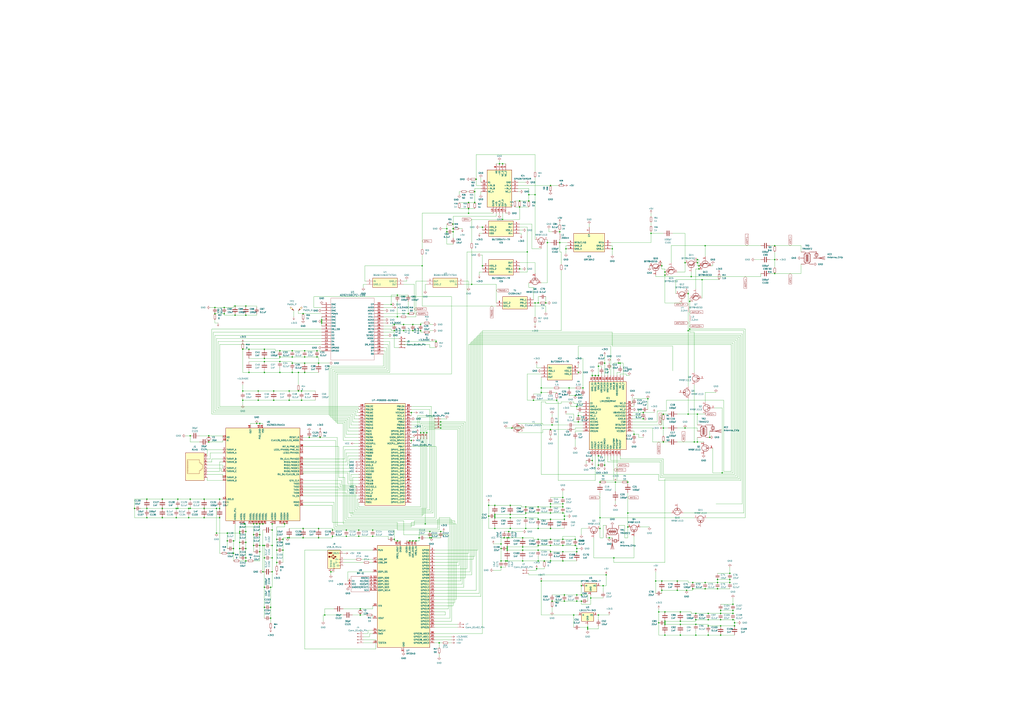
<source format=kicad_sch>
(kicad_sch (version 20250114) (generator "eeschema") (generator_version "9.0")
  (paper "A1")
  (junction (at 462.28 414.02))
  (junction (at 384.81 171.45))
  (junction (at 416.56 449.58))
  (junction (at 473.71 334.01))
  (junction (at 193.04 259.08))
  (junction (at 212.09 321.31))
  (junction (at 389.89 157.48))
  (junction (at 464.82 204.47))
  (junction (at 429.26 452.12))
  (junction (at 358.14 280.67))
  (junction (at 544.83 351.79))
  (junction (at 528.32 339.09))
  (junction (at 396.24 186.69))
  (junction (at 396.24 218.44))
  (junction (at 593.09 388.62))
  (junction (at 508 298.45))
  (junction (at 558.8 502.92))
  (junction (at 171.45 358.14))
  (junction (at 492.76 396.24))
  (junction (at 579.12 478.79))
  (junction (at 467.36 318.77))
  (junction (at 439.42 160.02))
  (junction (at 222.25 508))
  (junction (at 339.09 444.5))
  (junction (at 544.83 340.36))
  (junction (at 167.64 410.21))
  (junction (at 284.48 440.69))
  (junction (at 339.09 266.7))
  (junction (at 441.96 426.72))
  (junction (at 331.47 271.78))
  (junction (at 273.05 440.69))
  (junction (at 589.28 476.25))
  (junction (at 412.75 180.34))
  (junction (at 441.96 248.92))
  (junction (at 541.02 502.92))
  (junction (at 486.41 308.61))
  (junction (at 419.1 422.91))
  (junction (at 462.28 408.94))
  (junction (at 180.34 425.45))
  (junction (at 520.7 356.87))
  (junction (at 558.8 521.97))
  (junction (at 323.85 271.78))
  (junction (at 515.62 421.64))
  (junction (at 199.39 328.93))
  (junction (at 133.35 410.21))
  (junction (at 410.21 134.62))
  (junction (at 441.96 443.23))
  (junction (at 133.35 425.45))
  (junction (at 566.42 270.51))
  (junction (at 236.22 441.96))
  (junction (at 452.12 353.06))
  (junction (at 591.82 501.65))
  (junction (at 444.5 322.58))
  (junction (at 603.25 511.81))
  (junction (at 574.04 220.98))
  (junction (at 240.03 298.45))
  (junction (at 224.79 321.31))
  (junction (at 167.64 425.45))
  (junction (at 472.44 448.31))
  (junction (at 210.82 347.98))
  (junction (at 453.39 494.03))
  (junction (at 473.71 450.85))
  (junction (at 247.65 328.93))
  (junction (at 345.44 271.78))
  (junction (at 346.71 218.44))
  (junction (at 419.1 425.45))
  (junction (at 177.8 438.15))
  (junction (at 426.72 220.98))
  (junction (at 248.92 434.34))
  (junction (at 337.82 361.95))
  (junction (at 250.19 306.07))
  (junction (at 326.39 260.35))
  (junction (at 154.94 417.83))
  (junction (at 565.15 271.78))
  (junction (at 184.15 257.81))
  (junction (at 406.4 424.18))
  (junction (at 196.85 450.85))
  (junction (at 250.19 293.37))
  (junction (at 199.39 321.31))
  (junction (at 581.66 521.97))
  (junction (at 562.61 215.9))
  (junction (at 271.78 469.9))
  (junction (at 459.74 199.39))
  (junction (at 491.49 308.61))
  (junction (at 353.06 441.96))
  (junction (at 414.02 441.96))
  (junction (at 416.56 452.12))
  (junction (at 544.83 363.22))
  (junction (at 471.17 505.46))
  (junction (at 556.26 485.14))
  (junction (at 213.36 347.98))
  (junction (at 441.96 434.34))
  (junction (at 229.87 306.07))
  (junction (at 486.41 378.46))
  (junction (at 515.62 433.07))
  (junction (at 572.77 215.9))
  (junction (at 200.66 430.53))
  (junction (at 144.78 425.45))
  (junction (at 463.55 426.72))
  (junction (at 341.63 444.5))
  (junction (at 156.21 358.14))
  (junction (at 361.95 349.25))
  (junction (at 294.64 440.69))
  (junction (at 447.04 461.01))
  (junction (at 201.93 458.47))
  (junction (at 579.12 483.87))
  (junction (at 217.17 297.18))
  (junction (at 532.13 327.66))
  (junction (at 264.16 265.43))
  (junction (at 572.77 340.36))
  (junction (at 416.56 461.01))
  (junction (at 452.12 421.64))
  (junction (at 215.9 469.9))
  (junction (at 566.42 247.65))
  (junction (at 176.53 257.81))
  (junction (at 496.57 298.45))
  (junction (at 411.48 447.04))
  (junction (at 146.05 417.83))
  (junction (at 474.98 341.63))
  (junction (at 186.69 444.5))
  (junction (at 229.87 288.29))
  (junction (at 571.5 509.27))
  (junction (at 546.1 513.08))
  (junction (at 426.72 165.1))
  (junction (at 416.56 441.96))
  (junction (at 186.69 438.15))
  (junction (at 213.36 439.42))
  (junction (at 273.05 435.61))
  (junction (at 217.17 306.07))
  (junction (at 579.12 201.93))
  (junction (at 434.34 160.02))
  (junction (at 565.15 340.36))
  (junction (at 222.25 499.11))
  (junction (at 440.69 467.36))
  (junction (at 582.93 359.41))
  (junction (at 229.87 297.18))
  (junction (at 213.36 453.39))
  (junction (at 361.95 351.79))
  (junction (at 237.49 441.96))
  (junction (at 504.19 458.47))
  (junction (at 431.8 416.56))
  (junction (at 449.58 199.39))
  (junction (at 401.32 415.29))
  (junction (at 254 359.41))
  (junction (at 250.19 288.29))
  (junction (at 120.65 417.83))
  (junction (at 208.28 448.31))
  (junction (at 491.49 382.27))
  (junction (at 601.98 496.57))
  (junction (at 335.28 257.81))
  (junction (at 485.14 491.49))
  (junction (at 248.92 441.96))
  (junction (at 372.11 190.5))
  (junction (at 459.74 190.5))
  (junction (at 294.64 435.61))
  (junction (at 472.44 443.23))
  (junction (at 546.1 502.92))
  (junction (at 462.28 461.01))
  (junction (at 261.62 434.34))
  (junction (at 261.62 441.96))
  (junction (at 452.12 434.34))
  (junction (at 217.17 458.47))
  (junction (at 144.78 417.83))
  (junction (at 110.49 417.83))
  (junction (at 213.36 448.31))
  (junction (at 478.79 318.77))
  (junction (at 412.75 134.62))
  (junction (at 191.77 450.85))
  (junction (at 245.11 306.07))
  (junction (at 321.31 250.19))
  (junction (at 120.65 425.45))
  (junction (at 240.03 293.37))
  (junction (at 558.8 513.08))
  (junction (at 240.03 306.07))
  (junction (at 438.15 328.93))
  (junction (at 556.26 477.52))
  (junction (at 462.28 443.23))
  (junction (at 463.55 424.18))
  (junction (at 543.56 477.52))
  (junction (at 441.96 421.64))
  (junction (at 601.98 504.19))
  (junction (at 229.87 293.37))
  (junction (at 453.39 349.25))
  (junction (at 262.89 359.41))
  (junction (at 491.49 374.65))
  (junction (at 237.49 321.31))
  (junction (at 636.27 201.93))
  (junction (at 349.25 430.53))
  (junction (at 452.12 416.56))
  (junction (at 567.69 227.33))
  (junction (at 367.03 190.5))
  (junction (at 191.77 444.5))
  (junction (at 571.5 504.19))
  (junction (at 491.49 505.46))
  (junction (at 452.12 152.4))
  (junction (at 191.77 454.66))
  (junction (at 474.98 346.71))
  (junction (at 452.12 443.23))
  (junction (at 599.44 476.25))
  (junction (at 452.12 453.39))
  (junction (at 401.32 424.18))
  (junction (at 571.5 513.08))
  (junction (at 599.44 478.79))
  (junction (at 184.15 252.73))
  (junction (at 387.35 233.68))
  (junction (at 223.52 430.53))
  (junction (at 227.33 443.23))
  (junction (at 326.39 242.57))
  (junction (at 156.21 417.83))
  (junction (at 419.1 434.34))
  (junction (at 528.32 344.17))
  (junction (at 336.55 444.5))
  (junction (at 570.23 363.22))
  (junction (at 538.48 477.52))
  (junction (at 217.17 482.6))
  (junction (at 201.93 445.77))
  (junction (at 492.76 434.34))
  (junction (at 240.03 288.29))
  (junction (at 384.81 175.26))
  (junction (at 546.1 521.97))
  (junction (at 260.35 293.37))
  (junction (at 208.28 439.42))
  (junction (at 543.56 485.14))
  (junction (at 589.28 483.87))
  (junction (at 473.71 453.39))
  (junction (at 350.52 355.6))
  (junction (at 581.66 514.35))
  (junction (at 247.65 321.31))
  (junction (at 603.25 514.35))
  (junction (at 210.82 430.53))
  (junction (at 295.91 500.38))
  (junction (at 146.05 410.21))
  (junction (at 541.02 511.81))
  (junction (at 344.17 441.96))
  (junction (at 444.5 318.77))
  (junction (at 636.27 224.79))
  (junction (at 462.28 421.64))
  (junction (at 406.4 425.45))
  (junction (at 284.48 435.61))
  (junction (at 411.48 461.01))
  (junction (at 222.25 482.6))
  (junction (at 223.52 469.9))
  (junction (at 171.45 363.22))
  (junction (at 232.41 452.12))
  (junction (at 345.44 355.6))
  (junction (at 384.81 166.37))
  (junction (at 581.66 504.19))
  (junction (at 473.71 494.03))
  (junction (at 546.1 511.81))
  (junction (at 477.52 494.03))
  (junction (at 337.82 339.09))
  (junction (at 601.98 509.27))
  (junction (at 482.6 515.62))
  (junction (at 156.21 410.21))
  (junction (at 534.67 191.77))
  (junction (at 212.09 328.93))
  (junction (at 180.34 417.83))
  (junction (at 444.5 477.52))
  (junction (at 227.33 462.28))
  (junction (at 431.8 421.64))
  (junction (at 217.17 287.02))
  (junction (at 367.03 187.96))
  (junction (at 429.26 461.01))
  (junction (at 591.82 504.19))
  (junction (at 431.8 425.45))
  (junction (at 326.39 444.5))
  (junction (at 193.04 251.46))
  (junction (at 217.17 294.64))
  (junction (at 389.89 166.37))
  (junction (at 213.36 430.53))
  (junction (at 448.31 248.92))
  (junction (at 565.15 241.3))
  (junction (at 411.48 466.09))
  (junction (at 345.44 266.7))
  (junction (at 581.66 509.27))
  (junction (at 441.96 461.01))
  (junction (at 204.47 287.02))
  (junction (at 391.16 147.32))
  (junction (at 266.7 505.46))
  (junction (at 500.38 441.96))
  (junction (at 477.52 488.95))
  (junction (at 347.98 355.6))
  (junction (at 568.96 478.79))
  (junction (at 406.4 434.34))
  (junction (at 208.28 430.53))
  (junction (at 439.42 248.92))
  (junction (at 571.5 521.97))
  (junction (at 415.29 461.01))
  (junction (at 482.6 516.89))
  (junction (at 176.53 252.73))
  (junction (at 492.76 425.45))
  (junction (at 429.26 449.58))
  (junction (at 457.2 328.93))
  (junction (at 353.06 436.88))
  (junction (at 215.9 448.31))
  (junction (at 426.72 170.18))
  (junction (at 361.95 346.71))
  (junction (at 497.84 472.44))
  (junction (at 233.68 430.53))
  (junction (at 495.3 481.33))
  (junction (at 232.41 443.23))
  (junction (at 261.62 298.45))
  (junction (at 339.09 271.78))
  (junction (at 196.85 445.77))
  (junction (at 452.12 448.31))
  (junction (at 429.26 441.96))
  (junction (at 543.56 218.44))
  (junction (at 372.11 184.15))
  (junction (at 546.1 226.06))
  (junction (at 406.4 415.29))
  (junction (at 331.47 266.7))
  (junction (at 546.1 223.52))
  (junction (at 323.85 443.23))
  (junction (at 441.96 452.12))
  (junction (at 372.11 187.96))
  (junction (at 601.98 501.65))
  (junction (at 406.4 422.91))
  (junction (at 419.1 415.29))
  (junction (at 167.64 417.83))
  (junction (at 515.62 396.24))
  (junction (at 154.94 425.45))
  (junction (at 180.34 410.21))
  (junction (at 576.58 229.87))
  (junction (at 441.96 448.31))
  (junction (at 215.9 430.53))
  (junction (at 636.27 213.36))
  (junction (at 354.33 441.96))
  (junction (at 250.19 298.45))
  (junction (at 474.98 306.07))
  (junction (at 477.52 481.33))
  (junction (at 201.93 436.88))
  (junction (at 264.16 264.16))
  (junction (at 223.52 458.47))
  (junction (at 452.12 426.72))
  (junction (at 462.28 416.56))
  (junction (at 452.12 461.01))
  (junction (at 463.55 488.95))
  (junction (at 201.93 461.01))
  (junction (at 245.11 321.31))
  (junction (at 431.8 434.34))
  (junction (at 224.79 328.93))
  (junction (at 248.92 257.81))
  (junction (at 558.8 510.54))
  (junction (at 227.33 452.12))
  (junction (at 217.17 448.31))
  (junction (at 237.49 328.93))
  (junction (at 360.68 528.32))
  (junction (at 295.91 505.46))
  (junction (at 563.88 485.14))
  (junction (at 463.55 494.03))
  (junction (at 568.96 483.87))
  (junction (at 201.93 251.46))
  (junction (at 223.52 435.61))
  (junction (at 133.35 417.83))
  (junction (at 589.28 478.79))
  (junction (at 420.37 351.79))
  (junction (at 223.52 448.31))
  (junction (at 120.65 410.21))
  (junction (at 574.04 218.44))
  (junction (at 505.46 396.24))
  (junction (at 199.39 287.02))
  (junction (at 416.56 450.85))
  (junction (at 502.92 204.47))
  (junction (at 572.77 213.36))
  (junction (at 591.82 514.35))
  (junction (at 264.16 262.89))
  (junction (at 591.82 509.27))
  (junction (at 473.71 488.95))
  (junction (at 452.12 414.02))
  (junction (at 204.47 306.07))
  (junction (at 196.85 438.15))
  (junction (at 496.57 382.27))
  (junction (at 177.8 417.83))
  (junction (at 491.49 300.99))
  (junction (at 201.93 450.85))
  (junction (at 562.61 351.79))
  (junction (at 434.34 165.1))
  (junction (at 411.48 450.85))
  (junction (at 201.93 259.08))
  (junction (at 323.85 266.7))
  (junction (at 306.07 440.69))
  (junction (at 361.95 436.88))
  (junction (at 462.28 453.39))
  (junction (at 488.95 308.61))
  (junction (at 217.17 499.11))
  (junction (at 306.07 435.61))
  (junction (at 572.77 363.22))
  (junction (at 472.44 325.12))
  (junction (at 196.85 436.88))
  (junction (at 417.83 441.96))
  (junction (at 462.28 448.31))
  (junction (at 546.1 510.54))
  (junction (at 441.96 416.56))
  (junction (at 509.27 298.45))
  (junction (at 417.83 436.88))
  (junction (at 591.82 521.97))
  (junction (at 433.07 207.01))
  (junction (at 599.44 471.17))
  (junction (at 260.35 288.29))
  (wire (pts (xy 176.53 275.59) (xy 176.53 337.82)))
  (wire (pts (xy 368.3 500.38) (xy 356.87 500.38)))
  (wire (pts (xy 579.12 322.58) (xy 579.12 330.2)))
  (wire (pts (xy 624.84 213.36) (xy 619.76 213.36)))
  (wire (pts (xy 565.15 327.66) (xy 565.15 340.36)))
  (wire (pts (xy 295.91 500.38) (xy 306.07 500.38)))
  (wire (pts (xy 474.98 299.72) (xy 474.98 302.26)))
  (wire (pts (xy 120.65 417.83) (xy 120.65 419.1)))
  (wire (pts (xy 383.54 207.01) (xy 383.54 467.36)))
  (wire (pts (xy 396.24 186.69) (xy 396.24 189.23)))
  (wire (pts (xy 346.71 209.55) (xy 346.71 218.44)))
  (wire (pts (xy 410.21 132.08) (xy 410.21 134.62)))
  (wire (pts (xy 601.98 504.19) (xy 591.82 504.19)))
  (wire (pts (xy 347.98 265.43) (xy 345.44 265.43)))
  (wire (pts (xy 353.06 441.96) (xy 354.33 441.96)))
  (wire (pts (xy 571.5 220.98) (xy 574.04 220.98)))
  (wire (pts (xy 250.19 452.12) (xy 250.19 533.4)))
  (wire (pts (xy 349.25 430.53) (xy 349.25 351.79)))
  (wire (pts (xy 449.58 199.39) (xy 449.58 232.41)))
  (wire (pts (xy 229.87 306.07) (xy 217.17 306.07)))
  (wire (pts (xy 603.25 514.35) (xy 603.25 511.81)))
  (wire (pts (xy 447.04 461.01) (xy 441.96 461.01)))
  (wire (pts (xy 284.48 405.13) (xy 248.92 405.13)))
  (wire (pts (xy 337.82 336.55) (xy 353.06 336.55)))
  (wire (pts (xy 337.82 339.09) (xy 337.82 341.63)))
  (wire (pts (xy 389.89 457.2) (xy 356.87 457.2)))
  (wire (pts (xy 452.12 416.56) (xy 441.96 416.56)))
  (wire (pts (xy 417.83 436.88) (xy 429.26 436.88)))
  (wire (pts (xy 232.41 441.96) (xy 236.22 441.96)))
  (wire (pts (xy 478.79 320.04) (xy 478.79 318.77)))
  (wire (pts (xy 248.92 434.34) (xy 261.62 434.34)))
  (wire (pts (xy 334.01 444.5) (xy 336.55 444.5)))
  (wire (pts (xy 180.34 454.66) (xy 181.61 454.66)))
  (wire (pts (xy 502.92 273.05) (xy 502.92 284.48)))
  (wire (pts (xy 215.9 347.98) (xy 215.9 349.25)))
  (wire (pts (xy 462.28 421.64) (xy 452.12 421.64)))
  (wire (pts (xy 375.92 462.28) (xy 356.87 462.28)))
  (wire (pts (xy 474.98 306.07) (xy 474.98 307.34)))
  (wire (pts (xy 379.73 349.25) (xy 379.73 480.06)))
  (wire (pts (xy 179.07 280.67) (xy 179.07 335.28)))
  (wire (pts (xy 612.14 425.45) (xy 580.39 425.45)))
  (wire (pts (xy 250.19 533.4) (xy 308.61 533.4)))
  (wire (pts (xy 562.61 223.52) (xy 562.61 215.9)))
  (wire (pts (xy 589.28 476.25) (xy 599.44 476.25)))
  (wire (pts (xy 212.09 328.93) (xy 224.79 328.93)))
  (wire (pts (xy 144.78 425.45) (xy 133.35 425.45)))
  (wire (pts (xy 350.52 231.14) (xy 341.63 231.14)))
  (wire (pts (xy 223.52 458.47) (xy 223.52 469.9)))
  (wire (pts (xy 173.99 377.19) (xy 173.99 379.73)))
  (wire (pts (xy 285.75 402.59) (xy 285.75 425.45)))
  (wire (pts (xy 572.77 213.36) (xy 574.04 213.36)))
  (wire (pts (xy 391.16 276.86) (xy 607.06 276.86)))
  (wire (pts (xy 358.14 426.72) (xy 284.48 426.72)))
  (wire (pts (xy 441.96 243.84) (xy 441.96 248.92)))
  (wire (pts (xy 603.25 280.67) (xy 387.35 280.67)))
  (wire (pts (xy 285.75 469.9) (xy 306.07 469.9)))
  (wire (pts (xy 386.08 281.94) (xy 386.08 469.9)))
  (wire (pts (xy 429.26 461.01) (xy 416.56 461.01)))
  (wire (pts (xy 416.56 441.96) (xy 417.83 441.96)))
  (wire (pts (xy 156.21 417.83) (xy 167.64 417.83)))
  (wire (pts (xy 293.37 339.09) (xy 294.64 339.09)))
  (wire (pts (xy 472.44 440.69) (xy 472.44 443.23)))
  (wire (pts (xy 544.83 377.19) (xy 544.83 389.89)))
  (wire (pts (xy 461.01 330.2) (xy 471.17 330.2)))
  (wire (pts (xy 472.44 355.6) (xy 472.44 354.33)))
  (wire (pts (xy 508 297.18) (xy 508 298.45)))
  (wire (pts (xy 176.53 252.73) (xy 184.15 252.73)))
  (wire (pts (xy 519.43 334.01) (xy 520.7 334.01)))
  (wire (pts (xy 232.41 443.23) (xy 232.41 441.96)))
  (wire (pts (xy 217.17 304.8) (xy 217.17 306.07)))
  (wire (pts (xy 378.46 477.52) (xy 356.87 477.52)))
  (wire (pts (xy 341.63 444.5) (xy 344.17 444.5)))
  (wire (pts (xy 572.77 213.36) (xy 572.77 215.9)))
  (wire (pts (xy 233.68 430.53) (xy 236.22 430.53)))
  (wire (pts (xy 285.75 344.17) (xy 285.75 354.33)))
  (wire (pts (xy 353.06 419.1) (xy 292.1 419.1)))
  (wire (pts (xy 472.44 443.23) (xy 462.28 443.23)))
  (wire (pts (xy 520.7 354.33) (xy 520.7 356.87)))
  (wire (pts (xy 546.1 520.7) (xy 546.1 521.97)))
  (wire (pts (xy 492.76 405.13) (xy 492.76 425.45)))
  (wire (pts (xy 156.21 358.14) (xy 156.21 363.22)))
  (wire (pts (xy 339.09 266.7) (xy 345.44 266.7)))
  (wire (pts (xy 440.69 302.26) (xy 440.69 299.72)))
  (wire (pts (xy 237.49 327.66) (xy 237.49 328.93)))
  (wire (pts (xy 353.06 436.88) (xy 361.95 436.88)))
  (wire (pts (xy 492.76 396.24) (xy 492.76 397.51)))
  (wire (pts (xy 210.82 251.46) (xy 210.82 252.73)))
  (wire (pts (xy 558.8 513.08) (xy 571.5 513.08)))
  (wire (pts (xy 473.71 488.95) (xy 477.52 488.95)))
  (wire (pts (xy 368.3 439.42) (xy 368.3 500.38)))
  (wire (pts (xy 568.96 483.87) (xy 568.96 485.14)))
  (wire (pts (xy 572.77 218.44) (xy 574.04 218.44)))
  (wire (pts (xy 314.96 260.35) (xy 326.39 260.35)))
  (wire (pts (xy 401.32 434.34) (xy 401.32 424.18)))
  (wire (pts (xy 217.17 294.64) (xy 204.47 294.64)))
  (wire (pts (xy 265.43 505.46) (xy 266.7 505.46)))
  (wire (pts (xy 546.1 220.98) (xy 546.1 223.52)))
  (wire (pts (xy 182.88 389.89) (xy 182.88 392.43)))
  (wire (pts (xy 472.44 354.33) (xy 478.79 354.33)))
  (wire (pts (xy 271.78 469.9) (xy 274.32 469.9)))
  (wire (pts (xy 579.12 483.87) (xy 568.96 483.87)))
  (wire (pts (xy 490.22 505.46) (xy 491.49 505.46)))
  (wire (pts (xy 281.94 361.95) (xy 294.64 361.95)))
  (wire (pts (xy 525.78 339.09) (xy 528.32 339.09)))
  (wire (pts (xy 476.25 515.62) (xy 482.6 515.62)))
  (wire (pts (xy 245.11 306.07) (xy 245.11 316.23)))
  (wire (pts (xy 519.43 349.25) (xy 543.56 349.25)))
  (wire (pts (xy 396.24 271.78) (xy 396.24 520.7)))
  (wire (pts (xy 215.9 448.31) (xy 215.9 469.9)))
  (wire (pts (xy 337.82 359.41) (xy 340.36 359.41)))
  (wire (pts (xy 534.67 190.5) (xy 534.67 191.77)))
  (wire (pts (xy 471.17 505.46) (xy 474.98 505.46)))
  (wire (pts (xy 477.52 318.77) (xy 478.79 318.77)))
  (wire (pts (xy 572.77 351.79) (xy 572.77 354.33)))
  (wire (pts (xy 298.45 525.78) (xy 308.61 525.78)))
  (wire (pts (xy 274.32 345.44) (xy 284.48 345.44)))
  (wire (pts (xy 604.52 279.4) (xy 604.52 391.16)))
  (wire (pts (xy 485.14 491.49) (xy 495.3 491.49)))
  (wire (pts (xy 273.05 303.53) (xy 317.5 303.53)))
  (wire (pts (xy 534.67 182.88) (xy 534.67 185.42)))
  (wire (pts (xy 605.79 278.13) (xy 389.89 278.13)))
  (wire (pts (xy 471.17 331.47) (xy 478.79 331.47)))
  (wire (pts (xy 497.84 441.96) (xy 500.38 441.96)))
  (wire (pts (xy 356.87 487.68) (xy 393.7 487.68)))
  (wire (pts (xy 293.37 336.55) (xy 293.37 339.09)))
  (wire (pts (xy 240.03 288.29) (xy 229.87 288.29)))
  (wire (pts (xy 273.05 440.69) (xy 273.05 441.96)))
  (wire (pts (xy 372.11 497.84) (xy 356.87 497.84)))
  (wire (pts (xy 342.9 341.63) (xy 356.87 341.63)))
  (wire (pts (xy 541.02 502.92) (xy 546.1 502.92)))
  (wire (pts (xy 556.26 340.36) (xy 565.15 340.36)))
  (wire (pts (xy 358.14 285.75) (xy 353.06 285.75)))
  (wire (pts (xy 556.26 351.79) (xy 562.61 351.79)))
  (wire (pts (xy 411.48 468.63) (xy 411.48 466.09)))
  (wire (pts (xy 388.62 279.4) (xy 604.52 279.4)))
  (wire (pts (xy 356.87 528.32) (xy 360.68 528.32)))
  (wire (pts (xy 144.78 425.45) (xy 144.78 424.18)))
  (wire (pts (xy 191.77 450.85) (xy 191.77 454.66)))
  (wire (pts (xy 224.79 321.31) (xy 237.49 321.31)))
  (wire (pts (xy 585.47 388.62) (xy 593.09 388.62)))
  (wire (pts (xy 361.95 344.17) (xy 367.03 344.17)))
  (wire (pts (xy 306.07 500.38) (xy 306.07 497.84)))
  (wire (pts (xy 382.27 474.98) (xy 356.87 474.98)))
  (wire (pts (xy 419.1 434.34) (xy 406.4 434.34)))
  (wire (pts (xy 199.39 327.66) (xy 199.39 328.93)))
  (wire (pts (xy 519.43 351.79) (xy 535.94 351.79)))
  (wire (pts (xy 276.86 307.34) (xy 276.86 347.98)))
  (wire (pts (xy 264.16 273.05) (xy 175.26 273.05)))
  (wire (pts (xy 589.28 471.17) (xy 599.44 471.17)))
  (wire (pts (xy 377.19 157.48) (xy 378.46 157.48)))
  (wire (pts (xy 284.48 440.69) (xy 273.05 440.69)))
  (wire (pts (xy 322.58 266.7) (xy 323.85 266.7)))
  (wire (pts (xy 452.12 452.12) (xy 452.12 453.39)))
  (wire (pts (xy 425.45 154.94) (xy 434.34 154.94)))
  (wire (pts (xy 384.81 231.14) (xy 384.81 236.22)))
  (wire (pts (xy 415.29 351.79) (xy 420.37 351.79)))
  (wire (pts (xy 488.95 308.61) (xy 491.49 308.61)))
  (wire (pts (xy 349.25 430.53) (xy 374.65 430.53)))
  (wire (pts (xy 459.74 196.85) (xy 459.74 199.39)))
  (wire (pts (xy 181.61 384.81) (xy 181.61 387.35)))
  (wire (pts (xy 453.39 488.95) (xy 463.55 488.95)))
  (wire (pts (xy 441.96 421.64) (xy 431.8 421.64)))
  (wire (pts (xy 294.64 372.11) (xy 284.48 372.11)))
  (wire (pts (xy 441.96 434.34) (xy 431.8 434.34)))
  (wire (pts (xy 387.35 233.68) (xy 407.67 233.68)))
  (wire (pts (xy 425.45 355.6) (xy 445.77 355.6)))
  (wire (pts (xy 534.67 175.26) (xy 534.67 177.8)))
  (wire (pts (xy 438.15 236.22) (xy 434.34 236.22)))
  (wire (pts (xy 566.42 245.11) (xy 566.42 247.65)))
  (wire (pts (xy 486.41 308.61) (xy 488.95 308.61)))
  (wire (pts (xy 441.96 416.56) (xy 431.8 416.56)))
  (wire (pts (xy 389.89 166.37) (xy 384.81 166.37)))
  (wire (pts (xy 440.69 468.63) (xy 434.34 468.63)))
  (wire (pts (xy 452.12 458.47) (xy 452.12 461.01)))
  (wire (pts (xy 609.6 274.32) (xy 609.6 414.02)))
  (wire (pts (xy 314.96 275.59) (xy 318.77 275.59)))
  (wire (pts (xy 433.07 186.69) (xy 433.07 207.01)))
  (wire (pts (xy 491.49 516.89) (xy 491.49 514.35)))
  (wire (pts (xy 289.56 422.91) (xy 347.98 422.91)))
  (wire (pts (xy 500.38 441.96) (xy 502.92 441.96)))
  (wire (pts (xy 201.93 251.46) (xy 210.82 251.46)))
  (wire (pts (xy 318.77 440.69) (xy 306.07 440.69)))
  (wire (pts (xy 314.96 257.81) (xy 335.28 257.81)))
  (wire (pts (xy 556.26 363.22) (xy 570.23 363.22)))
  (wire (pts (xy 464.82 204.47) (xy 464.82 201.93)))
  (wire (pts (xy 283.21 427.99) (xy 331.47 427.99)))
  (wire (pts (xy 561.34 421.64) (xy 610.87 421.64)))
  (wire (pts (xy 264.16 265.43) (xy 264.16 267.97)))
  (wire (pts (xy 452.12 434.34) (xy 441.96 434.34)))
  (wire (pts (xy 299.72 231.14) (xy 300.99 231.14)))
  (wire (pts (xy 601.98 501.65) (xy 601.98 504.19)))
  (wire (pts (xy 314.96 265.43) (xy 316.23 265.43)))
  (wire (pts (xy 346.71 218.44) (xy 299.72 218.44)))
  (wire (pts (xy 257.81 252.73) (xy 257.81 243.84)))
  (wire (pts (xy 356.87 279.4) (xy 358.14 279.4)))
  (wire (pts (xy 293.37 417.83) (xy 350.52 417.83)))
  (wire (pts (xy 223.52 435.61) (xy 223.52 448.31)))
  (wire (pts (xy 247.65 327.66) (xy 247.65 328.93)))
  (wire (pts (xy 217.17 448.31) (xy 217.17 458.47)))
  (wire (pts (xy 331.47 266.7) (xy 339.09 266.7)))
  (wire (pts (xy 427.99 191.77) (xy 426.72 191.77)))
  (wire (pts (xy 360.68 537.21) (xy 360.68 539.75)))
  (wire (pts (xy 581.66 519.43) (xy 581.66 521.97)))
  (wire (pts (xy 294.64 389.89) (xy 288.29 389.89)))
  (wire (pts (xy 394.97 157.48) (xy 394.97 160.02)))
  (wire (pts (xy 331.47 427.99) (xy 331.47 439.42)))
  (wire (pts (xy 441.96 426.72) (xy 452.12 426.72)))
  (wire (pts (xy 419.1 422.91) (xy 406.4 422.91)))
  (wire (pts (xy 473.71 334.01) (xy 473.71 336.55)))
  (wire (pts (xy 520.7 327.66) (xy 532.13 327.66)))
  (wire (pts (xy 501.65 284.48) (xy 474.98 284.48)))
  (wire (pts (xy 474.98 339.09) (xy 474.98 341.63)))
  (wire (pts (xy 468.63 332.74) (xy 468.63 334.01)))
  (wire (pts (xy 491.49 374.65) (xy 491.49 382.27)))
  (wire (pts (xy 546.1 521.97) (xy 541.02 521.97)))
  (wire (pts (xy 387.35 280.67) (xy 387.35 472.44)))
  (wire (pts (xy 323.85 444.5) (xy 323.85 443.23)))
  (wire (pts (xy 394.97 490.22) (xy 356.87 490.22)))
  (wire (pts (xy 271.78 302.26) (xy 316.23 302.26)))
  (wire (pts (xy 347.98 273.05) (xy 345.44 273.05)))
  (wire (pts (xy 248.92 407.67) (xy 294.64 407.67)))
  (wire (pts (xy 436.88 204.47) (xy 444.5 204.47)))
  (wire (pts (xy 496.57 298.45) (xy 496.57 308.61)))
  (wire (pts (xy 472.44 325.12) (xy 478.79 325.12)))
  (wire (pts (xy 610.87 421.64) (xy 610.87 271.78)))
  (wire (pts (xy 146.05 417.83) (xy 154.94 417.83)))
  (wire (pts (xy 524.51 359.41) (xy 524.51 356.87)))
  (wire (pts (xy 248.92 379.73) (xy 284.48 379.73)))
  (wire (pts (xy 336.55 444.5) (xy 339.09 444.5)))
  (wire (pts (xy 374.65 430.53) (xy 374.65 492.76)))
  (wire (pts (xy 467.36 325.12) (xy 472.44 325.12)))
  (wire (pts (xy 504.19 458.47) (xy 504.19 462.28)))
  (wire (pts (xy 240.03 306.07) (xy 229.87 306.07)))
  (wire (pts (xy 261.62 293.37) (xy 260.35 293.37)))
  (wire (pts (xy 275.59 361.95) (xy 275.59 433.07)))
  (wire (pts (xy 290.83 339.09) (xy 290.83 344.17)))
  (wire (pts (xy 453.39 499.11) (xy 453.39 502.92)))
  (wire (pts (xy 459.74 189.23) (xy 459.74 190.5)))
  (wire (pts (xy 471.17 349.25) (xy 478.79 349.25)))
  (wire (pts (xy 594.36 328.93) (xy 594.36 387.35)))
  (wire (pts (xy 426.72 180.34) (xy 412.75 180.34)))
  (wire (pts (xy 492.76 394.97) (xy 492.76 396.24)))
  (wire (pts (xy 407.67 134.62) (xy 410.21 134.62)))
  (wire (pts (xy 543.56 349.25) (xy 543.56 340.36)))
  (wire (pts (xy 571.5 510.54) (xy 558.8 510.54)))
  (wire (pts (xy 558.8 502.92) (xy 567.69 502.92)))
  (wire (pts (xy 444.5 477.52) (xy 477.52 477.52)))
  (wire (pts (xy 227.33 462.28) (xy 227.33 452.12)))
  (wire (pts (xy 389.89 154.94) (xy 394.97 154.94)))
  (wire (pts (xy 501.65 204.47) (xy 502.92 204.47)))
  (wire (pts (xy 314.96 262.89) (xy 316.23 262.89)))
  (wire (pts (xy 394.97 146.05) (xy 394.97 149.86)))
  (wire (pts (xy 474.98 304.8) (xy 474.98 306.07)))
  (wire (pts (xy 222.25 508) (xy 222.25 499.11)))
  (wire (pts (xy 502.92 201.93) (xy 502.92 204.47)))
  (wire (pts (xy 184.15 252.73) (xy 191.77 252.73)))
  (wire (pts (xy 273.05 344.17) (xy 285.75 344.17)))
  (wire (pts (xy 389.89 157.48) (xy 389.89 154.94)))
  (wire (pts (xy 472.44 448.31) (xy 462.28 448.31)))
  (wire (pts (xy 250.19 293.37) (xy 240.03 293.37)))
  (wire (pts (xy 337.82 349.25) (xy 344.17 349.25)))
  (wire (pts (xy 599.44 471.17) (xy 599.44 466.09)))
  (wire (pts (xy 425.45 152.4) (xy 452.12 152.4)))
  (wire (pts (xy 280.67 394.97) (xy 280.67 398.78)))
  (wire (pts (xy 279.4 400.05) (xy 290.83 400.05)))
  (wire (pts (xy 223.52 448.31) (xy 222.25 448.31)))
  (wire (pts (xy 302.26 518.16) (xy 306.07 518.16)))
  (wire (pts (xy 452.12 358.14) (xy 452.12 359.41)))
  (wire (pts (xy 361.95 351.79) (xy 377.19 351.79)))
  (wire (pts (xy 323.85 435.61) (xy 306.07 435.61)))
  (wire (pts (xy 406.4 425.45) (xy 419.1 425.45)))
  (wire (pts (xy 354.33 441.96) (xy 361.95 441.96)))
  (wire (pts (xy 499.11 374.65) (xy 499.11 379.73)))
  (wire (pts (xy 288.29 389.89) (xy 288.29 424.18)))
  (wire (pts (xy 388.62 279.4) (xy 388.62 459.74)))
  (wire (pts (xy 520.7 458.47) (xy 520.7 440.69)))
  (wire (pts (xy 461.01 207.01) (xy 461.01 217.17)))
  (wire (pts (xy 276.86 431.8) (xy 340.36 431.8)))
  (wire (pts (xy 541.02 511.81) (xy 541.02 502.92)))
  (wire (pts (xy 321.31 270.51) (xy 321.31 271.78)))
  (wire (pts (xy 472.44 360.68) (xy 472.44 367.03)))
  (wire (pts (xy 334.01 260.35) (xy 341.63 260.35)))
  (wire (pts (xy 170.18 384.81) (xy 181.61 384.81)))
  (wire (pts (xy 285.75 374.65) (xy 294.64 374.65)))
  (wire (pts (xy 453.39 340.36) (xy 453.39 342.9)))
  (wire (pts (xy 571.5 513.08) (xy 581.66 513.08)))
  (wire (pts (xy 562.61 191.77) (xy 562.61 215.9)))
  (wire (pts (xy 274.32 304.8) (xy 318.77 304.8)))
  (wire (pts (xy 414.02 436.88) (xy 417.83 436.88)))
  (wire (pts (xy 292.1 398.78) (xy 280.67 398.78)))
  (wire (pts (xy 323.85 271.78) (xy 331.47 271.78)))
  (wire (pts (xy 458.47 190.5) (xy 459.74 190.5)))
  (wire (pts (xy 468.63 334.01) (xy 473.71 334.01)))
  (wire (pts (xy 515.62 405.13) (xy 515.62 421.64)))
  (wire (pts (xy 444.5 318.77) (xy 454.66 318.77)))
  (wire (pts (xy 478.79 351.79) (xy 472.44 351.79)))
  (wire (pts (xy 285.75 425.45) (xy 356.87 425.45)))
  (wire (pts (xy 193.04 259.08) (xy 201.93 259.08)))
  (wire (pts (xy 601.98 496.57) (xy 601.98 491.49)))
  (wire (pts (xy 290.83 364.49) (xy 294.64 364.49)))
  (wire (pts (xy 461.01 271.78) (xy 396.24 271.78)))
  (wire (pts (xy 444.5 389.89) (xy 541.02 389.89)))
  (wire (pts (xy 284.48 435.61) (xy 273.05 435.61)))
  (wire (pts (xy 278.13 400.05) (xy 248.92 400.05)))
  (wire (pts (xy 339.09 271.78) (xy 345.44 271.78)))
  (wire (pts (xy 504.19 298.45) (xy 508 298.45)))
  (wire (pts (xy 144.78 417.83) (xy 133.35 417.83)))
  (wire (pts (xy 487.68 441.96) (xy 487.68 458.47)))
  (wire (pts (xy 572.77 215.9) (xy 572.77 218.44)))
  (wire (pts (xy 350.52 233.68) (xy 349.25 233.68)))
  (wire (pts (xy 471.17 505.46) (xy 471.17 515.62)))
  (wire (pts (xy 182.88 377.19) (xy 173.99 377.19)))
  (wire (pts (xy 346.71 218.44) (xy 346.71 251.46)))
  (wire (pts (xy 293.37 410.21) (xy 293.37 417.83)))
  (wire (pts (xy 450.85 187.96) (xy 450.85 190.5)))
  (wire (pts (xy 337.82 433.07) (xy 337.82 429.26)))
  (wire (pts (xy 321.31 250.19) (xy 321.31 242.57)))
  (wire (pts (xy 520.7 332.74) (xy 520.7 334.01)))
  (wire (pts (xy 462.28 440.69) (xy 472.44 440.69)))
  (wire (pts (xy 657.86 217.17) (xy 657.86 224.79)))
  (wire (pts (xy 205.74 347.98) (xy 210.82 347.98)))
  (wire (pts (xy 585.47 217.17) (xy 585.47 218.44)))
  (wire (pts (xy 528.32 359.41) (xy 524.51 359.41)))
  (wire (pts (xy 154.94 419.1) (xy 154.94 417.83)))
  (wire (pts (xy 473.71 448.31) (xy 472.44 448.31)))
  (wire (pts (xy 416.56 450.85) (xy 416.56 452.12)))
  (wire (pts (xy 278.13 367.03) (xy 278.13 392.43)))
  (wire (pts (xy 636.27 201.93) (xy 657.86 201.93)))
  (wire (pts (xy 248.92 402.59) (xy 285.75 402.59)))
  (wire (pts (xy 384.81 171.45) (xy 384.81 175.26)))
  (wire (pts (xy 110.49 417.83) (xy 110.49 410.21)))
  (wire (pts (xy 394.97 273.05) (xy 502.92 273.05)))
  (wire (pts (xy 461.01 331.47) (xy 461.01 330.2)))
  (wire (pts (xy 283.21 392.43) (xy 283.21 427.99)))
  (wire (pts (xy 377.19 187.96) (xy 379.73 187.96)))
  (wire (pts (xy 264.16 288.29) (xy 260.35 288.29)))
  (wire (pts (xy 236.22 441.96) (xy 237.49 441.96)))
  (wire (pts (xy 538.48 477.52) (xy 538.48 469.9)))
  (wire (pts (xy 201.93 461.01) (xy 203.2 461.01)))
  (wire (pts (xy 603.25 389.89) (xy 603.25 280.67)))
  (wire (pts (xy 369.57 508) (xy 369.57 425.45)))
  (wire (pts (xy 381 233.68) (xy 387.35 233.68)))
  (wire (pts (xy 237.49 441.96) (xy 248.92 441.96)))
  (wire (pts (xy 346.71 424.18) (xy 346.71 349.25)))
  (wire (pts (xy 505.46 396.24) (xy 510.54 396.24)))
  (wire (pts (xy 603.25 521.97) (xy 591.82 521.97)))
  (wire (pts (xy 463.55 488.95) (xy 473.71 488.95)))
  (wire (pts (xy 217.17 306.07) (xy 204.47 306.07)))
  (wire (pts (xy 201.93 458.47) (xy 201.93 450.85)))
  (wire (pts (xy 591.82 521.97) (xy 581.66 521.97)))
  (wire (pts (xy 499.11 308.61) (xy 499.11 303.53)))
  (wire (pts (xy 444.5 330.2) (xy 448.31 330.2)))
  (wire (pts (xy 337.82 367.03) (xy 358.14 367.03)))
  (wire (pts (xy 250.19 298.45) (xy 261.62 298.45)))
  (wire (pts (xy 273.05 415.29) (xy 248.92 415.29)))
  (wire (pts (xy 248.92 257.81) (xy 245.11 257.81)))
  (wire (pts (xy 441.96 457.2) (xy 441.96 461.01)))
  (wire (pts (xy 370.84 426.72) (xy 370.84 510.54)))
  (wire (pts (xy 504.19 308.61) (xy 504.19 298.45)))
  (wire (pts (xy 173.99 270.51) (xy 173.99 340.36)))
  (wire (pts (xy 281.94 454.66) (xy 283.21 454.66)))
  (wire (pts (xy 519.43 326.39) (xy 519.43 331.47)))
  (wire (pts (xy 287.02 351.79) (xy 294.64 351.79)))
  (wire (pts (xy 177.8 336.55) (xy 293.37 336.55)))
  (wire (pts (xy 464.82 204.47) (xy 466.09 204.47)))
  (wire (pts (xy 462.28 443.23) (xy 462.28 440.69)))
  (wire (pts (xy 477.52 477.52) (xy 477.52 481.33)))
  (wire (pts (xy 365.76 505.46) (xy 356.87 505.46)))
  (wire (pts (xy 514.35 308.61) (xy 514.35 307.34)))
  (wire (pts (xy 508 298.45) (xy 509.27 298.45)))
  (wire (pts (xy 201.93 436.88) (xy 201.93 445.77)))
  (wire (pts (xy 237.49 321.31) (xy 237.49 322.58)))
  (wire (pts (xy 331.47 439.42) (xy 368.3 439.42)))
  (wire (pts (xy 361.95 436.88) (xy 364.49 436.88)))
  (wire (pts (xy 411.48 441.96) (xy 414.02 441.96)))
  (wire (pts (xy 565.15 271.78) (xy 565.15 317.5)))
  (wire (pts (xy 353.06 436.88) (xy 344.17 436.88)))
  (wire (pts (xy 636.27 224.79) (xy 632.46 224.79)))
  (wire (pts (xy 600.71 387.35) (xy 600.71 283.21)))
  (wire (pts (xy 298.45 523.24) (xy 303.53 523.24)))
  (wire (pts (xy 461.01 222.25) (xy 461.01 271.78)))
  (wire (pts (xy 441.96 425.45) (xy 441.96 426.72)))
  (wire (pts (xy 133.35 410.21) (xy 146.05 410.21)))
  (wire (pts (xy 407.67 233.68) (xy 407.67 248.92)))
  (wire (pts (xy 346.71 175.26) (xy 384.81 175.26)))
  (wire (pts (xy 354.33 420.37) (xy 354.33 334.01)))
  (wire (pts (xy 491.49 300.99) (xy 491.49 308.61)))
  (wire (pts (xy 167.64 417.83) (xy 177.8 417.83)))
  (wire (pts (xy 448.31 248.92) (xy 449.58 248.92)))
  (wire (pts (xy 373.38 427.99) (xy 373.38 495.3)))
  (wire (pts (xy 543.56 378.46) (xy 543.56 391.16)))
  (wire (pts (xy 156.21 363.22) (xy 163.83 363.22)))
  (wire (pts (xy 346.71 175.26) (xy 346.71 204.47)))
  (wire (pts (xy 457.2 330.2) (xy 457.2 328.93)))
  (wire (pts (xy 486.41 374.65) (xy 486.41 378.46)))
  (wire (pts (xy 356.87 523.24) (xy 370.84 523.24)))
  (wire (pts (xy 196.85 433.07) (xy 196.85 436.88)))
  (wire (pts (xy 439.42 140.97) (xy 439.42 127)))
  (wire (pts (xy 377.19 160.02) (xy 377.19 157.48)))
  (wire (pts (xy 298.45 233.68) (xy 300.99 233.68)))
  (wire (pts (xy 295.91 505.46) (xy 300.99 505.46)))
  (wire (pts (xy 285.75 477.52) (xy 285.75 469.9)))
  (wire (pts (xy 558.8 510.54) (xy 546.1 510.54)))
  (wire (pts (xy 488.95 374.65) (xy 488.95 394.97)))
  (wire (pts (xy 515.62 396.24) (xy 515.62 397.51)))
  (wire (pts (xy 567.69 223.52) (xy 567.69 227.33)))
  (wire (pts (xy 210.82 259.08) (xy 210.82 257.81)))
  (wire (pts (xy 248.92 412.75) (xy 274.32 412.75)))
  (wire (pts (xy 497.84 472.44) (xy 497.84 481.33)))
  (wire (pts (xy 591.82 501.65) (xy 601.98 501.65)))
  (wire (pts (xy 298.45 520.7) (xy 302.26 520.7)))
  (wire (pts (xy 452.12 421.64) (xy 441.96 421.64)))
  (wire (pts (xy 273.05 429.26) (xy 273.05 415.29)))
  (wire (pts (xy 170.18 389.89) (xy 182.88 389.89)))
  (wire (pts (xy 210.82 347.98) (xy 213.36 347.98)))
  (wire (pts (xy 419.1 415.29) (xy 427.99 415.29)))
  (wire (pts (xy 171.45 363.22) (xy 182.88 363.22)))
  (wire (pts (xy 528.32 339.09) (xy 537.21 339.09)))
  (wire (pts (xy 193.04 444.5) (xy 193.04 430.53)))
  (wire (pts (xy 328.93 444.5) (xy 326.39 444.5)))
  (wire (pts (xy 318.77 443.23) (xy 318.77 440.69)))
  (wire (pts (xy 415.29 461.01) (xy 411.48 461.01)))
  (wire (pts (xy 355.6 421.64) (xy 287.02 421.64)))
  (wire (pts (xy 391.16 276.86) (xy 391.16 485.14)))
  (wire (pts (xy 370.84 243.84) (xy 370.84 307.34)))
  (wire (pts (xy 558.8 521.97) (xy 546.1 521.97)))
  (wire (pts (xy 519.43 344.17) (xy 528.32 344.17)))
  (wire (pts (xy 205.74 347.98) (xy 205.74 349.25)))
  (wire (pts (xy 250.19 288.29) (xy 240.03 288.29)))
  (wire (pts (xy 585.47 218.44) (xy 584.2 218.44)))
  (wire (pts (xy 337.82 351.79) (xy 342.9 351.79)))
  (wire (pts (xy 571.5 504.19) (xy 567.69 504.19)))
  (wire (pts (xy 464.82 201.93) (xy 466.09 201.93)))
  (wire (pts (xy 516.89 308.61) (xy 514.35 308.61)))
  (wire (pts (xy 302.26 520.7) (xy 302.26 518.16)))
  (wire (pts (xy 177.8 438.15) (xy 177.8 417.83)))
  (wire (pts (xy 394.97 273.05) (xy 394.97 490.22)))
  (wire (pts (xy 326.39 429.26) (xy 273.05 429.26)))
  (wire (pts (xy 452.12 353.06) (xy 466.09 353.06)))
  (wire (pts (xy 519.43 339.09) (xy 524.51 339.09)))
  (wire (pts (xy 248.92 394.97) (xy 280.67 394.97)))
  (wire (pts (xy 473.71 461.01) (xy 462.28 461.01)))
  (wire (pts (xy 473.71 334.01) (xy 478.79 334.01)))
  (wire (pts (xy 191.77 251.46) (xy 193.04 251.46)))
  (wire (pts (xy 247.65 328.93) (xy 259.08 328.93)))
  (wire (pts (xy 201.93 436.88) (xy 201.93 430.53)))
  (wire (pts (xy 593.09 335.28) (xy 593.09 388.62)))
  (wire (pts (xy 208.28 433.07) (xy 196.85 433.07)))
  (wire (pts (xy 270.51 341.63) (xy 288.29 341.63)))
  (wire (pts (xy 495.3 481.33) (xy 497.84 481.33)))
  (wire (pts (xy 499.11 379.73) (xy 542.29 379.73)))
  (wire (pts (xy 196.85 438.15) (xy 196.85 445.77)))
  (wire (pts (xy 477.52 341.63) (xy 477.52 344.17)))
  (wire (pts (xy 474.98 341.63) (xy 477.52 341.63)))
  (wire (pts (xy 509.27 298.45) (xy 511.81 298.45)))
  (wire (pts (xy 458.47 330.2) (xy 458.47 394.97)))
  (wire (pts (xy 349.25 441.96) (xy 353.06 441.96)))
  (wire (pts (xy 356.87 515.62) (xy 375.92 515.62)))
  (wire (pts (xy 546.1 248.92) (xy 560.07 248.92)))
  (wire (pts (xy 389.89 157.48) (xy 389.89 166.37)))
  (wire (pts (xy 477.52 494.03) (xy 477.52 496.57)))
  (wire (pts (xy 444.5 477.52) (xy 444.5 505.46)))
  (wire (pts (xy 554.99 241.3) (xy 554.99 229.87)))
  (wire (pts (xy 294.64 377.19) (xy 287.02 377.19)))
  (wire (pts (xy 156.21 410.21) (xy 167.64 410.21)))
  (wire (pts (xy 201.93 445.77) (xy 201.93 450.85)))
  (wire (pts (xy 463.55 426.72) (xy 463.55 424.18)))
  (wire (pts (xy 287.02 342.9) (xy 287.02 351.79)))
  (wire (pts (xy 342.9 351.79) (xy 342.9 341.63)))
  (wire (pts (xy 401.32 424.18) (xy 401.32 415.29)))
  (wire (pts (xy 441.96 248.92) (xy 443.23 248.92)))
  (wire (pts (xy 439.42 160.02) (xy 439.42 146.05)))
  (wire (pts (xy 318.77 283.21) (xy 318.77 304.8)))
  (wire (pts (xy 497.84 396.24) (xy 505.46 396.24)))
  (wire (pts (xy 457.2 330.2) (xy 458.47 330.2)))
  (wire (pts (xy 384.81 166.37) (xy 377.19 166.37)))
  (wire (pts (xy 358.14 367.03) (xy 358.14 426.72)))
  (wire (pts (xy 156.21 417.83) (xy 154.94 417.83)))
  (wire (pts (xy 372.11 184.15) (xy 372.11 177.8)))
  (wire (pts (xy 191.77 454.66) (xy 186.69 454.66)))
  (wire (pts (xy 186.69 438.15) (xy 186.69 444.5)))
  (wire (pts (xy 199.39 321.31) (xy 212.09 321.31)))
  (wire (pts (xy 292.1 337.82) (xy 292.1 341.63)))
  (wire (pts (xy 462.28 448.31) (xy 452.12 448.31)))
  (wire (pts (xy 462.28 453.39) (xy 473.71 453.39)))
  (wire (pts (xy 334.01 229.87) (xy 334.01 231.14)))
  (wire (pts (xy 429.26 452.12) (xy 441.96 452.12)))
  (wire (pts (xy 429.26 459.74) (xy 429.26 461.01)))
  (wire (pts (xy 266.7 505.46) (xy 281.94 505.46)))
  (wire (pts (xy 624.84 227.33) (xy 624.84 224.79)))
  (wire (pts (xy 608.33 275.59) (xy 392.43 275.59)))
  (wire (pts (xy 471.17 331.47) (xy 471.17 330.2)))
  (wire (pts (xy 360.68 528.32) (xy 363.22 528.32)))
  (wire (pts (xy 232.41 462.28) (xy 232.41 452.12)))
  (wire (pts (xy 434.34 160.02) (xy 439.42 160.02)))
  (wire (pts (xy 314.96 250.19) (xy 321.31 250.19)))
  (wire (pts (xy 438.15 246.38) (xy 438.15 236.22)))
  (wire (pts (xy 570.23 316.23) (xy 570.23 363.22)))
  (wire (pts (xy 347.98 422.91) (xy 347.98 355.6)))
  (wire (pts (xy 452.12 426.72) (xy 463.55 426.72)))
  (wire (pts (xy 429.26 189.23) (xy 426.72 189.23)))
  (wire (pts (xy 274.32 304.8) (xy 274.32 345.44)))
  (wire (pts (xy 146.05 410.21) (xy 146.05 411.48)))
  (wire (pts (xy 636.27 207.01) (xy 636.27 213.36)))
  (wire (pts (xy 467.36 318.77) (xy 472.44 318.77)))
  (wire (pts (xy 229.87 302.26) (xy 229.87 306.07)))
  (wire (pts (xy 589.28 478.79) (xy 579.12 478.79)))
  (wire (pts (xy 356.87 341.63) (xy 356.87 425.45)))
  (wire (pts (xy 515.62 421.64) (xy 551.18 421.64)))
  (wire (pts (xy 349.25 233.68) (xy 349.25 238.76)))
  (wire (pts (xy 504.19 458.47) (xy 520.7 458.47)))
  (wire (pts (xy 426.72 170.18) (xy 434.34 170.18)))
  (wire (pts (xy 237.49 328.93) (xy 247.65 328.93)))
  (wire (pts (xy 441.96 452.12) (xy 452.12 452.12)))
  (wire (pts (xy 579.12 201.93) (xy 624.84 201.93)))
  (wire (pts (xy 180.34 387.35) (xy 170.18 387.35)))
  (wire (pts (xy 594.36 387.35) (xy 600.71 387.35)))
  (wire (pts (xy 240.03 298.45) (xy 250.19 298.45)))
  (wire (pts (xy 110.49 425.45) (xy 110.49 417.83)))
  (wire (pts (xy 273.05 434.34) (xy 273.05 435.61)))
  (wire (pts (xy 229.87 294.64) (xy 217.17 294.64)))
  (wire (pts (xy 303.53 520.7) (xy 306.07 520.7)))
  (wire (pts (xy 393.7 274.32) (xy 393.7 487.68)))
  (wire (pts (xy 415.29 175.26) (xy 416.56 175.26)))
  (wire (pts (xy 213.36 430.53) (xy 215.9 430.53)))
  (wire (pts (xy 191.77 461.01) (xy 191.77 454.66)))
  (wire (pts (xy 426.72 184.15) (xy 436.88 184.15)))
  (wire (pts (xy 303.53 462.28) (xy 306.07 462.28)))
  (wire (pts (xy 601.98 281.94) (xy 601.98 388.62)))
  (wire (pts (xy 589.28 478.79) (xy 589.28 476.25)))
  (wire (pts (xy 440.69 467.36) (xy 447.04 467.36)))
  (wire (pts (xy 434.34 236.22) (xy 434.34 232.41)))
  (wire (pts (xy 292.1 341.63) (xy 294.64 341.63)))
  (wire (pts (xy 509.27 374.65) (xy 509.27 377.19)))
  (wire (pts (xy 434.34 160.02) (xy 434.34 165.1)))
  (wire (pts (xy 368.3 528.32) (xy 370.84 528.32)))
  (wire (pts (xy 356.87 464.82) (xy 377.19 464.82)))
  (wire (pts (xy 467.36 318.77) (xy 467.36 320.04)))
  (wire (pts (xy 452.12 443.23) (xy 441.96 443.23)))
  (wire (pts (xy 439.42 248.92) (xy 441.96 248.92)))
  (wire (pts (xy 196.85 445.77) (xy 196.85 450.85)))
  (wire (pts (xy 120.65 417.83) (xy 133.35 417.83)))
  (wire (pts (xy 566.42 247.65) (xy 566.42 259.08)))
  (wire (pts (xy 429.26 220.98) (xy 426.72 220.98)))
  (wire (pts (xy 223.52 435.61) (xy 223.52 430.53)))
  (wire (pts (xy 154.94 425.45) (xy 154.94 424.18)))
  (wire (pts (xy 543.56 220.98) (xy 546.1 220.98)))
  (wire (pts (xy 491.49 505.46) (xy 491.49 509.27)))
  (wire (pts (xy 349.25 351.79) (xy 361.95 351.79)))
  (wire (pts (xy 544.83 389.89) (xy 603.25 389.89)))
  (wire (pts (xy 287.02 387.35) (xy 287.02 394.97)))
  (wire (pts (xy 345.44 416.56) (xy 345.44 355.6)))
  (wire (pts (xy 316.23 302.26) (xy 316.23 288.29)))
  (wire (pts (xy 494.03 307.34) (xy 494.03 308.61)))
  (wire (pts (xy 453.39 494.03) (xy 463.55 494.03)))
  (wire (pts (xy 356.87 513.08) (xy 375.92 513.08)))
  (wire (pts (xy 453.39 349.25) (xy 453.39 347.98)))
  (wire (pts (xy 444.5 505.46) (xy 471.17 505.46)))
  (wire (pts (xy 565.15 256.54) (xy 565.15 271.78)))
  (wire (pts (xy 464.82 340.36) (xy 471.17 340.36)))
  (wire (pts (xy 481.33 378.46) (xy 481.33 381)))
  (wire (pts (xy 326.39 444.5) (xy 323.85 444.5)))
  (wire (pts (xy 401.32 412.75) (xy 401.32 415.29)))
  (wire (pts (xy 344.17 342.9) (xy 355.6 342.9)))
  (wire (pts (xy 389.89 278.13) (xy 389.89 457.2)))
  (wire (pts (xy 167.64 425.45) (xy 154.94 425.45)))
  (wire (pts (xy 543.56 215.9) (xy 543.56 218.44)))
  (wire (pts (xy 275.59 306.07) (xy 320.04 306.07)))
  (wire (pts (xy 453.39 349.25) (xy 466.09 349.25)))
  (wire (pts (xy 591.82 496.57) (xy 601.98 496.57)))
  (wire (pts (xy 223.52 430.53) (xy 226.06 430.53)))
  (wire (pts (xy 193.04 444.5) (xy 191.77 444.5)))
  (wire (pts (xy 388.62 459.74) (xy 356.87 459.74)))
  (wire (pts (xy 290.83 420.37) (xy 354.33 420.37)))
  (wire (pts (xy 504.19 374.65) (xy 504.19 394.97)))
  (wire (pts (xy 345.44 355.6) (xy 345.44 347.98)))
  (wire (pts (xy 299.72 218.44) (xy 299.72 231.14)))
  (wire (pts (xy 449.58 196.85) (xy 449.58 199.39)))
  (wire (pts (xy 215.9 435.61) (xy 215.9 448.31)))
  (wire (pts (xy 495.3 431.8) (xy 495.3 441.96)))
  (wire (pts (xy 182.88 384.81) (xy 182.88 382.27)))
  (wire (pts (xy 345.44 265.43) (xy 345.44 266.7)))
  (wire (pts (xy 407.67 177.8) (xy 407.67 175.26)))
  (wire (pts (xy 326.39 242.57) (xy 335.28 242.57)))
  (wire (pts (xy 264.16 278.13) (xy 177.8 278.13)))
  (wire (pts (xy 436.88 184.15) (xy 436.88 204.47)))
  (wire (pts (xy 354.33 334.01) (xy 337.82 334.01)))
  (wire (pts (xy 393.7 186.69) (xy 396.24 186.69)))
  (wire (pts (xy 199.39 321.31) (xy 199.39 322.58)))
  (wire (pts (xy 406.4 434.34) (xy 401.32 434.34)))
  (wire (pts (xy 240.03 293.37) (xy 229.87 293.37)))
  (wire (pts (xy 306.07 435.61) (xy 294.64 435.61)))
  (wire (pts (xy 541.02 389.89) (xy 541.02 394.97)))
  (wire (pts (xy 359.41 426.72) (xy 370.84 426.72)))
  (wire (pts (xy 562.61 351.79) (xy 572.77 351.79)))
  (wire (pts (xy 306.07 505.46) (xy 306.07 508)))
  (wire (pts (xy 281.94 459.74) (xy 292.1 459.74)))
  (wire (pts (xy 384.81 231.14) (xy 381 231.14)))
  (wire (pts (xy 316.23 288.29) (xy 314.96 288.29)))
  (wire (pts (xy 414.02 441.96) (xy 416.56 441.96)))
  (wire (pts (xy 525.78 433.07) (xy 533.4 433.07)))
  (wire (pts (xy 383.54 467.36) (xy 356.87 467.36)))
  (wire (pts (xy 210.82 430.53) (xy 213.36 430.53)))
  (wire (pts (xy 452.12 416.56) (xy 452.12 414.02)))
  (wire (pts (xy 217.17 458.47) (xy 217.17 482.6)))
  (wire (pts (xy 240.03 303.53) (xy 240.03 306.07)))
  (wire (pts (xy 353.06 265.43) (xy 353.06 266.7)))
  (wire (pts (xy 427.99 193.04) (xy 427.99 191.77)))
  (wire (pts (xy 607.06 276.86) (xy 607.06 393.7)))
  (wire (pts (xy 444.5 302.26) (xy 440.69 302.26)))
  (wire (pts (xy 492.76 425.45) (xy 492.76 434.34)))
  (wire (pts (xy 353.06 285.75) (xy 353.06 283.21)))
  (wire (pts (xy 431.8 430.53) (xy 431.8 434.34)))
  (wire (pts (xy 589.28 483.87) (xy 579.12 483.87)))
  (wire (pts (xy 463.55 424.18) (xy 466.09 424.18)))
  (wire (pts (xy 294.64 416.56) (xy 345.44 416.56)))
  (wire (pts (xy 431.8 434.34) (xy 419.1 434.34)))
  (wire (pts (xy 425.45 149.86) (xy 431.8 149.86)))
  (wire (pts (xy 248.92 359.41) (xy 254 359.41)))
  (wire (pts (xy 501.65 284.48) (xy 501.65 308.61)))
  (wire (pts (xy 478.79 339.09) (xy 474.98 339.09)))
  (wire (pts (xy 233.68 433.07) (xy 233.68 430.53)))
  (wire (pts (xy 431.8 421.64) (xy 431.8 422.91)))
  (wire (pts (xy 274.32 434.34) (xy 359.41 434.34)))
  (wire (pts (xy 377.19 351.79) (xy 377.19 464.82)))
  (wire (pts (xy 441.96 448.31) (xy 441.96 449.58)))
  (wire (pts (xy 182.88 358.14) (xy 182.88 359.41)))
  (wire (pts (xy 372.11 190.5) (xy 372.11 187.96)))
  (wire (pts (xy 444.5 318.77) (xy 444.5 322.58)))
  (wire (pts (xy 472.44 351.79) (xy 472.44 353.06)))
  (wire (pts (xy 337.82 429.26) (xy 372.11 429.26)))
  (wire (pts (xy 463.55 494.03) (xy 473.71 494.03)))
  (wire (pts (xy 347.98 355.6) (xy 347.98 350.52)))
  (wire (pts (xy 472.44 353.06) (xy 471.17 353.06)))
  (wire (pts (xy 180.34 417.83) (xy 180.34 416.56)))
  (wire (pts (xy 579.12 478.79) (xy 568.96 478.79)))
  (wire (pts (xy 588.01 414.02) (xy 609.6 414.02)))
  (wire (pts (xy 156.21 410.21) (xy 156.21 411.48)))
  (wire (pts (xy 264.16 264.16) (xy 264.16 265.43)))
  (wire (pts (xy 110.49 425.45) (xy 120.65 425.45)))
  (wire (pts (xy 570.23 273.05) (xy 566.42 273.05)))
  (wire (pts (xy 546.1 510.54) (xy 546.1 511.81)))
  (wire (pts (xy 227.33 433.07) (xy 233.68 433.07)))
  (wire (pts (xy 593.09 388.62) (xy 601.98 388.62)))
  (wire (pts (xy 543.56 477.52) (xy 556.26 477.52)))
  (wire (pts (xy 515.62 394.97) (xy 515.62 396.24)))
  (wire (pts (xy 356.87 502.92) (xy 365.76 502.92)))
  (wire (pts (xy 279.4 397.51) (xy 279.4 400.05)))
  (wire (pts (xy 250.19 306.07) (xy 245.11 306.07)))
  (wire (pts (xy 541.02 521.97) (xy 541.02 511.81)))
  (wire (pts (xy 227.33 443.23) (xy 227.33 433.07)))
  (wire (pts (xy 213.36 347.98) (xy 213.36 349.25)))
  (wire (pts (xy 323.85 443.23) (xy 323.85 435.61)))
  (wire (pts (xy 297.18 459.74) (xy 306.07 459.74)))
  (wire (pts (xy 320.04 280.67) (xy 314.96 280.67)))
  (wire (pts (xy 261.62 298.45) (xy 270.51 298.45)))
  (wire (pts (xy 477.52 496.57) (xy 485.14 496.57)))
  (wire (pts (xy 486.41 306.07) (xy 486.41 308.61)))
  (wire (pts (xy 543.56 340.36) (xy 544.83 340.36)))
  (wire (pts (xy 544.83 351.79) (xy 548.64 351.79)))
  (wire (pts (xy 519.43 346.71) (xy 539.75 346.71)))
  (wire (pts (xy 406.4 424.18) (xy 406.4 425.45)))
  (wire (pts (xy 535.94 363.22) (xy 544.83 363.22)))
  (wire (pts (xy 212.09 321.31) (xy 224.79 321.31)))
  (wire (pts (xy 340.36 233.68) (xy 340.36 257.81)))
  (wire (pts (xy 501.65 378.46) (xy 543.56 378.46)))
  (wire (pts (xy 275.59 306.07) (xy 275.59 346.71)))
  (wire (pts (xy 374.65 492.76) (xy 356.87 492.76)))
  (wire (pts (xy 360.68 528.32) (xy 360.68 532.13)))
  (wire (pts (xy 314.96 267.97) (xy 322.58 267.97)))
  (wire (pts (xy 426.72 220.98) (xy 426.72 218.44)))
  (wire (pts (xy 439.42 248.92) (xy 439.42 260.35)))
  (wire (pts (xy 287.02 401.32) (xy 278.13 401.32)))
  (wire (pts (xy 345.44 347.98) (xy 381 347.98)))
  (wire (pts (xy 499.11 303.53) (xy 500.38 303.53)))
  (wire (pts (xy 554.99 229.87) (xy 576.58 229.87)))
  (wire (pts (xy 223.52 448.31) (xy 223.52 458.47)))
  (wire (pts (xy 591.82 504.19) (xy 581.66 504.19)))
  (wire (pts (xy 444.5 322.58) (xy 444.5 323.85)))
  (wire (pts (xy 191.77 252.73) (xy 191.77 251.46)))
  (wire (pts (xy 412.75 134.62) (xy 415.29 134.62)))
  (wire (pts (xy 473.71 450.85) (xy 476.25 450.85)))
  (wire (pts (xy 506.73 394.97) (xy 515.62 394.97)))
  (wire (pts (xy 314.96 255.27) (xy 316.23 255.27)))
  (wire (pts (xy 452.12 453.39) (xy 462.28 453.39)))
  (wire (pts (xy 261.62 434.34) (xy 273.05 434.34)))
  (wire (pts (xy 449.58 232.41) (xy 444.5 232.41)))
  (wire (pts (xy 204.47 304.8) (xy 204.47 306.07)))
  (wire (pts (xy 411.48 466.09) (xy 415.29 466.09)))
  (wire (pts (xy 213.36 461.01) (xy 208.28 461.01)))
  (wire (pts (xy 542.29 379.73) (xy 542.29 392.43)))
  (wire (pts (xy 419.1 425.45) (xy 431.8 425.45)))
  (wire (pts (xy 340.36 339.09) (xy 337.82 339.09)))
  (wire (pts (xy 438.15 323.85) (xy 444.5 323.85)))
  (wire (pts (xy 502.92 204.47) (xy 502.92 209.55)))
  (wire (pts (xy 186.69 438.15) (xy 196.85 438.15)))
  (wire (pts (xy 482.6 515.62) (xy 482.6 513.08)))
  (wire (pts (xy 383.54 207.01) (xy 433.07 207.01)))
  (wire (pts (xy 524.51 356.87) (xy 520.7 356.87)))
  (wire (pts (xy 445.77 347.98) (xy 445.77 349.25)))
  (wire (pts (xy 303.53 523.24) (xy 303.53 520.7)))
  (wire (pts (xy 405.13 447.04) (xy 411.48 447.04)))
  (wire (pts (xy 177.8 278.13) (xy 177.8 336.55)))
  (wire (pts (xy 433.07 207.01) (xy 433.07 223.52)))
  (wire (pts (xy 294.64 349.25) (xy 288.29 349.25)))
  (wire (pts (xy 381 347.98) (xy 381 482.6)))
  (wire (pts (xy 285.75 397.51) (xy 285.75 388.62)))
  (wire (pts (xy 438.15 248.92) (xy 439.42 248.92)))
  (wire (pts (xy 317.5 285.75) (xy 317.5 303.53)))
  (wire (pts (xy 483.87 184.15) (xy 483.87 186.69)))
  (wire (pts (xy 474.98 284.48) (xy 474.98 294.64)))
  (wire (pts (xy 473.71 453.39) (xy 473.71 450.85)))
  (wire (pts (xy 416.56 461.01) (xy 415.29 461.01)))
  (wire (pts (xy 248.92 377.19) (xy 283.21 377.19)))
  (wire (pts (xy 154.94 425.45) (xy 144.78 425.45)))
  (wire (pts (xy 386.08 469.9) (xy 356.87 469.9)))
  (wire (pts (xy 201.93 458.47) (xy 201.93 461.01)))
  (wire (pts (xy 361.95 346.71) (xy 382.27 346.71)))
  (wire (pts (xy 177.8 417.83) (xy 180.34 417.83)))
  (wire (pts (xy 492.76 481.33) (xy 495.3 481.33)))
  (wire (pts (xy 439.42 215.9) (xy 439.42 224.79)))
  (wire (pts (xy 542.29 392.43) (xy 605.79 392.43)))
  (wire (pts (xy 217.17 297.18) (xy 229.87 297.18)))
  (wire (pts (xy 274.32 412.75) (xy 274.32 434.34)))
  (wire (pts (xy 439.42 160.02) (xy 439.42 196.85)))
  (wire (pts (xy 358.14 279.4) (xy 358.14 280.67)))
  (wire (pts (xy 570.23 363.22) (xy 572.77 363.22)))
  (wire (pts (xy 426.72 223.52) (xy 433.07 223.52)))
  (wire (pts (xy 175.26 273.05) (xy 175.26 339.09)))
  (wire (pts (xy 281.94 430.53) (xy 349.25 430.53)))
  (wire (pts (xy 426.72 170.18) (xy 426.72 180.34)))
  (wire (pts (xy 247.65 321.31) (xy 259.08 321.31)))
  (wire (pts (xy 603.25 511.81) (xy 603.25 509.27)))
  (wire (pts (xy 392.43 275.59) (xy 392.43 452.12)))
  (wire (pts (xy 601.98 509.27) (xy 591.82 509.27)))
  (wire (pts (xy 289.56 505.46) (xy 295.91 505.46)))
  (wire (pts (xy 284.48 426.72) (xy 284.48 405.13)))
  (wire (pts (xy 439.42 127) (xy 391.16 127)))
  (wire (pts (xy 448.31 251.46) (xy 448.31 256.54)))
  (wire (pts (xy 180.34 425.45) (xy 180.34 454.66)))
  (wire (pts (xy 298.45 528.32) (xy 306.07 528.32)))
  (wire (pts (xy 384.81 454.66) (xy 356.87 454.66)))
  (wire (pts (xy 294.64 392.43) (xy 289.56 392.43)))
  (wire (pts (xy 264.16 260.35) (xy 264.16 262.89)))
  (wire (pts (xy 541.02 394.97) (xy 608.33 394.97)))
  (wire (pts (xy 381 482.6) (xy 356.87 482.6)))
  (wire (pts (xy 172.72 377.19) (xy 172.72 372.11)))
  (wire (pts (xy 515.62 433.07) (xy 515.62 441.96)))
  (wire (pts (xy 477.52 439.42) (xy 477.52 434.34)))
  (wire (pts (xy 184.15 259.08) (xy 193.04 259.08)))
  (wire (pts (xy 323.85 273.05) (xy 323.85 285.75)))
  (wire (pts (xy 491.49 298.45) (xy 491.49 300.99)))
  (wire (pts (xy 496.57 382.27) (xy 496.57 383.54)))
  (wire (pts (xy 433.07 307.34) (xy 444.5 307.34)))
  (wire (pts (xy 636.27 201.93) (xy 632.46 201.93)))
  (wire (pts (xy 382.27 346.71) (xy 382.27 474.98)))
  (wire (pts (xy 294.64 440.69) (xy 284.48 440.69)))
  (wire (pts (xy 284.48 356.87) (xy 294.64 356.87)))
  (wire (pts (xy 180.34 379.73) (xy 180.34 387.35)))
  (wire (pts (xy 110.49 410.21) (xy 120.65 410.21)))
  (wire (pts (xy 344.17 444.5) (xy 344.17 441.96)))
  (wire (pts (xy 360.68 425.45) (xy 360.68 435.61)))
  (wire (pts (xy 391.16 152.4) (xy 394.97 152.4)))
  (wire (pts (xy 384.81 175.26) (xy 405.13 175.26)))
  (wire (pts (xy 533.4 218.44) (xy 533.4 219.71)))
  (wire (pts (xy 320.04 306.07) (xy 320.04 280.67)))
  (wire (pts (xy 337.82 346.71) (xy 361.95 346.71)))
  (wire (pts (xy 261.62 306.07) (xy 250.19 306.07)))
  (wire (pts (xy 173.99 270.51) (xy 264.16 270.51)))
  (wire (pts (xy 294.64 397.51) (xy 285.75 397.51)))
  (wire (pts (xy 509.27 307.34) (xy 509.27 308.61)))
  (wire (pts (xy 452.12 414.02) (xy 462.28 414.02)))
  (wire (pts (xy 552.45 284.48) (xy 552.45 304.8)))
  (wire (pts (xy 285.75 354.33) (xy 294.64 354.33)))
  (wire (pts (xy 170.18 392.43) (xy 170.18 394.97)))
  (wire (pts (xy 405.13 468.63) (xy 411.48 468.63)))
  (wire (pts (xy 541.02 500.38) (xy 541.02 502.92)))
  (wire (pts (xy 429.26 449.58) (xy 416.56 449.58)))
  (wire (pts (xy 612.14 270.51) (xy 612.14 425.45)))
  (wire (pts (xy 509.27 377.19) (xy 544.83 377.19)))
  (wire (pts (xy 213.36 453.39) (xy 213.36 461.01)))
  (wire (pts (xy 488.95 394.97) (xy 458.47 394.97)))
  (wire (pts (xy 591.82 509.27) (xy 581.66 509.27)))
  (wire (pts (xy 353.06 273.05) (xy 353.06 271.78)))
  (wire (pts (xy 567.69 227.33) (xy 624.84 227.33)))
  (wire (pts (xy 204.47 297.18) (xy 217.17 297.18)))
  (wire (pts (xy 182.88 379.73) (xy 180.34 379.73)))
  (wire (pts (xy 581.66 513.08) (xy 581.66 514.35)))
  (wire (pts (xy 290.83 400.05) (xy 290.83 420.37)))
  (wire (pts (xy 353.06 271.78) (xy 355.6 271.78)))
  (wire (pts (xy 599.44 476.25) (xy 599.44 478.79)))
  (wire (pts (xy 201.93 430.53) (xy 200.66 430.53)))
  (wire (pts (xy 294.64 335.28) (xy 294.64 336.55)))
  (wire (pts (xy 513.08 441.96) (xy 515.62 441.96)))
  (wire (pts (xy 439.42 265.43) (xy 439.42 266.7)))
  (wire (pts (xy 208.28 430.53) (xy 210.82 430.53)))
  (wire (pts (xy 176.53 265.43) (xy 179.07 265.43)))
  (wire (pts (xy 459.74 318.77) (xy 467.36 318.77)))
  (wire (pts (xy 180.34 334.01) (xy 294.64 334.01)))
  (wire (pts (xy 180.34 410.21) (xy 180.34 411.48)))
  (wire (pts (xy 266.7 500.38) (xy 274.32 500.38)))
  (wire (pts (xy 410.21 134.62) (xy 412.75 134.62)))
  (wire (pts (xy 270.51 300.99) (xy 314.96 300.99)))
  (wire (pts (xy 579.12 322.58) (xy 588.01 322.58)))
  (wire (pts (xy 365.76 502.92) (xy 365.76 505.46)))
  (wire (pts (xy 571.5 518.16) (xy 571.5 521.97)))
  (wire (pts (xy 448.31 330.2) (xy 448.31 331.47)))
  (wire (pts (xy 427.99 416.56) (xy 427.99 415.29)))
  (wire (pts (xy 591.82 504.19) (xy 591.82 501.65)))
  (wire (pts (xy 443.23 243.84) (xy 441.96 243.84)))
  (wire (pts (xy 410.21 175.26) (xy 410.21 176.53)))
  (wire (pts (xy 215.9 430.53) (xy 218.44 430.53)))
  (wire (pts (xy 546.1 393.7) (xy 607.06 393.7)))
  (wire (pts (xy 326.39 435.61) (xy 326.39 429.26)))
  (wire (pts (xy 462.28 408.94) (xy 462.28 403.86)))
  (wire (pts (xy 353.06 266.7) (xy 355.6 266.7)))
  (wire (pts (xy 572.77 340.36) (xy 572.77 349.25)))
  (wire (pts (xy 290.83 344.17) (xy 294.64 344.17)))
  (wire (pts (xy 353.06 336.55) (xy 353.06 419.1)))
  (wire (pts (xy 482.6 494.03) (xy 482.6 488.95)))
  (wire (pts (xy 222.25 499.11) (xy 222.25 482.6)))
  (wire (pts (xy 229.87 297.18) (xy 240.03 297.18)))
  (wire (pts (xy 283.21 369.57) (xy 283.21 377.19)))
  (wire (pts (xy 494.03 302.26) (xy 494.03 300.99)))
  (wire (pts (xy 546.1 462.28) (xy 546.1 393.7)))
  (wire (pts (xy 285.75 382.27) (xy 285.75 374.65)))
  (wire (pts (xy 289.56 392.43) (xy 289.56 422.91)))
  (wire (pts (xy 485.14 491.49) (xy 485.14 496.57)))
  (wire (pts (xy 201.93 461.01) (xy 196.85 461.01)))
  (wire (pts (xy 199.39 287.02) (xy 204.47 287.02)))
  (wire (pts (xy 287.02 377.19) (xy 287.02 384.81)))
  (wire (pts (xy 227.33 464.82) (xy 227.33 462.28)))
  (wire (pts (xy 213.36 347.98) (xy 215.9 347.98)))
  (wire (pts (xy 287.02 384.81) (xy 248.92 384.81)))
  (wire (pts (xy 372.11 429.26) (xy 372.11 497.84)))
  (wire (pts (xy 264.16 280.67) (xy 179.07 280.67)))
  (wire (pts (xy 477.52 434.34) (xy 482.6 434.34)))
  (wire (pts (xy 266.7 500.38) (xy 266.7 505.46)))
  (wire (pts (xy 406.4 433.07) (xy 406.4 434.34)))
  (wire (pts (xy 196.85 436.88) (xy 196.85 438.15)))
  (wire (pts (xy 275.59 346.71) (xy 283.21 346.71)))
  (wire (pts (xy 285.75 388.62) (xy 248.92 388.62)))
  (wire (pts (xy 538.48 227.33) (xy 567.69 227.33)))
  (wire (pts (xy 506.73 308.61) (xy 506.73 306.07)))
  (wire (pts (xy 331.47 271.78) (xy 339.09 271.78)))
  (wire (pts (xy 339.09 444.5) (xy 341.63 444.5)))
  (wire (pts (xy 452.12 152.4) (xy 458.47 152.4)))
  (wire (pts (xy 459.74 199.39) (xy 459.74 207.01)))
  (wire (pts (xy 543.56 391.16) (xy 604.52 391.16)))
  (wire (pts (xy 538.48 477.52) (xy 543.56 477.52)))
  (wire (pts (xy 452.12 408.94) (xy 462.28 408.94)))
  (wire (pts (xy 500.38 297.18) (xy 500.38 298.45)))
  (wire (pts (xy 586.74 335.28) (xy 593.09 335.28)))
  (wire (pts (xy 426.72 215.9) (xy 439.42 215.9)))
  (wire (pts (xy 298.45 236.22) (xy 298.45 233.68)))
  (wire (pts (xy 377.19 171.45) (xy 384.81 171.45)))
  (wire (pts (xy 281.94 500.38) (xy 295.91 500.38)))
  (wire (pts (xy 426.72 186.69) (xy 433.07 186.69)))
  (wire (pts (xy 393.7 226.06) (xy 393.7 223.52)))
  (wire (pts (xy 288.29 424.18) (xy 346.71 424.18)))
  (wire (pts (xy 582.93 354.33) (xy 582.93 359.41)))
  (wire (pts (xy 226.06 288.29) (xy 226.06 287.02)))
  (wire (pts (xy 416.56 459.74) (xy 416.56 461.01)))
  (wire (pts (xy 445.77 353.06) (xy 445.77 355.6)))
  (wire (pts (xy 383.54 157.48) (xy 384.81 157.48)))
  (wire (pts (xy 466.09 199.39) (xy 459.74 199.39)))
  (wire (pts (xy 281.94 462.28) (xy 298.45 462.28)))
  (wire (pts (xy 546.1 513.08) (xy 558.8 513.08)))
  (wire (pts (xy 425.45 347.98) (xy 445.77 347.98)))
  (wire (pts (xy 462.28 461.01) (xy 452.12 461.01)))
  (wire (pts (xy 438.15 328.93) (xy 433.07 328.93)))
  (wire (pts (xy 292.1 419.1) (xy 292.1 398.78)))
  (wire (pts (xy 547.37 337.82) (xy 547.37 328.93)))
  (wire (pts (xy 294.64 410.21) (xy 293.37 410.21)))
  (wire (pts (xy 345.44 273.05) (xy 345.44 271.78)))
  (wire (pts (xy 396.24 520.7) (xy 356.87 520.7)))
  (wire (pts (xy 496.57 292.1) (xy 496.57 298.45)))
  (wire (pts (xy 565.15 340.36) (xy 572.77 340.36)))
  (wire (pts (xy 605.79 392.43) (xy 605.79 278.13)))
  (wire (pts (xy 120.65 410.21) (xy 133.35 410.21)))
  (wire (pts (xy 372.11 177.8) (xy 407.67 177.8)))
  (wire (pts (xy 264.16 275.59) (xy 176.53 275.59)))
  (wire (pts (xy 505.46 396.24) (xy 505.46 403.86)))
  (wire (pts (xy 217.17 482.6) (xy 217.17 499.11)))
  (wire (pts (xy 232.41 452.12) (xy 232.41 443.23)))
  (wire (pts (xy 276.86 307.34) (xy 370.84 307.34)))
  (wire (pts (xy 609.6 274.32) (xy 393.7 274.32)))
  (wire (pts (xy 502.92 284.48) (xy 552.45 284.48)))
  (wire (pts (xy 172.72 252.73) (xy 176.53 252.73)))
  (wire (pts (xy 314.96 273.05) (xy 323.85 273.05)))
  (wire (pts (xy 264.16 262.89) (xy 264.16 264.16)))
  (wire (pts (xy 276.86 347.98) (xy 281.94 347.98)))
  (wire (pts (xy 262.89 359.41) (xy 276.86 359.41)))
  (wire (pts (xy 401.32 415.29) (xy 406.4 415.29)))
  (wire (pts (xy 321.31 242.57) (xy 326.39 242.57)))
  (wire (pts (xy 485.14 488.95) (xy 485.14 491.49)))
  (wire (pts (xy 287.02 421.64) (xy 287.02 401.32)))
  (wire (pts (xy 170.18 374.65) (xy 170.18 369.57)))
  (wire (pts (xy 454.66 322.58) (xy 457.2 322.58)))
  (wire (pts (xy 172.72 372.11) (xy 182.88 372.11)))
  (wire (pts (xy 441.96 461.01) (xy 429.26 461.01)))
  (wire (pts (xy 636.27 219.71) (xy 636.27 213.36)))
  (wire (pts (xy 543.56 218.44) (xy 543.56 220.98)))
  (wire (pts (xy 356.87 508) (xy 369.57 508)))
  (wire (pts (xy 375.92 353.06) (xy 375.92 462.28)))
  (wire (pts (xy 459.74 190.5) (xy 459.74 191.77)))
  (wire (pts (xy 308.61 533.4) (xy 308.61 525.78)))
  (wire (pts (xy 222.25 482.6) (xy 223.52 482.6)))
  (wire (pts (xy 146.05 410.21) (xy 156.21 410.21)))
  (wire (pts (xy 144.78 419.1) (xy 144.78 417.83)))
  (wire (pts (xy 340.36 427.99) (xy 340.36 431.8)))
  (wire (pts (xy 355.6 342.9) (xy 355.6 421.64)))
  (wire (pts (xy 289.56 346.71) (xy 294.64 346.71)))
  (wire (pts (xy 350.52 353.06) (xy 350.52 355.6)))
  (wire (pts (xy 241.3 255.27) (xy 241.3 260.35)))
  (wire (pts (xy 356.87 525.78) (xy 370.84 525.78)))
  (wire (pts (xy 294.64 369.57) (xy 283.21 369.57)))
  (wire (pts (xy 289.56 340.36) (xy 289.56 346.71)))
  (wire (pts (xy 457.2 328.93) (xy 438.15 328.93)))
  (wire (pts (xy 534.67 191.77) (xy 534.67 199.39)))
  (wire (pts (xy 278.13 392.43) (xy 283.21 392.43)))
  (wire (pts (xy 171.45 358.14) (xy 182.88 358.14)))
  (wire (pts (xy 411.48 447.04) (xy 411.48 441.96)))
  (wire (pts (xy 306.07 440.69) (xy 294.64 440.69)))
  (wire (pts (xy 180.34 283.21) (xy 180.34 334.01)))
  (wire (pts (xy 486.41 378.46) (xy 486.41 379.73)))
  (wire (pts (xy 591.82 514.35) (xy 603.25 514.35)))
  (wire (pts (xy 217.17 287.02) (xy 226.06 287.02)))
  (wire (pts (xy 482.6 516.89) (xy 482.6 518.16)))
  (wire (pts (xy 196.85 458.47) (xy 196.85 450.85)))
  (wire (pts (xy 462.28 414.02) (xy 462.28 416.56)))
  (wire (pts (xy 176.53 337.82) (xy 292.1 337.82)))
  (wire (pts (xy 281.94 367.03) (xy 281.94 430.53)))
  (wire (pts (xy 532.13 327.66) (xy 532.13 336.55)))
  (wire (pts (xy 335.28 247.65) (xy 335.28 257.81)))
  (wire (pts (xy 223.52 458.47) (xy 222.25 458.47)))
  (wire (pts (xy 441.96 443.23) (xy 438.15 443.23)))
  (wire (pts (xy 340.36 427.99) (xy 373.38 427.99)))
  (wire (pts (xy 326.39 247.65) (xy 326.39 260.35)))
  (wire (pts (xy 115.57 417.83) (xy 120.65 417.83)))
  (wire (pts (xy 199.39 306.07) (xy 199.39 287.02)))
  (wire (pts (xy 511.81 298.45) (xy 511.81 308.61)))
  (wire (pts (xy 375.92 353.06) (xy 350.52 353.06)))
  (wire (pts (xy 248.92 367.03) (xy 278.13 367.03)))
  (wire (pts (xy 248.92 361.95) (xy 275.59 361.95)))
  (wire (pts (xy 495.3 481.33) (xy 495.3 486.41)))
  (wire (pts (xy 170.18 394.97) (xy 182.88 394.97)))
  (wire (pts (xy 448.31 243.84) (xy 448.31 248.92)))
  (wire (pts (xy 492.76 434.34) (xy 492.76 441.96)))
  (wire (pts (xy 120.65 425.45) (xy 120.65 424.18)))
  (wire (pts (xy 495.3 441.96) (xy 492.76 441.96)))
  (wire (pts (xy 182.88 382.27) (xy 170.18 382.27)))
  (wire (pts (xy 179.07 335.28) (xy 294.64 335.28)))
  (wire (pts (xy 552.45 191.77) (xy 562.61 191.77)))
  (wire (pts (xy 519.43 341.63) (xy 525.78 341.63)))
  (wire (pts (xy 248.92 441.96) (xy 261.62 441.96)))
  (wire (pts (xy 546.1 226.06) (xy 546.1 248.92)))
  (wire (pts (xy 294.64 435.61) (xy 284.48 435.61)))
  (wire (pts (xy 434.34 154.94) (xy 434.34 160.02)))
  (wire (pts (xy 463.55 434.34) (xy 452.12 434.34)))
  (wire (pts (xy 608.33 394.97) (xy 608.33 275.59)))
  (wire (pts (xy 571.5 521.97) (xy 558.8 521.97)))
  (wire (pts (xy 464.82 208.28) (xy 464.82 204.47)))
  (wire (pts (xy 393.7 191.77) (xy 396.24 191.77)))
  (wire (pts (xy 257.81 243.84) (xy 370.84 243.84)))
  (wire (pts (xy 254 359.41) (xy 262.89 359.41)))
  (wire (pts (xy 271.78 302.26) (xy 271.78 342.9)))
  (wire (pts (xy 372.11 190.5) (xy 372.11 195.58)))
  (wire (pts (xy 294.64 359.41) (xy 283.21 359.41)))
  (wire (pts (xy 544.83 363.22) (xy 548.64 363.22)))
  (wire (pts (xy 565.15 478.79) (xy 565.15 477.52)))
  (wire (pts (xy 509.27 298.45) (xy 509.27 300.99)))
  (wire (pts (xy 173.99 379.73) (xy 170.18 379.73)))
  (wire (pts (xy 581.66 504.19) (xy 571.5 504.19)))
  (wire (pts (xy 170.18 369.57) (xy 182.88 369.57)))
  (wire (pts (xy 444.5 309.88) (xy 444.5 318.77)))
  (wire (pts (xy 420.37 351.79) (xy 430.53 351.79)))
  (wire (pts (xy 558.8 520.7) (xy 558.8 521.97)))
  (wire (pts (xy 566.42 270.51) (xy 566.42 273.05)))
  (wire (pts (xy 306.07 452.12) (xy 250.19 452.12)))
  (wire (pts (xy 544.83 345.44) (xy 544.83 351.79)))
  (wire (pts (xy 281.94 367.03) (xy 294.64 367.03)))
  (wire (pts (xy 444.5 322.58) (xy 449.58 322.58)))
  (wire (pts (xy 288.29 349.25) (xy 288.29 341.63)))
  (wire (pts (xy 568.96 478.79) (xy 565.15 478.79)))
  (wire (pts (xy 492.76 425.45) (xy 570.23 425.45)))
  (wire (pts (xy 133.35 425.45) (xy 120.65 425.45)))
  (wire (pts (xy 412.75 175.26) (xy 412.75 180.34)))
  (wire (pts (xy 482.6 515.62) (xy 482.6 516.89)))
  (wire (pts (xy 581.66 509.27) (xy 571.5 509.27)))
  (wire (pts (xy 361.95 349.25) (xy 379.73 349.25)))
  (wire (pts (xy 574.04 218.44) (xy 574.04 220.98)))
  (wire (pts (xy 213.36 430.53) (xy 213.36 439.42)))
  (wire (pts (xy 501.65 201.93) (xy 502.92 201.93)))
  (wire (pts (xy 657.86 201.93) (xy 657.86 207.01)))
  (wire (pts (xy 406.4 415.29) (xy 419.1 415.29)))
  (wire (pts (xy 599.44 478.79) (xy 589.28 478.79)))
  (wire (pts (xy 565.15 241.3) (xy 565.15 251.46)))
  (wire (pts (xy 574.04 218.44) (xy 574.04 213.36)))
  (wire (pts (xy 438.15 251.46) (xy 448.31 251.46)))
  (wire (pts (xy 445.77 353.06) (xy 452.12 353.06)))
  (wire (pts (xy 434.34 472.44) (xy 497.84 472.44)))
  (wire (pts (xy 452.12 461.01) (xy 447.04 461.01)))
  (wire (pts (xy 378.46 350.52) (xy 378.46 477.52)))
  (wire (pts (xy 184.15 257.81) (xy 184.15 259.08)))
  (wire (pts (xy 449.58 199.39) (xy 452.12 199.39)))
  (wire (pts (xy 182.88 410.21) (xy 180.34 410.21)))
  (wire (pts (xy 482.6 488.95) (xy 477.52 488.95)))
  (wire (pts (xy 416.56 452.12) (xy 429.26 452.12)))
  (wire (pts (xy 281.94 347.98) (xy 281.94 361.95)))
  (wire (pts (xy 576.58 229.87) (xy 576.58 245.11)))
  (wire (pts (xy 452.12 448.31) (xy 441.96 448.31)))
  (wire (pts (xy 463.55 421.64) (xy 462.28 421.64)))
  (wire (pts (xy 581.66 514.35) (xy 591.82 514.35)))
  (wire (pts (xy 229.87 293.37) (xy 229.87 294.64)))
  (wire (pts (xy 419.1 433.07) (xy 419.1 434.34)))
  (wire (pts (xy 487.68 458.47) (xy 504.19 458.47)))
  (wire (pts (xy 416.56 449.58) (xy 416.56 450.85)))
  (wire (pts (xy 497.84 431.8) (xy 495.3 431.8)))
  (wire (pts (xy 513.08 431.8) (xy 513.08 441.96)))
  (wire (pts (xy 199.39 316.23) (xy 199.39 321.31)))
  (wire (pts (xy 425.45 157.48) (xy 426.72 157.48)))
  (wire (pts (xy 248.92 387.35) (xy 287.02 387.35)))
  (wire (pts (xy 603.25 511.81) (xy 605.79 511.81)))
  (wire (pts (xy 170.18 377.19) (xy 172.72 377.19)))
  (wire (pts (xy 248.92 382.27) (xy 285.75 382.27)))
  (wire (pts (xy 346.71 349.25) (xy 361.95 349.25)))
  (wire (pts (xy 283.21 359.41) (xy 283.21 346.71)))
  (wire (pts (xy 391.16 485.14) (xy 356.87 485.14)))
  (wire (pts (xy 284.48 372.11) (xy 284.48 379.73)))
  (wire (pts (xy 636.27 213.36) (xy 632.46 213.36)))
  (wire (pts (xy 610.87 271.78) (xy 565.15 271.78)))
  (wire (pts (xy 396.24 218.44) (xy 396.24 209.55)))
  (wire (pts (xy 571.5 237.49) (xy 571.5 220.98)))
  (wire (pts (xy 441.96 449.58) (xy 429.26 449.58)))
  (wire (pts (xy 176.53 262.89) (xy 176.53 265.43)))
  (wire (pts (xy 551.18 201.93) (xy 579.12 201.93)))
  (wire (pts (xy 245.11 257.81) (xy 245.11 255.27)))
  (wire (pts (xy 379.73 480.06) (xy 356.87 480.06)))
  (wire (pts (xy 525.78 341.63) (xy 525.78 339.09)))
  (wire (pts (xy 331.47 233.68) (xy 340.36 233.68)))
  (wire (pts (xy 344.17 349.25) (xy 344.17 342.9)))
  (wire (pts (xy 504.19 462.28) (xy 546.1 462.28)))
  (wire (pts (xy 473.71 450.85) (xy 473.71 448.31)))
  (wire (pts (xy 334.01 231.14) (xy 331.47 231.14)))
  (wire (pts (xy 177.8 438.15) (xy 186.69 438.15)))
  (wire (pts (xy 445.77 349.25) (xy 453.39 349.25)))
  (wire (pts (xy 482.6 516.89) (xy 491.49 516.89)))
  (wire (pts (xy 431.8 422.91) (xy 419.1 422.91)))
  (wire (pts (xy 506.73 306.07) (xy 509.27 306.07)))
  (wire (pts (xy 227.33 452.12) (xy 227.33 443.23)))
  (wire (pts (xy 152.4 358.14) (xy 156.21 358.14)))
  (wire (pts (xy 326.39 260.35) (xy 328.93 260.35)))
  (wire (pts (xy 144.78 417.83) (xy 146.05 417.83)))
  (wire (pts (xy 394.97 209.55) (xy 396.24 209.55)))
  (wire (pts (xy 248.92 397.51) (xy 279.4 397.51)))
  (wire (pts (xy 478.79 294.64) (xy 478.79 318.77)))
  (wire (pts (xy 496.57 374.65) (xy 496.57 382.27)))
  (wire (pts (xy 515.62 421.64) (xy 515.62 433.07)))
  (wire (pts (xy 417.83 441.96) (xy 429.26 441.96)))
  (wire (pts (xy 356.87 472.44) (xy 387.35 472.44)))
  (wire (pts (xy 535.94 351.79) (xy 535.94 363.22)))
  (wire (pts (xy 358.14 280.67) (xy 327.66 280.67)))
  (wire (pts (xy 396.24 220.98) (xy 396.24 218.44)))
  (wire (pts (xy 505.46 411.48) (xy 505.46 414.02)))
  (wire (pts (xy 180.34 425.45) (xy 167.64 425.45)))
  (wire (pts (xy 450.85 190.5) (xy 453.39 190.5)))
  (wire (pts (xy 477.52 481.33) (xy 477.52 488.95)))
  (wire (pts (xy 347.98 350.52) (xy 378.46 350.52)))
  (wire (pts (xy 566.42 264.16) (xy 566.42 270.51)))
  (wire (pts (xy 556.26 477.52) (xy 565.15 477.52)))
  (wire (pts (xy 438.15 443.23) (xy 438.15 441.96)))
  (wire (pts (xy 494.03 300.99) (xy 491.49 300.99)))
  (wire (pts (xy 433.07 328.93) (xy 433.07 307.34)))
  (wire (pts (xy 478.79 294.64) (xy 474.98 294.64)))
  (wire (pts (xy 321.31 271.78) (xy 323.85 271.78)))
  (wire (pts (xy 276.86 359.41) (xy 276.86 431.8)))
  (wire (pts (xy 245.11 321.31) (xy 247.65 321.31)))
  (wire (pts (xy 600.71 283.21) (xy 384.81 283.21)))
  (wire (pts (xy 367.03 190.5) (xy 367.03 200.66)))
  (wire (pts (xy 462.28 416.56) (xy 452.12 416.56)))
  (wire (pts (xy 544.83 340.36) (xy 548.64 340.36)))
  (wire (pts (xy 434.34 165.1) (xy 426.72 165.1)))
  (wire (pts (xy 213.36 448.31) (xy 213.36 453.39)))
  (wire (pts (xy 344.17 436.88) (xy 344.17 441.96)))
  (wire (pts (xy 546.1 511.81) (xy 546.1 513.08)))
  (wire (pts (xy 314.96 270.51) (xy 321.31 270.51)))
  (wire (pts (xy 603.25 509.27) (xy 601.98 509.27)))
  (wire (pts (xy 370.84 510.54) (xy 356.87 510.54)))
  (wire (pts (xy 208.28 439.42) (xy 208.28 433.07)))
  (wire (pts (xy 543.56 485.14) (xy 543.56 487.68)))
  (wire (pts (xy 434.34 471.17) (xy 434.34 472.44)))
  (wire (pts (xy 353.06 283.21) (xy 327.66 283.21)))
  (wire (pts (xy 406.4 422.91) (xy 406.4 424.18)))
  (wire (pts (xy 314.96 283.21) (xy 318.77 283.21)))
  (wire (pts (xy 193.04 251.46) (xy 201.93 251.46)))
  (wire (pts (xy 506.73 374.65) (xy 506.73 394.97)))
  (wire (pts (xy 261.62 441.96) (xy 273.05 441.96)))
  (wire (pts (xy 431.8 416.56) (xy 427.99 416.56)))
  (wire (pts (xy 636.27 224.79) (xy 657.86 224.79)))
  (wire (pts (xy 440.69 467.36) (xy 440.69 468.63)))
  (wire (pts (xy 175.26 339.09) (xy 290.83 339.09)))
  (wire (pts (xy 389.89 171.45) (xy 384.81 171.45)))
  (wire (pts (xy 546.1 223.52) (xy 546.1 226.06)))
  (wire (pts (xy 200.66 430.53) (xy 198.12 430.53)))
  (wire (pts (xy 556.26 485.14) (xy 543.56 485.14)))
  (wire (pts (xy 173.99 340.36) (xy 289.56 340.36)))
  (wire (pts (xy 323.85 266.7) (xy 331.47 266.7)))
  (wire (pts (xy 519.43 354.33) (xy 520.7 354.33)))
  (wire (pts (xy 247.65 321.31) (xy 247.65 322.58)))
  (wire (pts (xy 501.65 199.39) (xy 534.67 199.39)))
  (wire (pts (xy 260.35 293.37) (xy 250.19 293.37)))
  (wire (pts (xy 294.64 412.75) (xy 294.64 416.56)))
  (wire (pts (xy 337.82 361.95) (xy 337.82 364.49)))
  (wire (pts (xy 229.87 288.29) (xy 226.06 288.29)))
  (wire (pts (xy 393.7 223.52) (xy 396.24 223.52)))
  (wire (pts (xy 568.96 485.14) (xy 563.88 485.14)))
  (wire (pts (xy 261.62 298.45) (xy 261.62 293.37)))
  (wire (pts (xy 367.03 187.96) (xy 367.03 190.5)))
  (wire (pts (xy 181.61 387.35) (xy 182.88 387.35)))
  (wire (pts (xy 359.41 434.34) (xy 359.41 426.72)))
  (wire (pts (xy 275.59 433.07) (xy 337.82 433.07)))
  (wire (pts (xy 459.74 182.88) (xy 459.74 184.15)))
  (wire (pts (xy 547.37 328.93) (xy 594.36 328.93)))
  (wire (pts (xy 571.5 509.27) (xy 571.5 510.54)))
  (wire (pts (xy 176.53 257.81) (xy 184.15 257.81)))
  (wire (pts (xy 567.69 504.19) (xy 567.69 502.92)))
  (wire (pts (xy 539.75 346.71) (xy 539.75 337.82)))
  (wire (pts (xy 459.74 207.01) (xy 461.01 207.01)))
  (wire (pts (xy 572.77 363.22) (xy 577.85 363.22)))
  (wire (pts (xy 314.96 278.13) (xy 327.66 278.13)))
  (wire (pts (xy 572.77 359.41) (xy 572.77 363.22)))
  (wire (pts (xy 478.79 346.71) (xy 474.98 346.71)))
  (wire (pts (xy 208.28 453.39) (xy 208.28 448.31)))
  (wire (pts (xy 524.51 336.55) (xy 527.05 336.55)))
  (wire (pts (xy 223.52 469.9) (xy 223.52 482.6)))
  (wire (pts (xy 278.13 401.32) (xy 278.13 400.05)))
  (wire (pts (xy 566.42 270.51) (xy 612.14 270.51)))
  (wire (pts (xy 222.25 511.81) (xy 222.25 508)))
  (wire (pts (xy 473.71 494.03) (xy 477.52 494.03)))
  (wire (pts (xy 323.85 285.75) (xy 327.66 285.75)))
  (wire (pts (xy 322.58 267.97) (xy 322.58 266.7)))
  (wire (pts (xy 182.88 363.22) (xy 182.88 361.95)))
  (wire (pts (xy 204.47 306.07) (xy 199.39 306.07)))
  (wire (pts (xy 462.28 443.23) (xy 452.12 443.23)))
  (wire (pts (xy 384.81 283.21) (xy 384.81 454.66)))
  (wire (pts (xy 341.63 231.14) (xy 341.63 260.35)))
  (wire (pts (xy 387.35 180.34) (xy 387.35 199.39)))
  (wire (pts (xy 186.69 444.5) (xy 186.69 450.85)))
  (wire (pts (xy 474.98 346.71) (xy 471.17 346.71)))
  (wire (pts (xy 224.79 328.93) (xy 237.49 328.93)))
  (wire (pts (xy 407.67 251.46) (xy 346.71 251.46)))
  (wire (pts (xy 205.74 430.53) (xy 208.28 430.53)))
  (wire (pts (xy 544.83 358.14) (xy 544.83 351.79)))
  (wire (pts (xy 471.17 346.71) (xy 471.17 340.36)))
  (wire (pts (xy 314.96 285.75) (xy 317.5 285.75)))
  (wire (pts (xy 581.66 521.97) (xy 571.5 521.97)))
  (wire (pts (xy 231.14 430.53) (xy 233.68 430.53)))
  (wire (pts (xy 271.78 472.44) (xy 271.78 469.9)))
  (wire (pts (xy 201.93 259.08) (xy 210.82 259.08)))
  (wire (pts (xy 422.91 170.18) (xy 426.72 170.18)))
  (wire (pts (xy 422.91 165.1) (xy 426.72 165.1)))
  (wire (pts (xy 585.47 368.3) (xy 585.47 388.62)))
  (wire (pts (xy 447.04 466.09) (xy 447.04 467.36)))
  (wire (pts (xy 546.1 502.92) (xy 558.8 502.92)))
  (wire (pts (xy 217.17 499.11) (xy 217.17 508)))
  (wire (pts (xy 265.43 510.54) (xy 265.43 505.46)))
  (wire (pts (xy 504.19 394.97) (xy 492.76 394.97)))
  (wire (pts (xy 524.51 339.09) (xy 524.51 336.55)))
  (wire (pts (xy 360.68 435.61) (xy 326.39 435.61)))
  (wire (pts (xy 271.78 342.9) (xy 287.02 342.9)))
  (wire (pts (xy 431.8 425.45) (xy 441.96 425.45)))
  (wire (pts (xy 367.03 184.15) (xy 367.03 187.96)))
  (wire (pts (xy 199.39 328.93) (xy 212.09 328.93)))
  (wire (pts (xy 287.02 394.97) (xy 294.64 394.97)))
  (wire (pts (xy 314.96 252.73) (xy 322.58 252.73)))
  (wire (pts (xy 240.03 297.18) (xy 240.03 298.45)))
  (wire (pts (xy 146.05 416.56) (xy 146.05 417.83)))
  (wire (pts (xy 248.92 388.62) (xy 248.92 389.89)))
  (wire (pts (xy 551.18 201.93) (xy 551.18 215.9)))
  (wire (pts (xy 441.96 431.8) (xy 441.96 434.34)))
  (wire (pts (xy 391.16 147.32) (xy 391.16 152.4)))
  (wire (pts (xy 508 431.8) (xy 513.08 431.8)))
  (wire (pts (xy 477.52 344.17) (xy 478.79 344.17)))
  (wire (pts (xy 245.11 306.07) (xy 240.03 306.07)))
  (wire (pts (xy 213.36 439.42) (xy 213.36 448.31)))
  (wire (pts (xy 411.48 461.01) (xy 411.48 450.85)))
  (wire (pts (xy 264.16 252.73) (xy 257.81 252.73)))
  (wire (pts (xy 199.39 332.74) (xy 199.39 328.93)))
  (wire (pts (xy 167.64 410.21) (xy 180.34 410.21)))
  (wire (pts (xy 367.03 200.66) (xy 372.11 200.66)))
  (wire (pts (xy 363.22 187.96) (xy 367.03 187.96)))
  (wire (pts (xy 270.51 300.99) (xy 270.51 341.63)))
  (wire (pts (xy 387.35 204.47) (xy 387.35 233.68)))
  (wire (pts (xy 538.48 226.06) (xy 538.48 227.33)))
  (wire (pts (xy 429.26 441.96) (xy 438.15 441.96)))
  (wire (pts (xy 538.48 477.52) (xy 538.48 487.68)))
  (wire (pts (xy 565.15 238.76) (xy 565.15 241.3)))
  (wire (pts (xy 356.87 452.12) (xy 392.43 452.12)))
  (wire (pts (xy 411.48 450.85) (xy 411.48 447.04)))
  (wire (pts (xy 501.65 374.65) (xy 501.65 378.46)))
  (wire (pts (xy 576.58 229.87) (xy 590.55 229.87)))
  (wire (pts (xy 350.52 355.6) (xy 350.52 417.83)))
  (wire (pts (xy 237.49 321.31) (xy 245.11 321.31)))
  (wire (pts (xy 539.75 337.82) (xy 547.37 337.82)))
  (wire (pts (xy 264.16 257.81) (xy 248.92 257.81)))
  (wire (pts (xy 156.21 416.56) (xy 156.21 417.83)))
  (wire (pts (xy 544.83 191.77) (xy 534.67 191.77)))
  (wire (pts (xy 273.05 303.53) (xy 273.05 344.17)))
  (wire (pts (xy 444.5 330.2) (xy 444.5 389.89)))
  (wire (pts (xy 260.35 288.29) (xy 250.19 288.29)))
  (wire (pts (xy 514.35 307.34) (xy 509.27 307.34)))
  (wire (pts (xy 572.77 340.36) (xy 579.12 340.36)))
  (wire (pts (xy 563.88 485.14) (xy 556.26 485.14)))
  (wire (pts (xy 391.16 127) (xy 391.16 147.32)))
  (wire (pts (xy 163.83 358.14) (xy 171.45 358.14)))
  (wire (pts (xy 373.38 495.3) (xy 356.87 495.3)))
  (wire (pts (xy 412.75 180.34) (xy 387.35 180.34)))
  (wire (pts (xy 579.12 210.82) (xy 579.12 201.93)))
  (wire (pts (xy 314.96 290.83) (xy 314.96 300.99)))
  (wire (pts (xy 215.9 448.31) (xy 217.17 448.31)))
  (wire (pts (xy 264.16 283.21) (xy 180.34 283.21)))
  (wire (pts (xy 208.28 439.42) (xy 208.28 448.31)))
  (wire (pts (xy 556.26 223.52) (xy 562.61 223.52)))
  (wire (pts (xy 284.48 345.44) (xy 284.48 356.87)))
  (wire (pts (xy 448.31 331.47) (xy 461.01 331.47)))
  (wire (pts (xy 369.57 425.45) (xy 360.68 425.45)))
  (wire (pts (xy 491.49 382.27) (xy 491.49 383.54)))
  (wire (pts (xy 457.2 327.66) (xy 457.2 328.93)))
  (wire (pts (xy 491.49 505.46) (xy 500.38 505.46)))
  (wire (pts (xy 491.49 374.65) (xy 494.03 374.65)))
  (wire (pts (xy 237.49 434.34) (xy 248.92 434.34)))
  (wire (pts (xy 386.08 281.94) (xy 601.98 281.94)))
  (wire (pts (xy 191.77 444.5) (xy 191.77 450.85)))
  (wire (pts (xy 599.44 483.87) (xy 589.28 483.87)))
  (wire (pts (xy 204.47 287.02) (xy 217.17 287.02)))
  (wire (pts (xy 570.23 306.07) (xy 570.23 273.05)))
  (wire (pts (xy 372.11 187.96) (xy 372.11 184.15)))
  (wire (pts (xy 463.55 424.18) (xy 463.55 421.64)))
  (global_label "OPA-" (shape input) (at 346.71 198.12 0) (property "Intersheetrefs" "${INTERSHEET_REFS}" (effects (hide yes))))
  (global_label "OPA+" (shape input) (at 387.35 180.34 180) (property "Intersheetrefs" "${INTERSHEET_REFS}" (effects (hide yes))))
  (global_label "ANTF1-" (shape input) (at 613.41 201.93 90) (property "Intersheetrefs" "${INTERSHEET_REFS}" (effects (hide yes))))
  (global_label "ANT12F+" (shape input) (at 566.42 256.54 0) (property "Intersheetrefs" "${INTERSHEET_REFS}" (effects (hide yes))))
  (global_label "INAMP+" (shape input) (at 341.63 257.81 0) (property "Intersheetrefs" "${INTERSHEET_REFS}" (effects (hide yes))))
  (global_label "ANTF3+" (shape input) (at 506.73 382.27 0) (property "Intersheetrefs" "${INTERSHEET_REFS}" (effects (hide yes))))
  (global_label "ANTF1+" (shape input) (at 612.14 227.33 270) (property "Intersheetrefs" "${INTERSHEET_REFS}" (effects (hide yes))))
  (global_label "ANT2-" (shape input) (at 561.34 363.22 90) (property "Intersheetrefs" "${INTERSHEET_REFS}" (effects (hide yes))))
  (global_label "ANT1+" (shape input) (at 648.97 201.93 90) (property "Intersheetrefs" "${INTERSHEET_REFS}" (effects (hide yes))))
  (global_label "ANT123-" (shape input) (at 565.15 265.43 180) (property "Intersheetrefs" "${INTERSHEET_REFS}" (effects (hide yes))))
  (global_label "INAMP-" (shape input) (at 340.36 254 0) (property "Intersheetrefs" "${INTERSHEET_REFS}" (effects (hide yes))))
  (global_label "ANT3-" (shape input) (at 492.76 408.94 180) (property "Intersheetrefs" "${INTERSHEET_REFS}" (effects (hide yes))))
  (global_label "ANT2F+" (shape input) (at 542.29 349.25 90) (property "Intersheetrefs" "${INTERSHEET_REFS}" (effects (hide yes))))
  (global_label "TRANS+" (shape input) (at 407.67 238.76 0) (property "Intersheetrefs" "${INTERSHEET_REFS}" (effects (hide yes))))
  (global_label "ANTF3-" (shape input) (at 504.19 386.08 0) (property "Intersheetrefs" "${INTERSHEET_REFS}" (effects (hide yes))))
  (global_label "ANT123+" (shape input) (at 566.42 267.97 0) (property "Intersheetrefs" "${INTERSHEET_REFS}" (effects (hide yes))))
  (global_label "ANT1-" (shape input) (at 648.97 224.79 270) (property "Intersheetrefs" "${INTERSHEET_REFS}" (effects (hide yes))))
  (global_label "ANT3+" (shape input) (at 515.62 408.94 0) (property "Intersheetrefs" "${INTERSHEET_REFS}" (effects (hide yes))))
  (global_label "ANT12F-" (shape input) (at 565.15 250.19 180) (property "Intersheetrefs" "${INTERSHEET_REFS}" (effects (hide yes))))
  (global_label "ANTF2-" (shape input) (at 541.02 363.22 270) (property "Intersheetrefs" "${INTERSHEET_REFS}" (effects (hide yes))))
  (global_label "ANT2+" (shape input) (at 579.12 340.36 0) (property "Intersheetrefs" "${INTERSHEET_REFS}" (effects (hide yes))))
  (global_label "TRANS-" (shape input) (at 403.86 251.46 270) (property "Intersheetrefs" "${INTERSHEET_REFS}" (effects (hide yes))))
  (symbol (lib_id "power:GND") (at 177.8 438.15 0) (unit 1)
    (property "Reference" "#PWR0120" (effects (hide yes)))
    (property "Value" "GND" (at 177.8 443.23 0))
    (property "Description" "Power symbol creates a global label with name \"GND\" , ground" (effects (hide yes)))
  )
  (symbol (lib_id "power:GND") (at 585.47 217.17 180) (unit 1)
    (property "Reference" "#PWR0166" (effects (hide yes)))
    (property "Value" "GND" (at 585.47 213.36 0))
    (property "Description" "Power symbol creates a global label with name \"GND\" , ground" (effects (hide yes)))
  )
  (symbol (lib_id "Device:R_Small") (at 459.74 186.69 0) (unit 1)
    (property "Reference" "R50" (at 461.264 185.42 0) (effects (font (size 1.016 1.016)) (justify left)))
    (property "Value" "18" (at 461.264 187.96 0) (effects (justify left)))
    (property "Footprint" "Resistor_SMD:R_0805_2012Metric" (effects (hide yes)))
    (property "Description" "Resistor, small symbol" (effects (hide yes)))
  )
  (symbol (lib_id "Device:Crystal_Small") (at 171.45 360.68 90) (unit 1)
    (property "Reference" "Y3" (at 173.99 359.4099 90) (effects (justify right)))
    (property "Value" "25M" (at 173.99 361.9499 90) (effects (justify right)))
    (property "Footprint" "Crystal:Crystal_SMD_HC49-SD" (effects (hide yes)))
    (property "Description" "Two pin crystal, small symbol" (effects (hide yes)))
  )
  (symbol (lib_id "Device:C_Small") (at 441.96 445.77 180) (unit 1)
    (property "Reference" "C163" (at 444.5 444.4935 0) (effects (justify right)))
    (property "Value" "0.1uF" (at 444.5 447.0335 0) (effects (justify right)))
    (property "Footprint" "Capacitor_SMD:C_0603_1608Metric" (effects (hide yes)))
    (property "Description" "Unpolarized capacitor, small symbol" (effects (hide yes)))
  )
  (symbol (lib_id "Transistor_FET:MMBFJ113") (at 556.26 419.1 270) (unit 1)
    (property "Reference" "Q10" (at 556.26 425.45 90))
    (property "Value" "MMBFJ113" (at 556.26 427.99 90))
    (property "Footprint" "Package_DFN_QFN:Diodes_DFN1006-3" (effects (hide yes)))
    (property "Datasheet" "https://www.onsemi.com/pub/Collateral/MMBFJ113-D.PDF" (effects (hide yes)))
    (property "Description" "2mA min, 35V, 100mOhm max, 0.5-3V Vgs(off), N-Channel JFET, SOT-23" (effects (hide yes)))
  )
  (symbol (lib_id "power:GND") (at 405.13 468.63 270) (unit 1)
    (property "Reference" "#PWR0141" (effects (hide yes)))
    (property "Value" "GND" (at 401.32 468.6299 90) (effects (justify right)))
    (property "Description" "Power symbol creates a global label with name \"GND\" , ground" (effects (hide yes)))
  )
  (symbol (lib_id "Device:C_Small") (at 361.95 439.42 180) (unit 1)
    (property "Reference" "C112" (at 363.474 438.15 0) (effects (justify right)))
    (property "Value" "0.1uF" (at 363.474 440.69 0) (effects (justify right)))
    (property "Footprint" "Capacitor_SMD:C_0603_1608Metric" (effects (hide yes)))
    (property "Description" "Unpolarized capacitor, small symbol" (effects (hide yes)))
  )
  (symbol (lib_id "Regulator_Linear:AP7381-50SA-7") (at 485.14 481.33 0) (unit 1)
    (property "Reference" "U5" (at 485.14 474.98 0))
    (property "Value" "AP7381-50SA-7" (at 485.14 477.52 0))
    (property "Footprint" "Package_TO_SOT_SMD:SOT-23" (effects (hide yes)))
    (property "Datasheet" "https://www.diodes.com/assets/Datasheets/AP7381.pdf" (effects (hide yes)))
    (property "Description" "150mA Low Dropout Voltage Regulator, Fixed Output 5.0V, Wide Input Voltage Range 40V, SOT-23" (effects (hide yes)))
  )
  (symbol (lib_id "Transistor_FET:MMBFJ113") (at 487.68 436.88 90) (unit 1)
    (property "Reference" "Q3" (at 487.68 427.99 90))
    (property "Value" "MMBFJ113" (at 487.68 430.53 90))
    (property "Footprint" "Package_DFN_QFN:Diodes_DFN1006-3" (effects (hide yes)))
    (property "Datasheet" "https://www.onsemi.com/pub/Collateral/MMBFJ113-D.PDF" (effects (hide yes)))
    (property "Description" "2mA min, 35V, 100mOhm max, 0.5-3V Vgs(off), N-Channel JFET, SOT-23" (effects (hide yes)))
  )
  (symbol (lib_id "Device:C_Small") (at 473.71 491.49 0) (unit 1)
    (property "Reference" "C67" (at 466.344 490.22 0) (effects (justify left)))
    (property "Value" "0.1uF" (at 466.344 492.76 0) (effects (justify left)))
    (property "Footprint" "Capacitor_SMD:C_0603_1608Metric" (effects (hide yes)))
    (property "Description" "Unpolarized capacitor, small symbol" (effects (hide yes)))
  )
  (symbol (lib_id "Device:C_Small") (at 199.39 458.47 90) (unit 1)
    (property "Reference" "C142" (at 199.39 462.534 90))
    (property "Value" "10uF" (at 199.39 465.074 90))
    (property "Footprint" "Capacitor_SMD:C_0603_1608Metric" (effects (hide yes)))
    (property "Description" "Unpolarized capacitor, small symbol" (effects (hide yes)))
  )
  (symbol (lib_id "Device:C_Small") (at 467.36 322.58 0) (unit 1)
    (property "Reference" "C25" (at 461.264 321.818 0) (effects (justify left)))
    (property "Value" "6.8nF" (at 461.264 324.358 0) (effects (justify left)))
    (property "Footprint" "Capacitor_SMD:C_0402_1005Metric" (effects (hide yes)))
    (property "Description" "Unpolarized capacitor, small symbol" (effects (hide yes)))
  )
  (symbol (lib_id "Device:C_Small") (at 520.7 330.2 0) (unit 1)
    (property "Reference" "C15" (at 523.24 328.9362 0) (effects (justify left)))
    (property "Value" "10uF" (at 523.24 331.4762 0) (effects (justify left)))
    (property "Footprint" "Capacitor_SMD:C_0603_1608Metric" (effects (hide yes)))
    (property "Description" "Unpolarized capacitor, small symbol" (effects (hide yes)))
  )
  (symbol (lib_id "LMX2592RHAT:LMX2592RHAT") (at 478.79 331.47 0) (unit 1)
    (property "Reference" "IC1" (at 499.364 327.152 0))
    (property "Value" "LMX2592RHAT" (at 499.364 329.692 0))
    (property "Footprint" "Package_DFN_QFN:VQFN-40-1EP_6x6mm_P0.5mm_EP3.5x3.5mm_ThermalVias" (effects (hide yes)))
    (property "Datasheet" "http://www.ti.com/lit/gpn/lmx2592" (effects (hide yes)))
    (property "Description" "Wideband Frequency Synthesizer with Integrated VCO" (effects (hide yes)))
    (property "Height" "1" (effects (hide yes)))
    (property "Manufacturer_Name" "Texas Instruments" (effects (hide yes)))
    (property "Manufacturer_Part_Number" "LMX2592RHAT" (effects (hide yes)))
    (property "Mouser Part Number" "595-LMX2592RHAT" (effects (hide yes)))
    (property "Mouser Price/Stock" "https://www.mouser.co.uk/ProductDetail/Texas-Instruments/LMX2592RHAT?qs=diC8vqfyxkpG6MqhNA8gPQ%3D%3D" (effects (hide yes)))
    (property "Arrow Part Number" "LMX2592RHAT" (effects (hide yes)))
    (property "Arrow Price/Stock" "https://www.arrow.com/en/products/lmx2592rhat/texas-instruments?utm_currency=USD&region=nac" (effects (hide yes)))
  )
  (symbol (lib_id "Device:R_Small") (at 384.81 168.91 180) (unit 1)
    (property "Reference" "R33" (at 380.492 167.386 0) (effects (font (size 1.016 1.016)) (justify right)))
    (property "Value" "1k" (at 380.492 169.926 0) (effects (justify right)))
    (property "Footprint" "Resistor_SMD:R_0805_2012Metric" (effects (hide yes)))
    (property "Description" "Resistor, small symbol" (effects (hide yes)))
  )
  (symbol (lib_id "power:GND") (at 452.12 359.41 0) (unit 1)
    (property "Reference" "#PWR06" (effects (hide yes)))
    (property "Value" "GND" (at 452.12 364.49 0))
    (property "Description" "Power symbol creates a global label with name \"GND\" , ground" (effects (hide yes)))
  )
  (symbol (lib_id "power:GND") (at 563.88 485.14 0) (unit 1)
    (property "Reference" "#PWR051" (effects (hide yes)))
    (property "Value" "GND" (at 563.88 490.22 0))
    (property "Description" "Power symbol creates a global label with name \"GND\" , ground" (effects (hide yes)))
  )
  (symbol (lib_id "power:GND") (at 360.68 539.75 0) (unit 1)
    (property "Reference" "#PWR0119" (effects (hide yes)))
    (property "Value" "GND" (at 360.68 544.83 0))
    (property "Description" "Power symbol creates a global label with name \"GND\" , ground" (effects (hide yes)))
  )
  (symbol (lib_id "Device:C_Small") (at 219.71 448.31 90) (unit 1)
    (property "Reference" "C151" (at 220.9865 450.85 0) (effects (justify right)))
    (property "Value" "0.1uF" (at 218.4465 450.85 0) (effects (justify right)))
    (property "Footprint" "Capacitor_SMD:C_0603_1608Metric" (effects (hide yes)))
    (property "Description" "Unpolarized capacitor, small symbol" (effects (hide yes)))
  )
  (symbol (lib_id "Device:R_Small") (at 369.57 184.15 90) (unit 1)
    (property "Reference" "R21" (at 369.57 180.34 90) (effects (font (size 1.016 1.016))))
    (property "Value" "1k" (at 369.57 182.88 90))
    (property "Footprint" "Resistor_SMD:R_0805_2012Metric" (effects (hide yes)))
    (property "Description" "Resistor, small symbol" (effects (hide yes)))
  )
  (symbol (lib_id "power:+5V") (at 379.73 187.96 180) (unit 1)
    (property "Reference" "#PWR079" (effects (hide yes)))
    (property "Value" "+5V" (at 379.73 193.04 0))
    (property "Description" "Power symbol creates a global label with name \"+5V\"" (effects (hide yes)))
  )
  (symbol (lib_id "Device:R_Small") (at 513.08 396.24 90) (unit 1)
    (property "Reference" "R5" (at 513.08 391.16 90) (effects (font (size 1.016 1.016))))
    (property "Value" "50" (at 513.08 393.7 90))
    (property "Footprint" "Resistor_SMD:R_0201_0603Metric" (effects (hide yes)))
    (property "Description" "Resistor, small symbol" (effects (hide yes)))
  )
  (symbol (lib_id "Regulator_Linear:LD1117V") (at 482.6 505.46 0) (unit 1)
    (property "Reference" "U3" (at 482.6 499.11 0))
    (property "Value" "LD1117V-3V3" (at 482.6 501.65 0))
    (property "Footprint" "Package_TO_SOT_THT:TO-220-3_Vertical" (effects (hide yes)))
    (property "Datasheet" "https://www.st.com/resource/en/datasheet/ld1117.pdf" (effects (hide yes)))
    (property "Description" "800 mA Variable Low Drop Positive Voltage Regulator (ldo). Max input 15V. Output from 1.25V to 25V. TO-220-3" (effects (hide yes)))
  )
  (symbol (lib_id "power:GND") (at 264.16 285.75 270) (unit 1)
    (property "Reference" "#PWR039" (effects (hide yes)))
    (property "Value" "GND" (at 260.35 285.7499 90) (effects (justify right)))
    (property "Description" "Power symbol creates a global label with name \"GND\" , ground" (effects (hide yes)))
  )
  (symbol (lib_id "power:GND") (at 482.6 518.16 0) (unit 1)
    (property "Reference" "#PWR053" (effects (hide yes)))
    (property "Value" "GND" (at 482.6 523.24 0))
    (property "Description" "Power symbol creates a global label with name \"GND\" , ground" (effects (hide yes)))
  )
  (symbol (lib_id "power:+3V3") (at 439.42 266.7 180) (unit 1)
    (property "Reference" "#PWR074" (effects (hide yes)))
    (property "Value" "+3V3" (at 439.42 271.78 0))
    (property "Description" "Power symbol creates a global label with name \"+3V3\"" (effects (hide yes)))
  )
  (symbol (lib_id "Device:C_Small") (at 219.71 508 270) (unit 1)
    (property "Reference" "C154" (at 219.7036 501.65 90))
    (property "Value" "10uF" (at 219.7036 504.19 90))
    (property "Footprint" "Capacitor_SMD:C_0603_1608Metric" (effects (hide yes)))
    (property "Description" "Unpolarized capacitor, small symbol" (effects (hide yes)))
  )
  (symbol (lib_id "Device:C") (at 628.65 201.93 270) (unit 1)
    (property "Reference" "C99" (at 628.65 209.55 90))
    (property "Value" "100pF" (at 628.65 207.01 90))
    (property "Footprint" "Capacitor_SMD:C_0603_1608Metric" (effects (hide yes)))
    (property "Description" "Unpolarized capacitor" (effects (hide yes)))
  )
  (symbol (lib_id "Transistor_FET:MMBFJ113") (at 572.77 311.15 180) (unit 1)
    (property "Reference" "Q8" (at 567.69 309.8799 0) (effects (justify left)))
    (property "Value" "MMBFJ113" (at 567.69 312.4199 0) (effects (justify left)))
    (property "Footprint" "Package_DFN_QFN:Diodes_DFN1006-3" (effects (hide yes)))
    (property "Datasheet" "https://www.onsemi.com/pub/Collateral/MMBFJ113-D.PDF" (effects (hide yes)))
    (property "Description" "2mA min, 35V, 100mOhm max, 0.5-3V Vgs(off), N-Channel JFET, SOT-23" (effects (hide yes)))
  )
  (symbol (lib_id "Device:C") (at 248.92 438.15 180) (unit 1)
    (property "Reference" "C119" (at 254 436.8799 0) (effects (justify right)))
    (property "Value" "1nF" (at 254 439.4199 0) (effects (justify right)))
    (property "Footprint" "Capacitor_SMD:C_0402_1005Metric" (effects (hide yes)))
    (property "Description" "Unpolarized capacitor" (effects (hide yes)))
  )
  (symbol (lib_id "power:GND") (at 502.92 431.8 180) (unit 1)
    (property "Reference" "#PWR0169" (effects (hide yes)))
    (property "Value" "GND" (at 502.92 426.72 0))
    (property "Description" "Power symbol creates a global label with name \"GND\" , ground" (effects (hide yes)))
  )
  (symbol (lib_id "2025-09-16_16-31-49:AD9215BCPZ-105") (at 264.16 250.19 0) (unit 1)
    (property "Reference" "U1" (at 289.56 240.03 0) (effects (font (size 1.524 1.524))))
    (property "Value" "AD9215BCPZ-105" (at 289.56 242.57 0) (effects (font (size 1.524 1.524))))
    (property "Footprint" "Package_CSP:LFCSP-32-1EP_5x5mm_P0.5mm_EP3.6x3.6mm_ThermalVias" (effects (hide yes)))
    (property "Datasheet" "https://www.analog.com/media/en/technical-documentation/data-sheets/AD9215.pdf" (effects (hide yes)))
  )
  (symbol (lib_id "power:GND") (at 528.32 344.17 90) (unit 1)
    (property "Reference" "#PWR016" (effects (hide yes)))
    (property "Value" "GND" (at 532.13 344.1699 90) (effects (justify right)))
    (property "Description" "Power symbol creates a global label with name \"GND\" , ground" (effects (hide yes)))
  )
  (symbol (lib_id "Transistor_FET:MMBFJ113") (at 520.7 435.61 90) (unit 1)
    (property "Reference" "Q4" (at 520.7 426.72 90))
    (property "Value" "MMBFJ113" (at 520.7 429.26 90))
    (property "Footprint" "Package_DFN_QFN:Diodes_DFN1006-3" (effects (hide yes)))
    (property "Datasheet" "https://www.onsemi.com/pub/Collateral/MMBFJ113-D.PDF" (effects (hide yes)))
    (property "Description" "2mA min, 35V, 100mOhm max, 0.5-3V Vgs(off), N-Channel JFET, SOT-23" (effects (hide yes)))
  )
  (symbol (lib_id "power:GND") (at 285.75 482.6 0) (unit 1)
    (property "Reference" "#PWR0108" (effects (hide yes)))
    (property "Value" "GND" (at 285.75 487.68 0))
    (property "Description" "Power symbol creates a global label with name \"GND\" , ground" (effects (hide yes)))
  )
  (symbol (lib_id "Transistor_BJT:Q_NPN_BEC") (at 567.69 218.44 90) (unit 1)
    (property "Reference" "Q14" (at 567.69 209.55 90))
    (property "Value" "BFP840ESD" (at 565.15 212.344 90))
    (property "Footprint" "Package_TO_SOT_SMD:SOT-343_SC-70-4" (effects (hide yes)))
    (property "Description" "NPN transistor, base/emitter/collector" (effects (hide yes)))
  )
  (symbol (lib_id "Device:C") (at 167.64 414.02 180) (unit 1)
    (property "Reference" "C131" (at 172.72 412.7499 0) (effects (justify right)))
    (property "Value" "100pF" (at 172.72 415.2899 0) (effects (justify right)))
    (property "Footprint" "Capacitor_SMD:C_0603_1608Metric" (effects (hide yes)))
    (property "Description" "Unpolarized capacitor" (effects (hide yes)))
  )
  (symbol (lib_id "Device:C_Small") (at 229.87 462.28 270) (unit 1)
    (property "Reference" "C155" (at 229.8636 455.93 90))
    (property "Value" "0.1uF" (at 229.8636 458.47 90))
    (property "Footprint" "Capacitor_SMD:C_0603_1608Metric" (effects (hide yes)))
    (property "Description" "Unpolarized capacitor, small symbol" (effects (hide yes)))
  )
  (symbol (lib_id "power:GND") (at 340.36 359.41 180) (unit 1)
    (property "Reference" "#PWR0128" (effects (hide yes)))
    (property "Value" "GND" (at 340.36 354.9976 0))
    (property "Description" "Power symbol creates a global label with name \"GND\" , ground" (effects (hide yes)))
  )
  (symbol (lib_id "Transistor_FET:MMBFJ113") (at 562.61 322.58 0) (unit 1)
    (property "Reference" "Q9" (at 567.69 321.3099 0) (effects (justify left)))
    (property "Value" "MMBFJ113" (at 567.69 323.8499 0) (effects (justify left)))
    (property "Footprint" "Package_DFN_QFN:Diodes_DFN1006-3" (effects (hide yes)))
    (property "Datasheet" "https://www.onsemi.com/pub/Collateral/MMBFJ113-D.PDF" (effects (hide yes)))
    (property "Description" "2mA min, 35V, 100mOhm max, 0.5-3V Vgs(off), N-Channel JFET, SOT-23" (effects (hide yes)))
  )
  (symbol (lib_id "Device:C") (at 552.45 363.22 90) (unit 1)
    (property "Reference" "C17" (at 552.45 355.6 90))
    (property "Value" "100pF" (at 552.45 358.14 90))
    (property "Footprint" "Capacitor_SMD:C_0603_1608Metric" (effects (hide yes)))
    (property "Description" "Unpolarized capacitor" (effects (hide yes)))
  )
  (symbol (lib_id "Device:C") (at 452.12 430.53 180) (unit 1)
    (property "Reference" "C63" (at 457.2 429.2599 0) (effects (justify right)))
    (property "Value" "1nF" (at 457.2 431.7999 0) (effects (justify right)))
    (property "Footprint" "Capacitor_SMD:C_0402_1005Metric" (effects (hide yes)))
    (property "Description" "Unpolarized capacitor" (effects (hide yes)))
  )
  (symbol (lib_id "power:VCC") (at 294.64 387.35 90) (unit 1)
    (property "Reference" "#PWR0135" (effects (hide yes)))
    (property "Value" "VCC" (at 290.83 387.3499 90) (effects (justify left)))
    (property "Description" "Power symbol creates a global label with name \"VCC\"" (effects (hide yes)))
  )
  (symbol (lib_id "Transistor_FET:MMBFJ113") (at 444.5 199.39 90) (unit 1)
    (property "Reference" "Q5" (at 444.5 190.5 90))
    (property "Value" "MMBFJ113" (at 444.5 193.04 90))
    (property "Footprint" "Package_DFN_QFN:Diodes_DFN1006-3" (effects (hide yes)))
    (property "Datasheet" "https://www.onsemi.com/pub/Collateral/MMBFJ113-D.PDF" (effects (hide yes)))
    (property "Description" "2mA min, 35V, 100mOhm max, 0.5-3V Vgs(off), N-Channel JFET, SOT-23" (effects (hide yes)))
  )
  (symbol (lib_id "power:GND") (at 462.28 403.86 180) (unit 1)
    (property "Reference" "#PWR041" (effects (hide yes)))
    (property "Value" "GND" (at 462.28 398.78 0))
    (property "Description" "Power symbol creates a global label with name \"GND\" , ground" (effects (hide yes)))
  )
  (symbol (lib_id "power:+3V3") (at 364.49 436.88 0) (unit 1)
    (property "Reference" "#PWR0110" (effects (hide yes)))
    (property "Value" "+3V3" (at 364.49 431.8 0))
    (property "Description" "Power symbol creates a global label with name \"+3V3\"" (effects (hide yes)))
  )
  (symbol (lib_id "power:GND") (at 444.5 304.8 270) (unit 1)
    (property "Reference" "#PWR027" (effects (hide yes)))
    (property "Value" "GND" (at 441.2948 304.7999 90) (effects (justify right)))
    (property "Description" "Power symbol creates a global label with name \"GND\" , ground" (effects (hide yes)))
  )
  (symbol (lib_id "power:+3V3") (at 505.46 396.24 0) (unit 1)
    (property "Reference" "#PWR022" (effects (hide yes)))
    (property "Value" "+3V3" (at 505.46 391.16 0))
    (property "Description" "Power symbol creates a global label with name \"+3V3\"" (effects (hide yes)))
  )
  (symbol (lib_id "Device:C_Small") (at 462.28 411.48 0) (unit 1)
    (property "Reference" "C43" (at 464.82 410.2162 0) (effects (justify left)))
    (property "Value" "22uF" (at 464.82 412.7562 0) (effects (justify left)))
    (property "Footprint" "Capacitor_SMD:C_1206_3216Metric" (effects (hide yes)))
    (property "Description" "Unpolarized capacitor, small symbol" (effects (hide yes)))
  )
  (symbol (lib_id "Device:C") (at 261.62 302.26 180) (unit 1)
    (property "Reference" "C39" (at 266.7 300.9899 0) (effects (justify right)))
    (property "Value" "1nF" (at 266.7 303.5299 0) (effects (justify right)))
    (property "Footprint" "Capacitor_SMD:C_0402_1005Metric" (effects (hide yes)))
    (property "Description" "Unpolarized capacitor" (effects (hide yes)))
  )
  (symbol (lib_id "power:GND") (at 298.45 236.22 0) (unit 1)
    (property "Reference" "#PWR064" (effects (hide yes)))
    (property "Value" "GND" (at 298.45 241.3 0))
    (property "Description" "Power symbol creates a global label with name \"GND\" , ground" (effects (hide yes)))
  )
  (symbol (lib_id "Device:C") (at 603.25 518.16 180) (unit 1)
    (property "Reference" "C109" (at 608.33 516.8899 0) (effects (justify right)))
    (property "Value" "1nF" (at 608.33 519.4299 0) (effects (justify right)))
    (property "Footprint" "Capacitor_SMD:C_0402_1005Metric" (effects (hide yes)))
    (property "Description" "Unpolarized capacitor" (effects (hide yes)))
  )
  (symbol (lib_id "power:GND") (at 426.72 157.48 90) (unit 1)
    (property "Reference" "#PWR085" (effects (hide yes)))
    (property "Value" "GND" (at 430.53 157.4799 90) (effects (justify right)))
    (property "Description" "Power symbol creates a global label with name \"GND\" , ground" (effects (hide yes)))
  )
  (symbol (lib_id "power:+3V3") (at 440.69 467.36 0) (unit 1)
    (property "Reference" "#PWR047" (effects (hide yes)))
    (property "Value" "+3V3" (at 440.69 462.28 0))
    (property "Description" "Power symbol creates a global label with name \"+3V3\"" (effects (hide yes)))
  )
  (symbol (lib_id "Device:C") (at 552.45 340.36 90) (unit 1)
    (property "Reference" "C18" (at 552.45 332.74 90))
    (property "Value" "100pF" (at 552.45 335.28 90))
    (property "Footprint" "Capacitor_SMD:C_0603_1608Metric" (effects (hide yes)))
    (property "Description" "Unpolarized capacitor" (effects (hide yes)))
  )
  (symbol (lib_id "Device:R_Small") (at 360.68 534.67 0) (unit 1)
    (property "Reference" "R47" (at 356.108 533.4 0) (effects (font (size 1.016 1.016)) (justify left)))
    (property "Value" "50" (at 356.108 535.94 0) (effects (justify left)))
    (property "Footprint" "Resistor_SMD:R_0201_0603Metric" (effects (hide yes)))
    (property "Description" "Resistor, small symbol" (effects (hide yes)))
  )
  (symbol (lib_id "Device:C_Small") (at 219.71 458.47 90) (unit 1)
    (property "Reference" "C150" (at 220.9865 461.01 0) (effects (justify right)))
    (property "Value" "0.1uF" (at 218.4465 461.01 0) (effects (justify right)))
    (property "Footprint" "Capacitor_SMD:C_0603_1608Metric" (effects (hide yes)))
    (property "Description" "Unpolarized capacitor, small symbol" (effects (hide yes)))
  )
  (symbol (lib_id "power:+3V3") (at 528.32 359.41 0) (unit 1)
    (property "Reference" "#PWR014" (effects (hide yes)))
    (property "Value" "+3V3" (at 528.32 354.33 0))
    (property "Description" "Power symbol creates a global label with name \"+3V3\"" (effects (hide yes)))
  )
  (symbol (lib_id "power:GND") (at 386.08 147.32 270) (unit 1)
    (property "Reference" "#PWR077" (effects (hide yes)))
    (property "Value" "GND" (at 379.73 147.32 90))
    (property "Description" "Power symbol creates a global label with name \"GND\" , ground" (effects (hide yes)))
  )
  (symbol (lib_id "Device:Antenna_Chip") (at 505.46 444.5 180) (unit 1)
    (property "Reference" "AE1" (at 509.27 445.7699 0) (effects (justify right)))
    (property "Value" "Antenna_Chip" (at 509.27 448.3099 0) (effects (justify right)))
    (property "Description" "Ceramic chip antenna with pin for PCB trace" (effects (hide yes)))
  )
  (symbol (lib_id "Connector:RJ45") (at 160.02 384.81 0) (unit 1)
    (property "Reference" "J1" (at 160.02 367.03 0))
    (property "Value" "RJ45" (at 160.02 369.57 0))
    (property "Footprint" "Connector_RJ:RJ45_Amphenol_54602-x08_Horizontal" (effects (hide yes)))
    (property "Description" "RJ connector, 8P8C (8 positions 8 connected)" (effects (hide yes)))
  )
  (symbol (lib_id "Device:R_Small") (at 544.83 360.68 0) (unit 1)
    (property "Reference" "R3" (at 547.37 359.4099 0) (effects (font (size 1.016 1.016)) (justify left)))
    (property "Value" "50" (at 547.37 361.9499 0) (effects (justify left)))
    (property "Footprint" "Resistor_SMD:R_0201_0603Metric" (effects (hide yes)))
    (property "Description" "Resistor, small symbol" (effects (hide yes)))
  )
  (symbol (lib_id "power:GND") (at 505.46 414.02 0) (unit 1)
    (property "Reference" "#PWR021" (effects (hide yes)))
    (property "Value" "GND" (at 505.46 419.1 0))
    (property "Description" "Power symbol creates a global label with name \"GND\" , ground" (effects (hide yes)))
  )
  (symbol (lib_id "power:GND") (at 474.98 306.07 90) (unit 1)
    (property "Reference" "#PWR026" (effects (hide yes)))
    (property "Value" "GND" (at 478.79 306.0699 90) (effects (justify right)))
    (property "Description" "Power symbol creates a global label with name \"GND\" , ground" (effects (hide yes)))
  )
  (symbol (lib_id "Transformer:TRANSF2") (at 577.85 354.33 180) (unit 1)
    (property "Reference" "TR2" (at 577.85 344.17 0))
    (property "Value" "TRANSF2" (at 577.85 346.71 0))
    (property "Footprint" "Package_DIP:SMDIP-6_W7.62mm" (effects (hide yes)))
  )
  (symbol (lib_id "power:+3V3") (at 500.38 505.46 0) (unit 1)
    (property "Reference" "#PWR052" (effects (hide yes)))
    (property "Value" "+3V3" (at 500.38 500.38 0))
    (property "Description" "Power symbol creates a global label with name \"+3V3\"" (effects (hide yes)))
  )
  (symbol (lib_id "power:GND") (at 599.44 466.09 180) (unit 1)
    (property "Reference" "#PWR050" (effects (hide yes)))
    (property "Value" "GND" (at 599.44 461.01 0))
    (property "Description" "Power symbol creates a global label with name \"GND\" , ground" (effects (hide yes)))
  )
  (symbol (lib_id "Device:C_Small") (at 345.44 269.24 0) (unit 1)
    (property "Reference" "C29" (at 347.98 267.9762 0) (effects (justify left)))
    (property "Value" "10uF" (at 347.98 270.5162 0) (effects (justify left)))
    (property "Footprint" "Capacitor_SMD:C_0603_1608Metric" (effects (hide yes)))
    (property "Description" "Unpolarized capacitor, small symbol" (effects (hide yes)))
  )
  (symbol (lib_id "Device:R_Small") (at 184.15 454.66 270) (unit 1)
    (property "Reference" "R48" (at 184.15 449.58 90) (effects (font (size 1.016 1.016))))
    (property "Value" "0" (at 184.15 452.12 90))
    (property "Footprint" "Resistor_SMD:R_0603_1608Metric" (effects (hide yes)))
    (property "Description" "Resistor, small symbol" (effects (hide yes)))
  )
  (symbol (lib_id "power:GND") (at 264.16 264.16 270) (unit 1)
    (property "Reference" "#PWR096" (effects (hide yes)))
    (property "Value" "GND" (at 260.4783 264.1599 90) (effects (justify right)))
    (property "Description" "Power symbol creates a global label with name \"GND\" , ground" (effects (hide yes)))
  )
  (symbol (lib_id "power:GND") (at 215.9 469.9 270) (unit 1)
    (property "Reference" "#PWR0121" (effects (hide yes)))
    (property "Value" "GND" (at 212.09 469.8999 90) (effects (justify right)))
    (property "Description" "Power symbol creates a global label with name \"GND\" , ground" (effects (hide yes)))
  )
  (symbol (lib_id "Device:C") (at 552.45 351.79 90) (unit 1)
    (property "Reference" "C16" (at 552.45 344.17 90))
    (property "Value" "100pF" (at 552.45 346.71 90))
    (property "Footprint" "Capacitor_SMD:C_0603_1608Metric" (effects (hide yes)))
    (property "Description" "Unpolarized capacitor" (effects (hide yes)))
  )
  (symbol (lib_id "power:GND") (at 334.01 229.87 180) (unit 1)
    (property "Reference" "#PWR063" (effects (hide yes)))
    (property "Value" "GND" (at 334.01 226.06 0))
    (property "Description" "Power symbol creates a global label with name \"GND\" , ground" (effects (hide yes)))
  )
  (symbol (lib_id "Device:C_Small") (at 199.39 436.88 90) (unit 1)
    (property "Reference" "C146" (at 199.3963 430.53 90))
    (property "Value" "0.1uF" (at 199.3963 433.07 90))
    (property "Footprint" "Capacitor_SMD:C_0603_1608Metric" (effects (hide yes)))
    (property "Description" "Unpolarized capacitor, small symbol" (effects (hide yes)))
  )
  (symbol (lib_id "Connector:Conn_01x02_Pin") (at 381 515.62 180) (unit 1)
    (property "Reference" "J7" (at 382.27 513.0799 0) (effects (justify right)))
    (property "Value" "Conn_01x02_Pin" (at 382.27 515.6199 0) (effects (justify right)))
    (property "Footprint" "Connector_PinHeader_2.54mm:PinHeader_1x02_P2.54mm_Vertical" (effects (hide yes)))
    (property "Description" "Generic connector, single row, 01x02, script generated" (effects (hide yes)))
  )
  (symbol (lib_id "Device:C_Small") (at 500.38 300.99 0) (unit 1)
    (property "Reference" "C10" (at 502.92 299.7262 0) (effects (justify left)))
    (property "Value" "10uF" (at 502.92 302.2662 0) (effects (justify left)))
    (property "Footprint" "Capacitor_SMD:C_0603_1608Metric" (effects (hide yes)))
    (property "Description" "Unpolarized capacitor, small symbol" (effects (hide yes)))
  )
  (symbol (lib_id "Device:C_Small") (at 494.03 298.45 90) (unit 1)
    (property "Reference" "C9" (at 494.0363 292.1 90))
    (property "Value" "0.1uF" (at 494.0363 294.64 90))
    (property "Footprint" "Capacitor_SMD:C_0603_1608Metric" (effects (hide yes)))
    (property "Description" "Unpolarized capacitor, small symbol" (effects (hide yes)))
  )
  (symbol (lib_id "Device:L_Small") (at 566.42 261.62 0) (unit 1)
    (property "Reference" "L3" (at 567.69 260.3499 0) (effects (justify left)))
    (property "Value" "2.2nH" (at 567.69 262.8899 0) (effects (justify left)))
    (property "Footprint" "Inductor_SMD:L_0603_1608Metric" (effects (hide yes)))
    (property "Description" "Inductor, small symbol" (effects (hide yes)))
  )
  (symbol (lib_id "Device:C_Small") (at 474.98 344.17 180) (unit 1)
    (property "Reference" "C6" (at 477.52 342.8935 0) (effects (justify right)))
    (property "Value" "0.1uF" (at 477.52 345.4335 0) (effects (justify right)))
    (property "Footprint" "Capacitor_SMD:C_0603_1608Metric" (effects (hide yes)))
    (property "Description" "Unpolarized capacitor, small symbol" (effects (hide yes)))
  )
  (symbol (lib_id "Transistor_BJT:Q_NPN_BEC") (at 538.48 220.98 90) (unit 1)
    (property "Reference" "Q16" (at 538.48 212.3552 90))
    (property "Value" "BFP840ESD" (at 534.416 214.884 90))
    (property "Footprint" "Package_TO_SOT_SMD:SOT-343_SC-70-4" (effects (hide yes)))
    (property "Description" "NPN transistor, base/emitter/collector" (effects (hide yes)))
  )
  (symbol (lib_id "Device:C") (at 259.08 325.12 180) (unit 1)
    (property "Reference" "C50" (at 264.16 323.8499 0) (effects (justify right)))
    (property "Value" "100pF" (at 264.16 326.3899 0) (effects (justify right)))
    (property "Footprint" "Capacitor_SMD:C_0603_1608Metric" (effects (hide yes)))
    (property "Description" "Unpolarized capacitor" (effects (hide yes)))
  )
  (symbol (lib_id "Device:C_Small") (at 528.32 341.63 0) (unit 1)
    (property "Reference" "C13" (at 521.97 340.36 0) (effects (justify left)))
    (property "Value" "0.1uF" (at 521.97 342.9 0) (effects (justify left)))
    (property "Footprint" "Capacitor_SMD:C_0603_1608Metric" (effects (hide yes)))
    (property "Description" "Unpolarized capacitor, small symbol" (effects (hide yes)))
  )
  (symbol (lib_id "power:GND") (at 355.6 271.78 90) (unit 1)
    (property "Reference" "#PWR035" (effects (hide yes)))
    (property "Value" "GND" (at 359.41 271.7799 90) (effects (justify right)))
    (property "Description" "Power symbol creates a global label with name \"GND\" , ground" (effects (hide yes)))
  )
  (symbol (lib_id "Device:C") (at 167.64 421.64 0) (unit 1)
    (property "Reference" "C133" (at 162.56 422.9101 0) (effects (justify right)))
    (property "Value" "1nF" (at 162.56 420.3701 0) (effects (justify right)))
    (property "Footprint" "Capacitor_SMD:C_0402_1005Metric" (effects (hide yes)))
    (property "Description" "Unpolarized capacitor" (effects (hide yes)))
  )
  (symbol (lib_id "power:GND") (at 472.44 367.03 0) (unit 1)
    (property "Reference" "#PWR05" (effects (hide yes)))
    (property "Value" "GND" (at 472.44 372.11 0))
    (property "Description" "Power symbol creates a global label with name \"GND\" , ground" (effects (hide yes)))
  )
  (symbol (lib_id "Device:L_Small") (at 459.74 194.31 0) (unit 1)
    (property "Reference" "L1" (at 461.01 193.0399 0) (effects (justify left)))
    (property "Value" "200nH" (at 461.01 195.5799 0) (effects (justify left)))
    (property "Footprint" "Inductor_SMD:L_0402_1005Metric" (effects (hide yes)))
    (property "Description" "Inductor, small symbol" (effects (hide yes)))
  )
  (symbol (lib_id "Device:R_Small") (at 300.99 462.28 90) (unit 1)
    (property "Reference" "R40" (at 300.99 457.2 90) (effects (font (size 1.016 1.016))))
    (property "Value" "27.4" (at 300.99 459.74 90))
    (property "Footprint" "Resistor_SMD:R_0402_1005Metric" (effects (hide yes)))
    (property "Description" "Resistor, small symbol" (effects (hide yes)))
  )
  (symbol (lib_id "power:GND") (at 533.4 433.07 0) (unit 1)
    (property "Reference" "#PWR0163" (effects (hide yes)))
    (property "Value" "GND" (at 533.4 438.15 0))
    (property "Description" "Power symbol creates a global label with name \"GND\" , ground" (effects (hide yes)))
  )
  (symbol (lib_id "power:GND") (at 248.92 262.89 0) (unit 1)
    (property "Reference" "#PWR054" (effects (hide yes)))
    (property "Value" "GND" (at 248.92 267.97 0))
    (property "Description" "Power symbol creates a global label with name \"GND\" , ground" (effects (hide yes)))
  )
  (symbol (lib_id "power:GND") (at 483.87 184.15 180) (unit 1)
    (property "Reference" "#PWR061" (effects (hide yes)))
    (property "Value" "GND" (at 483.87 180.34 0))
    (property "Description" "Power symbol creates a global label with name \"GND\" , ground" (effects (hide yes)))
  )
  (symbol (lib_id "power:+3V3") (at 262.89 354.33 0) (unit 1)
    (property "Reference" "#PWR0113" (effects (hide yes)))
    (property "Value" "+3V3" (at 262.89 349.25 0))
    (property "Description" "Power symbol creates a global label with name \"+3V3\"" (effects (hide yes)))
  )
  (symbol (lib_id "Device:C") (at 543.56 481.33 180) (unit 1)
    (property "Reference" "C70" (at 548.64 480.0599 0) (effects (justify right)))
    (property "Value" "1nF" (at 548.64 482.5999 0) (effects (justify right)))
    (property "Footprint" "Capacitor_SMD:C_0402_1005Metric" (effects (hide yes)))
    (property "Description" "Unpolarized capacitor" (effects (hide yes)))
  )
  (symbol (lib_id "Device:C_Small") (at 579.12 481.33 180) (unit 1)
    (property "Reference" "C73" (at 581.66 480.0535 0) (effects (justify right)))
    (property "Value" "0.1uF" (at 581.66 482.5935 0) (effects (justify right)))
    (property "Footprint" "Capacitor_SMD:C_0603_1608Metric" (effects (hide yes)))
    (property "Description" "Unpolarized capacitor, small symbol" (effects (hide yes)))
  )
  (symbol (lib_id "Device:R_Small") (at 457.2 325.12 0) (unit 1)
    (property "Reference" "R7" (at 458.724 323.85 0) (effects (font (size 1.016 1.016)) (justify left)))
    (property "Value" "18" (at 458.724 326.39 0) (effects (justify left)))
    (property "Footprint" "Resistor_SMD:R_0805_2012Metric" (effects (hide yes)))
    (property "Description" "Resistor, small symbol" (effects (hide yes)))
  )
  (symbol (lib_id "power:+3V3") (at 474.98 299.72 0) (unit 1)
    (property "Reference" "#PWR025" (effects (hide yes)))
    (property "Value" "+3V3" (at 474.98 294.64 0))
    (property "Description" "Power symbol creates a global label with name \"+3V3\"" (effects (hide yes)))
  )
  (symbol (lib_id "Device:C") (at 505.46 407.67 180) (unit 1)
    (property "Reference" "C20" (at 509.27 406.3999 0) (effects (justify right)))
    (property "Value" "100pF" (at 509.27 408.9399 0) (effects (justify right)))
    (property "Footprint" "Capacitor_SMD:C_0603_1608Metric" (effects (hide yes)))
    (property "Description" "Unpolarized capacitor" (effects (hide yes)))
  )
  (symbol (lib_id "power:VCC") (at 337.82 361.95 270) (unit 1)
    (property "Reference" "#PWR0125" (effects (hide yes)))
    (property "Value" "VCC" (at 341.63 361.9499 90) (effects (justify left)))
    (property "Description" "Power symbol creates a global label with name \"VCC\"" (effects (hide yes)))
  )
  (symbol (lib_id "IS25LPxxD:IS25LP080D") (at 295.91 480.06 0) (unit 1)
    (property "Reference" "U8" (at 295.91 468.63 0))
    (property "Value" "8M-Q" (at 295.91 471.17 0))
    (property "Footprint" "Package_SO:SOIC-8_5.3x5.3mm_P1.27mm" (effects (hide yes)))
  )
  (symbol (lib_id "power:GND") (at 270.51 298.45 90) (unit 1)
    (property "Reference" "#PWR038" (effects (hide yes)))
    (property "Value" "GND" (at 274.32 298.4499 90) (effects (justify right)))
    (property "Description" "Power symbol creates a global label with name \"GND\" , ground" (effects (hide yes)))
  )
  (symbol (lib_id "power:GND") (at 394.97 160.02 0) (unit 1)
    (property "Reference" "#PWR088" (effects (hide yes)))
    (property "Value" "GND" (at 394.97 163.83 0))
    (property "Description" "Power symbol creates a global label with name \"GND\" , ground" (effects (hide yes)))
  )
  (symbol (lib_id "Transformer:TRANSF2") (at 502.92 436.88 90) (unit 1)
    (property "Reference" "TR1" (at 509.27 435.6099 90) (effects (justify right)))
    (property "Value" "TRANSF2" (at 509.27 438.1499 90) (effects (justify right)))
    (property "Footprint" "Package_DIP:SMDIP-6_W7.62mm" (effects (hide yes)))
  )
  (symbol (lib_id "power:GND") (at 271.78 472.44 0) (unit 1)
    (property "Reference" "#PWR0144" (effects (hide yes)))
    (property "Value" "GND" (at 271.78 477.52 0))
    (property "Description" "Power symbol creates a global label with name \"GND\" , ground" (effects (hide yes)))
  )
  (symbol (lib_id "power:+3V3") (at 440.69 299.72 0) (unit 1)
    (property "Reference" "#PWR024" (effects (hide yes)))
    (property "Value" "+3V3" (at 440.69 294.64 0))
    (property "Description" "Power symbol creates a global label with name \"+3V3\"" (effects (hide yes)))
  )
  (symbol (lib_id "Device:C") (at 473.71 457.2 180) (unit 1)
    (property "Reference" "C170" (at 478.79 455.9299 0) (effects (justify right)))
    (property "Value" "1nF" (at 478.79 458.4699 0) (effects (justify right)))
    (property "Footprint" "Capacitor_SMD:C_0402_1005Metric" (effects (hide yes)))
    (property "Description" "Unpolarized capacitor" (effects (hide yes)))
  )
  (symbol (lib_id "Device:R_Small") (at 377.19 168.91 180) (unit 1)
    (property "Reference" "R28" (at 372.872 167.386 0) (effects (font (size 1.016 1.016)) (justify right)))
    (property "Value" "1k" (at 372.872 169.926 0) (effects (justify right)))
    (property "Footprint" "Resistor_SMD:R_0805_2012Metric" (effects (hide yes)))
    (property "Description" "Resistor, small symbol" (effects (hide yes)))
  )
  (symbol (lib_id "power:GND") (at 502.92 209.55 0) (unit 1)
    (property "Reference" "#PWR059" (effects (hide yes)))
    (property "Value" "GND" (at 502.92 214.63 0))
    (property "Description" "Power symbol creates a global label with name \"GND\" , ground" (effects (hide yes)))
  )
  (symbol (lib_id "Device:C_Small") (at 339.09 269.24 0) (unit 1)
    (property "Reference" "C28" (at 340.868 271.78 90))
    (property "Value" "0.1uF" (at 343.408 271.78 90))
    (property "Footprint" "Capacitor_SMD:C_0603_1608Metric" (effects (hide yes)))
    (property "Description" "Unpolarized capacitor, small symbol" (effects (hide yes)))
  )
  (symbol (lib_id "Device:C_Small") (at 199.39 445.77 90) (unit 1)
    (property "Reference" "C141" (at 199.3963 439.42 90))
    (property "Value" "0.1uF" (at 199.3963 441.96 90))
    (property "Footprint" "Capacitor_SMD:C_0603_1608Metric" (effects (hide yes)))
    (property "Description" "Unpolarized capacitor, small symbol" (effects (hide yes)))
  )
  (symbol (lib_id "Device:C") (at 180.34 421.64 0) (unit 1)
    (property "Reference" "C132" (at 175.26 422.9101 0) (effects (justify right)))
    (property "Value" "1nF" (at 175.26 420.3701 0) (effects (justify right)))
    (property "Footprint" "Capacitor_SMD:C_0402_1005Metric" (effects (hide yes)))
    (property "Description" "Unpolarized capacitor" (effects (hide yes)))
  )
  (symbol (lib_id "BU7205HFV-TR:BU7205HFV-TR") (at 426.72 223.52 180) (unit 1)
    (property "Reference" "IC6" (at 411.48 231.14 0))
    (property "Value" "BU7205HFV-TR" (at 411.48 228.6 0))
    (property "Footprint" "Package_TO_SOT_SMD:HVSOF5" (effects (hide yes)))
    (property "Datasheet" "https://fscdn.rohm.com/en/products/databook/datasheet/ic/amp_linear/opamp/bu7205xxx-e.pdf" (effects (hide yes)))
    (property "Description" "ROHM BU7205HFV-TR Low Current Op Amp, 0.0025MHz CMOS, 5 V, 5-Pin HVSOF" (effects (hide yes)))
    (property "Height" "0.6" (effects (hide yes)))
    (property "Manufacturer_Name" "ROHM Semiconductor" (effects (hide yes)))
    (property "Manufacturer_Part_Number" "BU7205HFV-TR" (effects (hide yes)))
    (property "Mouser Part Number" "755-BU7205HFV-TR" (effects (hide yes)))
    (property "Mouser Price/Stock" "https://www.mouser.com/Search/Refine.aspx?Keyword=755-BU7205HFV-TR" (effects (hide yes)))
  )
  (symbol (lib_id "Interface_Ethernet:KSZ9031RNXCA") (at 215.9 389.89 180) (unit 1)
    (property "Reference" "U6" (at 219.0181 346.71 0) (effects (justify right)))
    (property "Value" "KSZ9031RNXCA" (at 219.0181 349.25 0) (effects (justify right)))
    (property "Footprint" "Package_DFN_QFN:QFN-48-1EP_7x7mm_P0.5mm_EP5.15x5.15mm_ThermalVias" (effects (hide yes)))
    (property "Datasheet" "http://ww1.microchip.com/downloads/en/DeviceDoc/00002117C.pdf" (effects (hide yes)))
    (property "Description" "10/100/1000Mbps Ethernet Transceiver with RGMII Interface, QFN-48" (effects (hide yes)))
  )
  (symbol (lib_id "power:+3V3") (at 199.39 281.94 0) (unit 1)
    (property "Reference" "#PWR040" (effects (hide yes)))
    (property "Value" "+3V3" (at 199.39 276.86 0))
    (property "Description" "Power symbol creates a global label with name \"+3V3\"" (effects (hide yes)))
  )
  (symbol (lib_id "Device:C") (at 591.82 518.16 180) (unit 1)
    (property "Reference" "C106" (at 596.9 516.8899 0) (effects (justify right)))
    (property "Value" "1nF" (at 596.9 519.4299 0) (effects (justify right)))
    (property "Footprint" "Capacitor_SMD:C_0402_1005Metric" (effects (hide yes)))
    (property "Description" "Unpolarized capacitor" (effects (hide yes)))
  )
  (symbol (lib_id "Device:C_Small") (at 323.85 269.24 0) (unit 1)
    (property "Reference" "C26" (at 325.628 271.78 90))
    (property "Value" "0.1uF" (at 328.168 271.78 90))
    (property "Footprint" "Capacitor_SMD:C_0603_1608Metric" (effects (hide yes)))
    (property "Description" "Unpolarized capacitor, small symbol" (effects (hide yes)))
  )
  (symbol (lib_id "Device:C_Small") (at 335.28 245.11 180) (unit 1)
    (property "Reference" "C81" (at 337.82 243.8335 0) (effects (justify right)))
    (property "Value" "100pF" (at 337.82 246.3735 0) (effects (justify right)))
    (property "Footprint" "Capacitor_SMD:C_0402_1005Metric" (effects (hide yes)))
    (property "Description" "Unpolarized capacitor, small symbol" (effects (hide yes)))
  )
  (symbol (lib_id "Device:C_Small") (at 452.12 322.58 90) (unit 1)
    (property "Reference" "C23" (at 452.12 325.374 90))
    (property "Value" "51nF" (at 452.12 327.914 90))
    (property "Footprint" "Capacitor_SMD:C_1206_3216Metric" (effects (hide yes)))
    (property "Description" "Unpolarized capacitor, small symbol" (effects (hide yes)))
  )
  (symbol (lib_id "power:+3V3") (at 285.75 480.06 90) (unit 1)
    (property "Reference" "#PWR046" (effects (hide yes)))
    (property "Value" "+3V3" (at 281.94 480.0599 90) (effects (justify left)))
    (property "Description" "Power symbol creates a global label with name \"+3V3\"" (effects (hide yes)))
  )
  (symbol (lib_id "Device:C_Small") (at 483.87 378.46 90) (unit 1)
    (property "Reference" "C2" (at 483.8763 372.11 90))
    (property "Value" "0.1uF" (at 483.8763 374.65 90))
    (property "Footprint" "Capacitor_SMD:C_0603_1608Metric" (effects (hide yes)))
    (property "Description" "Unpolarized capacitor, small symbol" (effects (hide yes)))
  )
  (symbol (lib_id "power:GND") (at 416.56 175.26 90) (unit 1)
    (property "Reference" "#PWR086" (effects (hide yes)))
    (property "Value" "GND" (at 420.37 175.2599 90) (effects (justify right)))
    (property "Description" "Power symbol creates a global label with name \"GND\" , ground" (effects (hide yes)))
  )
  (symbol (lib_id "Device:C_Small") (at 571.5 515.62 180) (unit 1)
    (property "Reference" "C96" (at 574.04 514.3435 0) (effects (justify right)))
    (property "Value" "0.1uF" (at 574.04 516.8835 0) (effects (justify right)))
    (property "Footprint" "Capacitor_SMD:C_0603_1608Metric" (effects (hide yes)))
    (property "Description" "Unpolarized capacitor, small symbol" (effects (hide yes)))
  )
  (symbol (lib_id "Device:R_Small") (at 337.82 257.81 90) (unit 1)
    (property "Reference" "R18" (at 337.82 252.73 90) (effects (font (size 1.016 1.016))))
    (property "Value" "50" (at 337.82 255.27 90))
    (property "Footprint" "Resistor_SMD:R_0201_0603Metric" (effects (hide yes)))
    (property "Description" "Resistor, small symbol" (effects (hide yes)))
  )
  (symbol (lib_id "Device:C_Small") (at 210.82 453.39 90) (unit 1)
    (property "Reference" "C144" (at 210.82 457.2 90))
    (property "Value" "10uF" (at 210.82 459.74 90))
    (property "Footprint" "Capacitor_SMD:C_0603_1608Metric" (effects (hide yes)))
    (property "Description" "Unpolarized capacitor, small symbol" (effects (hide yes)))
  )
  (symbol (lib_id "power:VCC") (at 294.64 384.81 90) (unit 1)
    (property "Reference" "#PWR0134" (effects (hide yes)))
    (property "Value" "VCC" (at 290.83 384.8099 90) (effects (justify left)))
    (property "Description" "Power symbol creates a global label with name \"VCC\"" (effects (hide yes)))
  )
  (symbol (lib_id "power:GND") (at 264.16 255.27 270) (unit 1)
    (property "Reference" "#PWR095" (effects (hide yes)))
    (property "Value" "GND" (at 261.366 255.27 90) (effects (justify right)))
    (property "Description" "Power symbol creates a global label with name \"GND\" , ground" (effects (hide yes)))
  )
  (symbol (lib_id "power:+5V") (at 463.55 152.4 270) (unit 1)
    (property "Reference" "#PWR082" (effects (hide yes)))
    (property "Value" "+5V" (at 467.36 152.3999 90) (effects (justify left)))
    (property "Description" "Power symbol creates a global label with name \"+5V\"" (effects (hide yes)))
  )
  (symbol (lib_id "Device:C_Small") (at 462.28 445.77 0) (unit 1)
    (property "Reference" "C167" (at 464.82 444.5062 0) (effects (justify left)))
    (property "Value" "22uF" (at 464.82 447.0462 0) (effects (justify left)))
    (property "Footprint" "Capacitor_SMD:C_1206_3216Metric" (effects (hide yes)))
    (property "Description" "Unpolarized capacitor, small symbol" (effects (hide yes)))
  )
  (symbol (lib_id "Transistor_FET:MMBFJ113") (at 439.42 229.87 270) (unit 1)
    (property "Reference" "Q6" (at 439.42 237.49 90))
    (property "Value" "MMBFJ113" (at 437.134 240.03 90))
    (property "Footprint" "Package_DFN_QFN:Diodes_DFN1006-3" (effects (hide yes)))
    (property "Datasheet" "https://www.onsemi.com/pub/Collateral/MMBFJ113-D.PDF" (effects (hide yes)))
    (property "Description" "2mA min, 35V, 100mOhm max, 0.5-3V Vgs(off), N-Channel JFET, SOT-23" (effects (hide yes)))
  )
  (symbol (lib_id "power:+3V3") (at 222.25 516.89 180) (unit 1)
    (property "Reference" "#PWR0122" (effects (hide yes)))
    (property "Value" "+3V3" (at 222.25 521.97 0))
    (property "Description" "Power symbol creates a global label with name \"+3V3\"" (effects (hide yes)))
  )
  (symbol (lib_id "power:+3V3") (at 496.57 292.1 0) (unit 1)
    (property "Reference" "#PWR011" (effects (hide yes)))
    (property "Value" "+3V3" (at 496.57 287.02 0))
    (property "Description" "Power symbol creates a global label with name \"+3V3\"" (effects (hide yes)))
  )
  (symbol (lib_id "Device:C_Small") (at 199.39 450.85 90) (unit 1)
    (property "Reference" "C145" (at 199.39 453.644 90))
    (property "Value" "10uF" (at 199.39 456.184 90))
    (property "Footprint" "Capacitor_SMD:C_0603_1608Metric" (effects (hide yes)))
    (property "Description" "Unpolarized capacitor, small symbol" (effects (hide yes)))
  )
  (symbol (lib_id "power:+3V3") (at 393.7 226.06 180) (unit 1)
    (property "Reference" "#PWR070" (effects (hide yes)))
    (property "Value" "+3V3" (at 393.7 231.14 0))
    (property "Description" "Power symbol creates a global label with name \"+3V3\"" (effects (hide yes)))
  )
  (symbol (lib_id "Device:R_Small") (at 350.52 273.05 90) (unit 1)
    (property "Reference" "R11" (at 350.52 275.082 90) (effects (font (size 1.016 1.016))))
    (property "Value" "0" (at 350.52 277.622 90))
    (property "Footprint" "Resistor_SMD:R_0603_1608Metric" (effects (hide yes)))
    (property "Description" "Resistor, small symbol" (effects (hide yes)))
  )
  (symbol (lib_id "MCU_RaspberryPi:RP2040") (at 331.47 490.22 0) (unit 1)
    (property "Reference" "U7" (at 333.6133 534.67 0) (effects (justify left)))
    (property "Value" "RP2040" (at 333.6133 537.21 0) (effects (justify left)))
    (property "Footprint" "Package_DFN_QFN:QFN-56-1EP_7x7mm_P0.4mm_EP3.2x3.2mm_ThermalVias" (effects (hide yes)))
    (property "Datasheet" "https://datasheets.raspberrypi.com/rp2040/rp2040-datasheet.pdf" (effects (hide yes)))
    (property "Description" "A microcontroller by Raspberry Pi" (effects (hide yes)))
  )
  (symbol (lib_id "Device:C_Small") (at 240.03 300.99 180) (unit 1)
    (property "Reference" "C35" (at 242.57 299.7135 0) (effects (justify right)))
    (property "Value" "0.1uF" (at 242.57 302.2535 0) (effects (justify right)))
    (property "Footprint" "Capacitor_SMD:C_0603_1608Metric" (effects (hide yes)))
    (property "Description" "Unpolarized capacitor, small symbol" (effects (hide yes)))
  )
  (symbol (lib_id "power:GND") (at 605.79 511.81 90) (unit 1)
    (property "Reference" "#PWR0101" (effects (hide yes)))
    (property "Value" "GND" (at 609.6 511.8099 90) (effects (justify right)))
    (property "Description" "Power symbol creates a global label with name \"GND\" , ground" (effects (hide yes)))
  )
  (symbol (lib_id "power:GND") (at 410.21 132.08 180) (unit 1)
    (property "Reference" "#PWR081" (effects (hide yes)))
    (property "Value" "GND" (at 410.21 128.27 0))
    (property "Description" "Power symbol creates a global label with name \"GND\" , ground" (effects (hide yes)))
  )
  (symbol (lib_id "Device:C_Small") (at 353.06 439.42 180) (unit 1)
    (property "Reference" "C111" (at 354.33 438.15 0) (effects (justify right)))
    (property "Value" "0.1uF" (at 354.33 440.69 0) (effects (justify right)))
    (property "Footprint" "Capacitor_SMD:C_0603_1608Metric" (effects (hide yes)))
    (property "Description" "Unpolarized capacitor, small symbol" (effects (hide yes)))
  )
  (symbol (lib_id "power:+5V") (at 534.67 175.26 0) (unit 1)
    (property "Reference" "#PWR0130" (effects (hide yes)))
    (property "Value" "+5V" (at 534.67 171.45 0))
    (property "Description" "Power symbol creates a global label with name \"+5V\"" (effects (hide yes)))
  )
  (symbol (lib_id "power:GND") (at 236.22 441.96 0) (unit 1)
    (property "Reference" "#PWR0109" (effects (hide yes)))
    (property "Value" "GND" (at 236.22 447.04 0))
    (property "Description" "Power symbol creates a global label with name \"GND\" , ground" (effects (hide yes)))
  )
  (symbol (lib_id "Device:C_Small") (at 273.05 438.15 180) (unit 1)
    (property "Reference" "C117" (at 275.59 436.8735 0) (effects (justify right)))
    (property "Value" "0.1uF" (at 275.59 439.4135 0) (effects (justify right)))
    (property "Footprint" "Capacitor_SMD:C_0603_1608Metric" (effects (hide yes)))
    (property "Description" "Unpolarized capacitor, small symbol" (effects (hide yes)))
  )
  (symbol (lib_id "Device:C") (at 224.79 325.12 180) (unit 1)
    (property "Reference" "C47" (at 229.87 323.8499 0) (effects (justify right)))
    (property "Value" "1nF" (at 229.87 326.3899 0) (effects (justify right)))
    (property "Footprint" "Capacitor_SMD:C_0402_1005Metric" (effects (hide yes)))
    (property "Description" "Unpolarized capacitor" (effects (hide yes)))
  )
  (symbol (lib_id "Device:C") (at 628.65 213.36 270) (unit 1)
    (property "Reference" "C98" (at 628.65 220.98 90))
    (property "Value" "100pF" (at 628.65 218.44 90))
    (property "Footprint" "Capacitor_SMD:C_0603_1608Metric" (effects (hide yes)))
    (property "Description" "Unpolarized capacitor" (effects (hide yes)))
  )
  (symbol (lib_id "Transistor_BJT:Q_NPN_BEC") (at 560.07 243.84 90) (unit 1)
    (property "Reference" "Q12" (at 560.07 233.68 90))
    (property "Value" "BFP840ESD" (at 560.07 236.22 90))
    (property "Footprint" "Package_TO_SOT_SMD:SOT-343_SC-70-4" (effects (hide yes)))
    (property "Description" "NPN transistor, base/emitter/collector" (effects (hide yes)))
  )
  (symbol (lib_id "Device:C_Small") (at 403.86 424.18 90) (unit 1)
    (property "Reference" "C42" (at 397.764 422.91 90))
    (property "Value" "22uF" (at 397.764 425.45 90))
    (property "Footprint" "Capacitor_SMD:C_1206_3216Metric" (effects (hide yes)))
    (property "Description" "Unpolarized capacitor, small symbol" (effects (hide yes)))
  )
  (symbol (lib_id "power:+5V") (at 497.84 472.44 0) (unit 1)
    (property "Reference" "#PWR048" (effects (hide yes)))
    (property "Value" "+5V" (at 497.84 467.36 0))
    (property "Description" "Power symbol creates a global label with name \"+5V\"" (effects (hide yes)))
  )
  (symbol (lib_id "Device:C_Small") (at 445.77 243.84 90) (unit 1)
    (property "Reference" "C79" (at 445.7763 237.49 90))
    (property "Value" "0.1uF" (at 445.7763 240.03 90))
    (property "Footprint" "Capacitor_SMD:C_0603_1608Metric" (effects (hide yes)))
    (property "Description" "Unpolarized capacitor, small symbol" (effects (hide yes)))
  )
  (symbol (lib_id "power:GND") (at 453.39 340.36 180) (unit 1)
    (property "Reference" "#PWR07" (effects (hide yes)))
    (property "Value" "GND" (at 453.39 335.9476 0))
    (property "Description" "Power symbol creates a global label with name \"GND\" , ground" (effects (hide yes)))
  )
  (symbol (lib_id "Device:C") (at 219.71 469.9 90) (unit 1)
    (property "Reference" "C149" (at 220.9801 474.98 0) (effects (justify right)))
    (property "Value" "100pF" (at 218.4401 474.98 0) (effects (justify right)))
    (property "Footprint" "Capacitor_SMD:C_0603_1608Metric" (effects (hide yes)))
    (property "Description" "Unpolarized capacitor" (effects (hide yes)))
  )
  (symbol (lib_id "Device:C_Small") (at 591.82 506.73 0) (unit 1)
    (property "Reference" "C105" (at 594.36 505.4662 0) (effects (justify left)))
    (property "Value" "22uF" (at 594.36 508.0062 0) (effects (justify left)))
    (property "Footprint" "Capacitor_SMD:C_1206_3216Metric" (effects (hide yes)))
    (property "Description" "Unpolarized capacitor, small symbol" (effects (hide yes)))
  )
  (symbol (lib_id "power:VCC") (at 290.83 364.49 90) (unit 1)
    (property "Reference" "#PWR0124" (effects (hide yes)))
    (property "Value" "VCC" (at 287.02 364.4899 90) (effects (justify left)))
    (property "Description" "Power symbol creates a global label with name \"VCC\"" (effects (hide yes)))
  )
  (symbol (lib_id "power:GND") (at 481.33 381 0) (unit 1)
    (property "Reference" "#PWR04" (effects (hide yes)))
    (property "Value" "GND" (at 481.33 386.08 0))
    (property "Description" "Power symbol creates a global label with name \"GND\" , ground" (effects (hide yes)))
  )
  (symbol (lib_id "Transistor_FET:MMBFJ113") (at 580.39 368.3 180) (unit 1)
    (property "Reference" "Q1" (at 575.31 367.0299 0) (effects (justify left)))
    (property "Value" "MMBFJ113" (at 575.31 369.5699 0) (effects (justify left)))
    (property "Footprint" "Package_DFN_QFN:Diodes_DFN1006-3" (effects (hide yes)))
    (property "Datasheet" "https://www.onsemi.com/pub/Collateral/MMBFJ113-D.PDF" (effects (hide yes)))
    (property "Description" "2mA min, 35V, 100mOhm max, 0.5-3V Vgs(off), N-Channel JFET, SOT-23" (effects (hide yes)))
  )
  (symbol (lib_id "power:VCC") (at 340.36 339.09 270) (unit 1)
    (property "Reference" "#PWR0126" (effects (hide yes)))
    (property "Value" "VCC" (at 344.17 339.0899 90) (effects (justify left)))
    (property "Description" "Power symbol creates a global label with name \"VCC\"" (effects (hide yes)))
  )
  (symbol (lib_id "Device:C_Small") (at 431.8 427.99 180) (unit 1)
    (property "Reference" "C59" (at 434.34 426.7135 0) (effects (justify right)))
    (property "Value" "0.1uF" (at 434.34 429.2535 0) (effects (justify right)))
    (property "Footprint" "Capacitor_SMD:C_0603_1608Metric" (effects (hide yes)))
    (property "Description" "Unpolarized capacitor, small symbol" (effects (hide yes)))
  )
  (symbol (lib_id "power:GND") (at 453.39 502.92 0) (unit 1)
    (property "Reference" "#PWR0131" (effects (hide yes)))
    (property "Value" "GND" (at 453.39 508 0))
    (property "Description" "Power symbol creates a global label with name \"GND\" , ground" (effects (hide yes)))
  )
  (symbol (lib_id "Device:C_Small") (at 180.34 414.02 180) (unit 1)
    (property "Reference" "C126" (at 182.88 412.7435 0) (effects (justify right)))
    (property "Value" "10uF" (at 182.88 415.2835 0) (effects (justify right)))
    (property "Footprint" "Capacitor_SMD:C_0603_1608Metric" (effects (hide yes)))
    (property "Description" "Unpolarized capacitor, small symbol" (effects (hide yes)))
  )
  (symbol (lib_id "power:GND") (at 486.41 306.07 180) (unit 1)
    (property "Reference" "#PWR010" (effects (hide yes)))
    (property "Value" "GND" (at 486.41 301.6576 0))
    (property "Description" "Power symbol creates a global label with name \"GND\" , ground" (effects (hide yes)))
  )
  (symbol (lib_id "Device:R_Small") (at 346.71 207.01 180) (unit 1)
    (property "Reference" "R23" (at 349.25 205.7399 0) (effects (font (size 1.016 1.016)) (justify right)))
    (property "Value" "0" (at 349.25 208.2799 0) (effects (justify right)))
    (property "Footprint" "Resistor_SMD:R_0603_1608Metric" (effects (hide yes)))
    (property "Description" "Resistor, small symbol" (effects (hide yes)))
  )
  (symbol (lib_id "Transistor_FET:MMBFJ113") (at 575.31 427.99 90) (unit 1)
    (property "Reference" "Q11" (at 575.31 419.1 90))
    (property "Value" "MMBFJ113" (at 575.31 421.64 90))
    (property "Footprint" "Package_DFN_QFN:Diodes_DFN1006-3" (effects (hide yes)))
    (property "Datasheet" "https://www.onsemi.com/pub/Collateral/MMBFJ113-D.PDF" (effects (hide yes)))
    (property "Description" "2mA min, 35V, 100mOhm max, 0.5-3V Vgs(off), N-Channel JFET, SOT-23" (effects (hide yes)))
  )
  (symbol (lib_id "power:+3V3") (at 370.84 525.78 270) (unit 1)
    (property "Reference" "#PWR0117" (effects (hide yes)))
    (property "Value" "+3V3" (at 374.65 525.7799 90) (effects (justify left)))
    (property "Description" "Power symbol creates a global label with name \"+3V3\"" (effects (hide yes)))
  )
  (symbol (lib_id "Connector:TestPoint_Probe") (at 241.3 255.27 90) (unit 1)
    (property "Reference" "TP2" (at 239.7125 247.65 90))
    (property "Value" "PWDN_P" (at 239.7125 250.19 90))
    (property "Footprint" "Connector_PinHeader_2.54mm:PinHeader_1x01_P2.54mm_Vertical" (effects (hide yes)))
    (property "Description" "test point (alternative probe-style design)" (effects (hide yes)))
  )
  (symbol (lib_id "power:GND") (at 429.26 220.98 90) (unit 1)
    (property "Reference" "#PWR066" (effects (hide yes)))
    (property "Value" "GND" (at 433.07 220.9801 90) (effects (justify right)))
    (property "Description" "Power symbol creates a global label with name \"GND\" , ground" (effects (hide yes)))
  )
  (symbol (lib_id "Device:C") (at 429.26 445.77 180) (unit 1)
    (property "Reference" "C161" (at 434.34 444.4999 0) (effects (justify right)))
    (property "Value" "100pF" (at 434.34 447.0399 0) (effects (justify right)))
    (property "Footprint" "Capacitor_SMD:C_0603_1608Metric" (effects (hide yes)))
    (property "Description" "Unpolarized capacitor" (effects (hide yes)))
  )
  (symbol (lib_id "power:GND") (at 316.23 255.27 90) (unit 1)
    (property "Reference" "#PWR030" (effects (hide yes)))
    (property "Value" "GND" (at 320.04 255.2699 90) (effects (justify right)))
    (property "Description" "Power symbol creates a global label with name \"GND\" , ground" (effects (hide yes)))
  )
  (symbol (lib_id "power:+3.3VADC") (at 179.07 265.43 180) (unit 1)
    (property "Reference" "#PWR0107" (effects (hide yes)))
    (property "Value" "+3.3VADC" (effects (hide yes)))
    (property "Description" "Power symbol creates a global label with name \"+3.3VADC\"" (effects (hide yes)))
  )
  (symbol (lib_id "Device:C") (at 261.62 438.15 180) (unit 1)
    (property "Reference" "C118" (at 266.7 436.8799 0) (effects (justify right)))
    (property "Value" "1nF" (at 266.7 439.4199 0) (effects (justify right)))
    (property "Footprint" "Capacitor_SMD:C_0402_1005Metric" (effects (hide yes)))
    (property "Description" "Unpolarized capacitor" (effects (hide yes)))
  )
  (symbol (lib_id "Device:R_Small") (at 294.64 459.74 90) (unit 1)
    (property "Reference" "R39" (at 294.64 454.66 90) (effects (font (size 1.016 1.016))))
    (property "Value" "27.4" (at 294.64 457.2 90))
    (property "Footprint" "Resistor_SMD:R_0402_1005Metric" (effects (hide yes)))
    (property "Description" "Resistor, small symbol" (effects (hide yes)))
  )
  (symbol (lib_id "power:GND") (at 519.43 336.55 90) (unit 1)
    (property "Reference" "#PWR091" (effects (hide yes)))
    (property "Value" "GND" (at 523.24 336.5499 90) (effects (justify right)))
    (property "Description" "Power symbol creates a global label with name \"GND\" , ground" (effects (hide yes)))
  )
  (symbol (lib_id "Device:C_Small") (at 210.82 439.42 90) (unit 1)
    (property "Reference" "C143" (at 210.8263 433.07 90))
    (property "Value" "0.1uF" (at 210.8263 435.61 90))
    (property "Footprint" "Capacitor_SMD:C_0603_1608Metric" (effects (hide yes)))
    (property "Description" "Unpolarized capacitor, small symbol" (effects (hide yes)))
  )
  (symbol (lib_id "Device:C") (at 133.35 421.64 0) (unit 1)
    (property "Reference" "C136" (at 128.27 422.9101 0) (effects (justify right)))
    (property "Value" "100pF" (at 128.27 420.3701 0) (effects (justify right)))
    (property "Footprint" "Capacitor_SMD:C_0603_1608Metric" (effects (hide yes)))
    (property "Description" "Unpolarized capacitor" (effects (hide yes)))
  )
  (symbol (lib_id "Device:C") (at 492.76 401.32 180) (unit 1)
    (property "Reference" "C19" (at 496.57 400.0499 0) (effects (justify right)))
    (property "Value" "100pF" (at 496.57 402.5899 0) (effects (justify right)))
    (property "Footprint" "Capacitor_SMD:C_0603_1608Metric" (effects (hide yes)))
    (property "Description" "Unpolarized capacitor" (effects (hide yes)))
  )
  (symbol (lib_id "power:GND") (at 316.23 262.89 90) (unit 1)
    (property "Reference" "#PWR031" (effects (hide yes)))
    (property "Value" "GND" (at 320.04 262.8899 90) (effects (justify right)))
    (property "Description" "Power symbol creates a global label with name \"GND\" , ground" (effects (hide yes)))
  )
  (symbol (lib_id "Device:C_Small") (at 494.03 304.8 180) (unit 1)
    (property "Reference" "C8" (at 496.57 303.5235 0) (effects (justify right)))
    (property "Value" "1uF" (at 496.57 306.0635 0) (effects (justify right)))
    (property "Footprint" "Capacitor_SMD:C_0805_2012Metric" (effects (hide yes)))
    (property "Description" "Unpolarized capacitor, small symbol" (effects (hide yes)))
  )
  (symbol (lib_id "Device:C_Small") (at 438.15 326.39 0) (unit 1)
    (property "Reference" "C22" (at 440.69 325.1262 0) (effects (justify left)))
    (property "Value" "5.6nF" (at 440.69 327.6662 0) (effects (justify left)))
    (property "Footprint" "Capacitor_SMD:C_0402_1005Metric" (effects (hide yes)))
    (property "Description" "Unpolarized capacitor, small symbol" (effects (hide yes)))
  )
  (symbol (lib_id "Device:C_Small") (at 494.03 382.27 90) (unit 1)
    (property "Reference" "C1" (at 494.0363 375.92 90))
    (property "Value" "0.1uF" (at 494.0363 378.46 90))
    (property "Footprint" "Capacitor_SMD:C_0603_1608Metric" (effects (hide yes)))
    (property "Description" "Unpolarized capacitor, small symbol" (effects (hide yes)))
  )
  (symbol (lib_id "Device:C_Small") (at 414.02 450.85 90) (unit 1)
    (property "Reference" "C158" (at 407.924 449.58 90))
    (property "Value" "22uF" (at 407.924 452.12 90))
    (property "Footprint" "Capacitor_SMD:C_1206_3216Metric" (effects (hide yes)))
    (property "Description" "Unpolarized capacitor, small symbol" (effects (hide yes)))
  )
  (symbol (lib_id "Device:R_Small") (at 388.62 147.32 270) (unit 1)
    (property "Reference" "R22" (at 386.969 149.9869 90) (effects (font (size 1.016 1.016)) (justify left)))
    (property "Value" "50" (at 386.969 152.5269 90) (effects (justify left)))
    (property "Footprint" "Resistor_SMD:R_0201_0603Metric" (effects (hide yes)))
    (property "Description" "Resistor, small symbol" (effects (hide yes)))
  )
  (symbol (lib_id "power:VCC") (at 294.64 405.13 90) (unit 1)
    (property "Reference" "#PWR0137" (effects (hide yes)))
    (property "Value" "VCC" (at 290.83 405.1299 90) (effects (justify left)))
    (property "Description" "Power symbol creates a global label with name \"VCC\"" (effects (hide yes)))
  )
  (symbol (lib_id "Device:C") (at 455.93 199.39 270) (unit 1)
    (property "Reference" "C102" (at 455.93 207.01 90))
    (property "Value" "100pF" (at 455.93 204.47 90))
    (property "Footprint" "Capacitor_SMD:C_0603_1608Metric" (effects (hide yes)))
    (property "Description" "Unpolarized capacitor" (effects (hide yes)))
  )
  (symbol (lib_id "Device:C") (at 546.1 516.89 180) (unit 1)
    (property "Reference" "C92" (at 551.18 515.6199 0) (effects (justify right)))
    (property "Value" "1nF" (at 551.18 518.1599 0) (effects (justify right)))
    (property "Footprint" "Capacitor_SMD:C_0402_1005Metric" (effects (hide yes)))
    (property "Description" "Unpolarized capacitor" (effects (hide yes)))
  )
  (symbol (lib_id "Device:R_Small") (at 461.01 219.71 180) (unit 1)
    (property "Reference" "R38" (at 463.55 218.4399 0) (effects (font (size 1.016 1.016)) (justify right)))
    (property "Value" "0" (at 463.55 220.9799 0) (effects (justify right)))
    (property "Footprint" "Resistor_SMD:R_0603_1608Metric" (effects (hide yes)))
    (property "Description" "Resistor, small symbol" (effects (hide yes)))
  )
  (symbol (lib_id "Device:C_Small") (at 441.96 419.1 180) (unit 1)
    (property "Reference" "C60" (at 444.5 417.8235 0) (effects (justify right)))
    (property "Value" "0.1uF" (at 444.5 420.3635 0) (effects (justify right)))
    (property "Footprint" "Capacitor_SMD:C_0603_1608Metric" (effects (hide yes)))
    (property "Description" "Unpolarized capacitor, small symbol" (effects (hide yes)))
  )
  (symbol (lib_id "Device:C") (at 419.1 419.1 180) (unit 1)
    (property "Reference" "C56" (at 424.18 417.8299 0) (effects (justify right)))
    (property "Value" "100pF" (at 424.18 420.3699 0) (effects (justify right)))
    (property "Footprint" "Capacitor_SMD:C_0603_1608Metric" (effects (hide yes)))
    (property "Description" "Unpolarized capacitor" (effects (hide yes)))
  )
  (symbol (lib_id "power:+3V3") (at 241.3 260.35 180) (unit 1)
    (property "Reference" "#PWR055" (effects (hide yes)))
    (property "Value" "+3V3" (at 241.3 265.43 0))
    (property "Description" "Power symbol creates a global label with name \"+3V3\"" (effects (hide yes)))
  )
  (symbol (lib_id "power:GND") (at 321.31 250.19 90) (unit 1)
    (property "Reference" "#PWR029" (effects (hide yes)))
    (property "Value" "GND" (at 325.12 250.1899 90) (effects (justify right)))
    (property "Description" "Power symbol creates a global label with name \"GND\" , ground" (effects (hide yes)))
  )
  (symbol (lib_id "Device:C_Small") (at 591.82 499.11 0) (unit 1)
    (property "Reference" "C104" (at 594.36 497.8462 0) (effects (justify left)))
    (property "Value" "10uF" (at 594.36 500.3862 0) (effects (justify left)))
    (property "Footprint" "Capacitor_SMD:C_0603_1608Metric" (effects (hide yes)))
    (property "Description" "Unpolarized capacitor, small symbol" (effects (hide yes)))
  )
  (symbol (lib_id "Device:C") (at 201.93 255.27 180) (unit 1)
    (property "Reference" "C88" (at 204.978 254 0) (effects (justify right)))
    (property "Value" "100pF" (at 204.978 256.54 0) (effects (justify right)))
    (property "Footprint" "Capacitor_SMD:C_0603_1608Metric" (effects (hide yes)))
    (property "Description" "Unpolarized capacitor" (effects (hide yes)))
  )
  (symbol (lib_id "Device:C_Small") (at 568.96 481.33 180) (unit 1)
    (property "Reference" "C72" (at 571.5 480.0535 0) (effects (justify right)))
    (property "Value" "0.1uF" (at 571.5 482.5935 0) (effects (justify right)))
    (property "Footprint" "Capacitor_SMD:C_0603_1608Metric" (effects (hide yes)))
    (property "Description" "Unpolarized capacitor, small symbol" (effects (hide yes)))
  )
  (symbol (lib_id "Device:C_Small") (at 156.21 414.02 180) (unit 1)
    (property "Reference" "C130" (at 158.75 412.7435 0) (effects (justify right)))
    (property "Value" "0.1uF" (at 158.75 415.2835 0) (effects (justify right)))
    (property "Footprint" "Capacitor_SMD:C_0603_1608Metric" (effects (hide yes)))
    (property "Description" "Unpolarized capacitor, small symbol" (effects (hide yes)))
  )
  (symbol (lib_id "Device:R_Small") (at 439.42 262.89 0) (unit 1)
    (property "Reference" "R17" (at 441.96 261.6199 0) (effects (font (size 1.016 1.016)) (justify left)))
    (property "Value" "1k" (at 441.96 264.1599 0) (effects (justify left)))
    (property "Footprint" "Resistor_SMD:R_0805_2012Metric" (effects (hide yes)))
    (property "Description" "Resistor, small symbol" (effects (hide yes)))
  )
  (symbol (lib_id "Device:C") (at 628.65 224.79 270) (unit 1)
    (property "Reference" "C100" (at 628.65 232.41 90))
    (property "Value" "100pF" (at 628.65 229.87 90))
    (property "Footprint" "Capacitor_SMD:C_0603_1608Metric" (effects (hide yes)))
    (property "Description" "Unpolarized capacitor" (effects (hide yes)))
  )
  (symbol (lib_id "Device:C_Small") (at 462.28 419.1 180) (unit 1)
    (property "Reference" "C64" (at 464.82 417.8235 0) (effects (justify right)))
    (property "Value" "0.1uF" (at 464.82 420.3635 0) (effects (justify right)))
    (property "Footprint" "Capacitor_SMD:C_0603_1608Metric" (effects (hide yes)))
    (property "Description" "Unpolarized capacitor, small symbol" (effects (hide yes)))
  )
  (symbol (lib_id "power:GND") (at 363.22 187.96 270) (unit 1)
    (property "Reference" "#PWR083" (effects (hide yes)))
    (property "Value" "GND" (at 359.41 187.9599 90) (effects (justify right)))
    (property "Description" "Power symbol creates a global label with name \"GND\" , ground" (effects (hide yes)))
  )
  (symbol (lib_id "Device:C_Small") (at 452.12 411.48 0) (unit 1)
    (property "Reference" "C44" (at 454.66 410.2162 0) (effects (justify left)))
    (property "Value" "10uF" (at 454.66 412.7562 0) (effects (justify left)))
    (property "Footprint" "Capacitor_SMD:C_0603_1608Metric" (effects (hide yes)))
    (property "Description" "Unpolarized capacitor, small symbol" (effects (hide yes)))
  )
  (symbol (lib_id "Device:C_Small") (at 321.31 443.23 90) (unit 1)
    (property "Reference" "C113" (at 321.3163 436.88 90))
    (property "Value" "10uF" (at 321.3163 439.42 90))
    (property "Footprint" "Capacitor_SMD:C_0603_1608Metric" (effects (hide yes)))
    (property "Description" "Unpolarized capacitor, small symbol" (effects (hide yes)))
  )
  (symbol (lib_id "Device:C") (at 285.75 505.46 270) (unit 1)
    (property "Reference" "C121" (at 285.75 513.08 90))
    (property "Value" "30pF" (at 285.75 510.54 90))
    (property "Footprint" "Capacitor_SMD:C_0603_1608Metric" (effects (hide yes)))
    (property "Description" "Unpolarized capacitor" (effects (hide yes)))
  )
  (symbol (lib_id "Device:C_Small") (at 326.39 245.11 180) (unit 1)
    (property "Reference" "C80" (at 329.1323 243.8335 0) (effects (justify right)))
    (property "Value" "100pF" (at 329.1323 246.3735 0) (effects (justify right)))
    (property "Footprint" "Capacitor_SMD:C_0402_1005Metric" (effects (hide yes)))
    (property "Description" "Unpolarized capacitor, small symbol" (effects (hide yes)))
  )
  (symbol (lib_id "Device:C_Small") (at 260.35 290.83 180) (unit 1)
    (property "Reference" "C31" (at 262.89 289.5535 0) (effects (justify right)))
    (property "Value" "0.1uF" (at 262.89 292.0935 0) (effects (justify right)))
    (property "Footprint" "Capacitor_SMD:C_0603_1608Metric" (effects (hide yes)))
    (property "Description" "Unpolarized capacitor, small symbol" (effects (hide yes)))
  )
  (symbol (lib_id "Device:R_Small") (at 389.89 168.91 180) (unit 1)
    (property "Reference" "R27" (at 392.43 167.6399 0) (effects (font (size 1.016 1.016)) (justify right)))
    (property "Value" "1k" (at 392.43 170.1799 0) (effects (justify right)))
    (property "Footprint" "Resistor_SMD:R_0805_2012Metric" (effects (hide yes)))
    (property "Description" "Resistor, small symbol" (effects (hide yes)))
  )
  (symbol (lib_id "Connector:USB_B_Micro") (at 274.32 459.74 0) (unit 1)
    (property "Reference" "J8" (at 274.32 447.04 0))
    (property "Value" "USB_B_Micro" (at 274.32 449.58 0))
    (property "Footprint" "Connector_USB:USB_Micro-B_Amphenol_10118193-0001LF_Horizontal" (effects (hide yes)))
    (property "Description" "USB Micro Type B connector" (effects (hide yes)))
  )
  (symbol (lib_id "Device:C_Small") (at 250.19 290.83 0) (unit 1)
    (property "Reference" "C30" (at 252.73 289.5662 0) (effects (justify left)))
    (property "Value" "22uF" (at 252.73 292.1062 0) (effects (justify left)))
    (property "Footprint" "Capacitor_SMD:C_1206_3216Metric" (effects (hide yes)))
    (property "Description" "Unpolarized capacitor, small symbol" (effects (hide yes)))
  )
  (symbol (lib_id "Device:R_Small") (at 457.2 318.77 90) (unit 1)
    (property "Reference" "R8" (at 457.2 313.69 90) (effects (font (size 1.016 1.016))))
    (property "Value" "1.5" (at 457.2 316.23 90))
    (property "Footprint" "Resistor_SMD:R_0603_1608Metric" (effects (hide yes)))
    (property "Description" "Resistor, small symbol" (effects (hide yes)))
  )
  (symbol (lib_id "power:GND") (at 577.85 373.38 0) (unit 1)
    (property "Reference" "#PWR056" (effects (hide yes)))
    (property "Value" "GND" (at 577.85 378.46 0))
    (property "Description" "Power symbol creates a global label with name \"GND\" , ground" (effects (hide yes)))
  )
  (symbol (lib_id "Device:C_Small") (at 189.23 450.85 90) (unit 1)
    (property "Reference" "C140" (at 189.23 454.66 90))
    (property "Value" "10uF" (at 189.23 457.2 90))
    (property "Footprint" "Capacitor_SMD:C_0603_1608Metric" (effects (hide yes)))
    (property "Description" "Unpolarized capacitor, small symbol" (effects (hide yes)))
  )
  (symbol (lib_id "power:GND") (at 449.58 248.92 90) (unit 1)
    (property "Reference" "#PWR073" (effects (hide yes)))
    (property "Value" "GND" (at 453.39 248.9201 90) (effects (justify right)))
    (property "Description" "Power symbol creates a global label with name \"GND\" , ground" (effects (hide yes)))
  )
  (symbol (lib_id "Device:R_Small") (at 262.89 356.87 180) (unit 1)
    (property "Reference" "R42" (at 265.43 355.5999 0) (effects (font (size 1.016 1.016)) (justify right)))
    (property "Value" "1k" (at 265.43 358.1399 0) (effects (justify right)))
    (property "Footprint" "Resistor_SMD:R_0805_2012Metric" (effects (hide yes)))
    (property "Description" "Resistor, small symbol" (effects (hide yes)))
  )
  (symbol (lib_id "power:+3.3VADC") (at 322.58 252.73 270) (unit 1)
    (property "Reference" "#PWR032" (effects (hide yes)))
    (property "Value" "+3.3VADC" (at 326.39 252.7299 90) (effects (justify left)))
    (property "Description" "Power symbol creates a global label with name \"+3.3VADC\"" (effects (hide yes)))
  )
  (symbol (lib_id "Device:C_Small") (at 453.39 491.49 0) (unit 1)
    (property "Reference" "C69" (at 446.024 490.22 0) (effects (justify left)))
    (property "Value" "0.1uF" (at 446.024 492.76 0) (effects (justify left)))
    (property "Footprint" "Capacitor_SMD:C_0603_1608Metric" (effects (hide yes)))
    (property "Description" "Unpolarized capacitor, small symbol" (effects (hide yes)))
  )
  (symbol (lib_id "Device:C_Small") (at 463.55 491.49 0) (unit 1)
    (property "Reference" "C68" (at 456.184 490.22 0) (effects (justify left)))
    (property "Value" "0.1uF" (at 456.184 492.76 0) (effects (justify left)))
    (property "Footprint" "Capacitor_SMD:C_0603_1608Metric" (effects (hide yes)))
    (property "Description" "Unpolarized capacitor, small symbol" (effects (hide yes)))
  )
  (symbol (lib_id "Device:C_Small") (at 154.94 421.64 0) (unit 1)
    (property "Reference" "C134" (at 152.4 422.9165 0) (effects (justify right)))
    (property "Value" "0.1uF" (at 152.4 420.3765 0) (effects (justify right)))
    (property "Footprint" "Capacitor_SMD:C_0603_1608Metric" (effects (hide yes)))
    (property "Description" "Unpolarized capacitor, small symbol" (effects (hide yes)))
  )
  (symbol (lib_id "Device:R_Small") (at 495.3 396.24 90) (unit 1)
    (property "Reference" "R6" (at 495.3 391.16 90) (effects (font (size 1.016 1.016))))
    (property "Value" "50" (at 495.3 393.7 90))
    (property "Footprint" "Resistor_SMD:R_0201_0603Metric" (effects (hide yes)))
    (property "Description" "Resistor, small symbol" (effects (hide yes)))
  )
  (symbol (lib_id "power:GND") (at 532.13 327.66 180) (unit 1)
    (property "Reference" "#PWR018" (effects (hide yes)))
    (property "Value" "GND" (at 532.13 322.58 0))
    (property "Description" "Power symbol creates a global label with name \"GND\" , ground" (effects (hide yes)))
  )
  (symbol (lib_id "Device:R_Small") (at 227.33 467.36 0) (unit 1)
    (property "Reference" "R55" (at 229.87 466.0899 0) (effects (font (size 1.016 1.016)) (justify left)))
    (property "Value" "0" (at 229.87 468.6299 0) (effects (justify left)))
    (property "Footprint" "Resistor_SMD:R_0603_1608Metric" (effects (hide yes)))
    (property "Description" "Resistor, small symbol" (effects (hide yes)))
  )
  (symbol (lib_id "power:GND") (at 394.97 209.55 270) (unit 1)
    (property "Reference" "#PWR067" (effects (hide yes)))
    (property "Value" "GND" (at 391.16 209.5501 90) (effects (justify right)))
    (property "Description" "Power symbol creates a global label with name \"GND\" , ground" (effects (hide yes)))
  )
  (symbol (lib_id "Device:C_Small") (at 411.48 463.55 0) (unit 1)
    (property "Reference" "C171" (at 408.432 463.55 90))
    (property "Value" "10uF" (at 405.892 463.55 90))
    (property "Footprint" "Capacitor_SMD:C_0603_1608Metric" (effects (hide yes)))
    (property "Description" "Unpolarized capacitor, small symbol" (effects (hide yes)))
  )
  (symbol (lib_id "Connector:Conn_01x04_Pin") (at 356.87 346.71 0) (unit 1)
    (property "Reference" "J6" (at 357.505 339.09 0))
    (property "Value" "Conn_01x04_Pin" (at 357.505 341.63 0))
    (property "Footprint" "Connector_PinHeader_2.54mm:PinHeader_1x04_P2.54mm_Vertical" (effects (hide yes)))
    (property "Description" "Generic connector, single row, 01x04, script generated" (effects (hide yes)))
  )
  (symbol (lib_id "power:+3.3VADC") (at 370.84 523.24 270) (unit 1)
    (property "Reference" "#PWR0115" (effects (hide yes)))
    (property "Value" "+3.3VADC" (at 374.65 523.2399 90) (effects (justify left)))
    (property "Description" "Power symbol creates a global label with name \"+3.3VADC\"" (effects (hide yes)))
  )
  (symbol (lib_id "Device:C") (at 160.02 358.14 270) (unit 1)
    (property "Reference" "C123" (at 160.02 354.33 90))
    (property "Value" "30pF" (at 160.02 351.79 90))
    (property "Footprint" "Capacitor_SMD:C_0603_1608Metric" (effects (hide yes)))
    (property "Description" "Unpolarized capacitor" (effects (hide yes)))
  )
  (symbol (lib_id "power:GND") (at 394.97 146.05 180) (unit 1)
    (property "Reference" "#PWR084" (effects (hide yes)))
    (property "Value" "GND" (at 394.97 142.24 0))
    (property "Description" "Power symbol creates a global label with name \"GND\" , ground" (effects (hide yes)))
  )
  (symbol (lib_id "Device:C_Small") (at 294.64 438.15 180) (unit 1)
    (property "Reference" "C115" (at 297.18 436.8735 0) (effects (justify right)))
    (property "Value" "0.1uF" (at 297.18 439.4135 0) (effects (justify right)))
    (property "Footprint" "Capacitor_SMD:C_0603_1608Metric" (effects (hide yes)))
    (property "Description" "Unpolarized capacitor, small symbol" (effects (hide yes)))
  )
  (symbol (lib_id "power:GND") (at 476.25 450.85 90) (unit 1)
    (property "Reference" "#PWR0139" (effects (hide yes)))
    (property "Value" "GND" (at 480.06 450.8499 90) (effects (justify right)))
    (property "Description" "Power symbol creates a global label with name \"GND\" , ground" (effects (hide yes)))
  )
  (symbol (lib_id "Device:C_Small") (at 581.66 506.73 180) (unit 1)
    (property "Reference" "C97" (at 584.2 505.4535 0) (effects (justify right)))
    (property "Value" "0.1uF" (at 584.2 507.9935 0) (effects (justify right)))
    (property "Footprint" "Capacitor_SMD:C_0603_1608Metric" (effects (hide yes)))
    (property "Description" "Unpolarized capacitor, small symbol" (effects (hide yes)))
  )
  (symbol (lib_id "Device:C_Small") (at 229.87 452.12 270) (unit 1)
    (property "Reference" "C156" (at 229.8636 445.77 90))
    (property "Value" "0.1uF" (at 229.8636 448.31 90))
    (property "Footprint" "Capacitor_SMD:C_0603_1608Metric" (effects (hide yes)))
    (property "Description" "Unpolarized capacitor, small symbol" (effects (hide yes)))
  )
  (symbol (lib_id "Device:R_Small") (at 222.25 514.35 0) (unit 1)
    (property "Reference" "R54" (at 224.79 513.0799 0) (effects (font (size 1.016 1.016)) (justify left)))
    (property "Value" "0" (at 224.79 515.6199 0) (effects (justify left)))
    (property "Footprint" "Resistor_SMD:R_0603_1608Metric" (effects (hide yes)))
    (property "Description" "Resistor, small symbol" (effects (hide yes)))
  )
  (symbol (lib_id "Device:R_Small") (at 447.04 463.55 180) (unit 1)
    (property "Reference" "R56" (at 449.58 462.2799 0) (effects (font (size 1.016 1.016)) (justify right)))
    (property "Value" "0" (at 449.58 464.8199 0) (effects (justify right)))
    (property "Footprint" "Resistor_SMD:R_0603_1608Metric" (effects (hide yes)))
    (property "Description" "Resistor, small symbol" (effects (hide yes)))
  )
  (symbol (lib_id "Device:R_Small") (at 534.67 180.34 180) (unit 1)
    (property "Reference" "R51" (at 537.21 179.0699 0) (effects (font (size 1.016 1.016)) (justify right)))
    (property "Value" "1k" (at 537.21 181.6099 0) (effects (justify right)))
    (property "Footprint" "Resistor_SMD:R_0805_2012Metric" (effects (hide yes)))
    (property "Description" "Resistor, small symbol" (effects (hide yes)))
  )
  (symbol (lib_id "Device:C") (at 515.62 401.32 180) (unit 1)
    (property "Reference" "C21" (at 519.43 400.0499 0) (effects (justify right)))
    (property "Value" "100pF" (at 519.43 402.5899 0) (effects (justify right)))
    (property "Footprint" "Capacitor_SMD:C_0603_1608Metric" (effects (hide yes)))
    (property "Description" "Unpolarized capacitor" (effects (hide yes)))
  )
  (symbol (lib_id "Device:C") (at 204.47 290.83 180) (unit 1)
    (property "Reference" "C41" (at 209.55 289.5599 0) (effects (justify right)))
    (property "Value" "1nF" (at 209.55 292.0999 0) (effects (justify right)))
    (property "Footprint" "Capacitor_SMD:C_0402_1005Metric" (effects (hide yes)))
    (property "Description" "Unpolarized capacitor" (effects (hide yes)))
  )
  (symbol (lib_id "power:GND") (at 355.6 266.7 90) (unit 1)
    (property "Reference" "#PWR034" (effects (hide yes)))
    (property "Value" "GND" (at 359.41 266.6999 90) (effects (justify right)))
    (property "Description" "Power symbol creates a global label with name \"GND\" , ground" (effects (hide yes)))
  )
  (symbol (lib_id "Device:C") (at 548.64 191.77 270) (unit 1)
    (property "Reference" "C101" (at 548.64 199.39 90))
    (property "Value" "100pF" (at 548.64 196.85 90))
    (property "Footprint" "Capacitor_SMD:C_0603_1608Metric" (effects (hide yes)))
    (property "Description" "Unpolarized capacitor" (effects (hide yes)))
  )
  (symbol (lib_id "power:GND") (at 337.82 344.17 90) (unit 1)
    (property "Reference" "#PWR0127" (effects (hide yes)))
    (property "Value" "GND" (at 341.63 344.1699 90) (effects (justify right)))
    (property "Description" "Power symbol creates a global label with name \"GND\" , ground" (effects (hide yes)))
  )
  (symbol (lib_id "Device:C_Small") (at 146.05 414.02 180) (unit 1)
    (property "Reference" "C129" (at 148.59 412.7435 0) (effects (justify right)))
    (property "Value" "0.1uF" (at 148.59 415.2835 0) (effects (justify right)))
    (property "Footprint" "Capacitor_SMD:C_0603_1608Metric" (effects (hide yes)))
    (property "Description" "Unpolarized capacitor, small symbol" (effects (hide yes)))
  )
  (symbol (lib_id "Device:C_Small") (at 541.02 487.68 90) (unit 1)
    (property "Reference" "C78" (at 534.924 486.41 90))
    (property "Value" "22uF" (at 534.924 488.95 90))
    (property "Footprint" "Capacitor_SMD:C_1206_3216Metric" (effects (hide yes)))
    (property "Description" "Unpolarized capacitor, small symbol" (effects (hide yes)))
  )
  (symbol (lib_id "Device:R_Small") (at 422.91 167.64 180) (unit 1)
    (property "Reference" "R34" (at 418.592 166.116 0) (effects (font (size 1.016 1.016)) (justify right)))
    (property "Value" "1k" (at 418.592 168.656 0) (effects (justify right)))
    (property "Footprint" "Resistor_SMD:R_0805_2012Metric" (effects (hide yes)))
    (property "Description" "Resistor, small symbol" (effects (hide yes)))
  )
  (symbol (lib_id "Connector:Conn_01x02_Pin") (at 429.26 468.63 0) (unit 1)
    (property "Reference" "J2" (at 429.895 463.55 0))
    (property "Value" "Conn_01x02_Pin" (at 429.895 466.09 0))
    (property "Footprint" "Connector:JWT_A3963_1x02_P3.96mm_Vertical" (effects (hide yes)))
    (property "Description" "Generic connector, single row, 01x02, script generated" (effects (hide yes)))
  )
  (symbol (lib_id "Device:C") (at 556.26 481.33 180) (unit 1)
    (property "Reference" "C71" (at 561.34 480.0599 0) (effects (justify right)))
    (property "Value" "100pF" (at 561.34 482.5999 0) (effects (justify right)))
    (property "Footprint" "Capacitor_SMD:C_0603_1608Metric" (effects (hide yes)))
    (property "Description" "Unpolarized capacitor" (effects (hide yes)))
  )
  (symbol (lib_id "BU7205HFV-TR:BU7205HFV-TR") (at 426.72 191.77 180) (unit 1)
    (property "Reference" "IC5" (at 411.48 199.39 0))
    (property "Value" "BU7205HFV-TR" (at 411.48 196.85 0))
    (property "Footprint" "Package_TO_SOT_SMD:HVSOF5" (effects (hide yes)))
    (property "Datasheet" "https://fscdn.rohm.com/en/products/databook/datasheet/ic/amp_linear/opamp/bu7205xxx-e.pdf" (effects (hide yes)))
    (property "Description" "ROHM BU7205HFV-TR Low Current Op Amp, 0.0025MHz CMOS, 5 V, 5-Pin HVSOF" (effects (hide yes)))
    (property "Height" "0.6" (effects (hide yes)))
    (property "Manufacturer_Name" "ROHM Semiconductor" (effects (hide yes)))
    (property "Manufacturer_Part_Number" "BU7205HFV-TR" (effects (hide yes)))
    (property "Mouser Part Number" "755-BU7205HFV-TR" (effects (hide yes)))
    (property "Mouser Price/Stock" "https://www.mouser.com/Search/Refine.aspx?Keyword=755-BU7205HFV-TR" (effects (hide yes)))
  )
  (symbol (lib_id "Connector:Conn_01x04_Pin") (at 332.74 283.21 180) (unit 1)
    (property "Reference" "J3" (at 334.01 280.6699 0) (effects (justify right)))
    (property "Value" "Conn_01x04_Pin" (at 334.01 283.2099 0) (effects (justify right)))
    (property "Footprint" "Connector_Molex:Molex_Micro-Fit_3.0_43045-0412_2x02_P3.00mm_Vertical" (effects (hide yes)))
    (property "Description" "Generic connector, single row, 01x04, script generated" (effects (hide yes)))
  )
  (symbol (lib_id "power:GND") (at 210.82 347.98 180) (unit 1)
    (property "Reference" "#PWR0142" (effects (hide yes)))
    (property "Value" "GND" (at 210.82 342.9 0))
    (property "Description" "Power symbol creates a global label with name \"GND\" , ground" (effects (hide yes)))
  )
  (symbol (lib_id "Transistor_BJT:Q_NPN_BEC") (at 579.12 215.9 270) (unit 1)
    (property "Reference" "Q13" (at 579.12 223.52 90))
    (property "Value" "BFP840ESD" (at 579.12 226.06 90))
    (property "Footprint" "Package_TO_SOT_SMD:SOT-343_SC-70-4" (effects (hide yes)))
    (property "Description" "NPN transistor, base/emitter/collector" (effects (hide yes)))
  )
  (symbol (lib_id "power:GND") (at 264.16 250.19 180) (unit 1)
    (property "Reference" "#PWR094" (effects (hide yes)))
    (property "Value" "GND" (at 264.16 245.11 0))
    (property "Description" "Power symbol creates a global label with name \"GND\" , ground" (effects (hide yes)))
  )
  (symbol (lib_id "Device:C_Small") (at 369.57 190.5 270) (unit 1)
    (property "Reference" "C82" (at 367.03 192.278 90))
    (property "Value" "0.1uF" (at 367.03 194.818 90))
    (property "Footprint" "Capacitor_SMD:C_0603_1608Metric" (effects (hide yes)))
    (property "Description" "Unpolarized capacitor, small symbol" (effects (hide yes)))
  )
  (symbol (lib_id "Device:R_Small") (at 194.31 461.01 270) (unit 1)
    (property "Reference" "R49" (at 194.31 455.93 90) (effects (font (size 1.016 1.016))))
    (property "Value" "0" (at 194.31 458.47 90))
    (property "Footprint" "Resistor_SMD:R_0603_1608Metric" (effects (hide yes)))
    (property "Description" "Resistor, small symbol" (effects (hide yes)))
  )
  (symbol (lib_id "Device:C") (at 219.71 435.61 90) (unit 1)
    (property "Reference" "C152" (at 220.9801 440.69 0) (effects (justify right)))
    (property "Value" "1nF" (at 218.4401 440.69 0) (effects (justify right)))
    (property "Footprint" "Capacitor_SMD:C_0402_1005Metric" (effects (hide yes)))
    (property "Description" "Unpolarized capacitor" (effects (hide yes)))
  )
  (symbol (lib_id "Device:C_Small") (at 601.98 506.73 180) (unit 1)
    (property "Reference" "C108" (at 604.52 505.4535 0) (effects (justify right)))
    (property "Value" "0.1uF" (at 604.52 507.9935 0) (effects (justify right)))
    (property "Footprint" "Capacitor_SMD:C_0603_1608Metric" (effects (hide yes)))
    (property "Description" "Unpolarized capacitor, small symbol" (effects (hide yes)))
  )
  (symbol (lib_id "power:+3V3") (at 636.27 213.36 270) (unit 1)
    (property "Reference" "#PWR058" (effects (hide yes)))
    (property "Value" "+3V3" (at 640.08 213.3601 90) (effects (justify left)))
    (property "Description" "Power symbol creates a global label with name \"+3V3\"" (effects (hide yes)))
  )
  (symbol (lib_id "Device:C_Small") (at 571.5 506.73 180) (unit 1)
    (property "Reference" "C95" (at 574.04 505.4535 0) (effects (justify right)))
    (property "Value" "0.1uF" (at 574.04 507.9935 0) (effects (justify right)))
    (property "Footprint" "Capacitor_SMD:C_0603_1608Metric" (effects (hide yes)))
    (property "Description" "Unpolarized capacitor, small symbol" (effects (hide yes)))
  )
  (symbol (lib_id "Device:C_Small") (at 601.98 499.11 0) (unit 1)
    (property "Reference" "C107" (at 604.52 497.8462 0) (effects (justify left)))
    (property "Value" "22uF" (at 604.52 500.3862 0) (effects (justify left)))
    (property "Footprint" "Capacitor_SMD:C_1206_3216Metric" (effects (hide yes)))
    (property "Description" "Unpolarized capacitor, small symbol" (effects (hide yes)))
  )
  (symbol (lib_id "power:GND") (at 377.19 160.02 0) (unit 1)
    (property "Reference" "#PWR078" (effects (hide yes)))
    (property "Value" "GND" (at 374.65 164.084 0))
    (property "Description" "Power symbol creates a global label with name \"GND\" , ground" (effects (hide yes)))
  )
  (symbol (lib_id "Transistor_BJT:Q_NPN_BEC") (at 551.18 220.98 270) (unit 1)
    (property "Reference" "Q15" (at 551.18 228.6 90))
    (property "Value" "BFP840ESD" (at 551.18 231.14 90))
    (property "Footprint" "Package_TO_SOT_SMD:SOT-343_SC-70-4" (effects (hide yes)))
    (property "Description" "NPN transistor, base/emitter/collector" (effects (hide yes)))
  )
  (symbol (lib_id "Transistor_FET:MMBFJ113") (at 581.66 335.28 180) (unit 1)
    (property "Reference" "Q2" (at 576.58 334.0099 0) (effects (justify left)))
    (property "Value" "MMBFJ113" (at 576.58 336.5499 0) (effects (justify left)))
    (property "Footprint" "Package_DFN_QFN:Diodes_DFN1006-3" (effects (hide yes)))
    (property "Datasheet" "https://www.onsemi.com/pub/Collateral/MMBFJ113-D.PDF" (effects (hide yes)))
    (property "Description" "2mA min, 35V, 100mOhm max, 0.5-3V Vgs(off), N-Channel JFET, SOT-23" (effects (hide yes)))
  )
  (symbol (lib_id "Device:C_Small") (at 184.15 255.27 0) (unit 1)
    (property "Reference" "C90" (at 186.69 254.0062 0) (effects (justify left)))
    (property "Value" "10uF" (at 186.69 256.5462 0) (effects (justify left)))
    (property "Footprint" "Capacitor_SMD:C_0603_1608Metric" (effects (hide yes)))
    (property "Description" "Unpolarized capacitor, small symbol" (effects (hide yes)))
  )
  (symbol (lib_id "power:GND") (at 657.86 212.09 270) (unit 1)
    (property "Reference" "#PWR0171" (effects (hide yes)))
    (property "Value" "GND" (at 654.05 212.0899 90) (effects (justify right)))
    (property "Description" "Power symbol creates a global label with name \"GND\" , ground" (effects (hide yes)))
  )
  (symbol (lib_id "Device:C") (at 133.35 414.02 180) (unit 1)
    (property "Reference" "C128" (at 138.43 412.7499 0) (effects (justify right)))
    (property "Value" "1nF" (at 138.43 415.2899 0) (effects (justify right)))
    (property "Footprint" "Capacitor_SMD:C_0402_1005Metric" (effects (hide yes)))
    (property "Description" "Unpolarized capacitor" (effects (hide yes)))
  )
  (symbol (lib_id "Device:C") (at 120.65 414.02 180) (unit 1)
    (property "Reference" "C127" (at 125.73 412.7499 0) (effects (justify right)))
    (property "Value" "1nF" (at 125.73 415.2899 0) (effects (justify right)))
    (property "Footprint" "Capacitor_SMD:C_0402_1005Metric" (effects (hide yes)))
    (property "Description" "Unpolarized capacitor" (effects (hide yes)))
  )
  (symbol (lib_id "Device:C") (at 406.4 419.1 180) (unit 1)
    (property "Reference" "C54" (at 411.48 417.8299 0) (effects (justify right)))
    (property "Value" "1nF" (at 411.48 420.3699 0) (effects (justify right)))
    (property "Footprint" "Capacitor_SMD:C_0402_1005Metric" (effects (hide yes)))
    (property "Description" "Unpolarized capacitor" (effects (hide yes)))
  )
  (symbol (lib_id "power:GND") (at 448.31 256.54 0) (unit 1)
    (property "Reference" "#PWR075" (effects (hide yes)))
    (property "Value" "GND" (at 448.31 261.62 0))
    (property "Description" "Power symbol creates a global label with name \"GND\" , ground" (effects (hide yes)))
  )
  (symbol (lib_id "Device:R_Small") (at 387.35 201.93 180) (unit 1)
    (property "Reference" "R35" (at 389.89 200.6599 0) (effects (font (size 1.016 1.016)) (justify right)))
    (property "Value" "0" (at 389.89 203.1999 0) (effects (justify right)))
    (property "Footprint" "Resistor_SMD:R_0603_1608Metric" (effects (hide yes)))
    (property "Description" "Resistor, small symbol" (effects (hide yes)))
  )
  (symbol (lib_id "power:GND") (at 466.09 424.18 90) (unit 1)
    (property "Reference" "#PWR044" (effects (hide yes)))
    (property "Value" "GND" (at 469.9 424.1799 90) (effects (justify right)))
    (property "Description" "Power symbol creates a global label with name \"GND\" , ground" (effects (hide yes)))
  )
  (symbol (lib_id "power:+3V3") (at 537.21 339.09 0) (unit 1)
    (property "Reference" "#PWR017" (effects (hide yes)))
    (property "Value" "+3V3" (at 537.21 334.01 0))
    (property "Description" "Power symbol creates a global label with name \"+3V3\"" (effects (hide yes)))
  )
  (symbol (lib_id "power:GND") (at 172.72 252.73 270) (unit 1)
    (property "Reference" "#PWR0106" (effects (hide yes)))
    (property "Value" "GND" (at 168.91 252.7299 90) (effects (justify right)))
    (property "Description" "Power symbol creates a global label with name \"GND\" , ground" (effects (hide yes)))
  )
  (symbol (lib_id "Device:R_Small") (at 439.42 143.51 180) (unit 1)
    (property "Reference" "R24" (at 441.96 142.2399 0) (effects (font (size 1.016 1.016)) (justify right)))
    (property "Value" "0" (at 441.96 144.7799 0) (effects (justify right)))
    (property "Footprint" "Resistor_SMD:R_0603_1608Metric" (effects (hide yes)))
    (property "Description" "Resistor, small symbol" (effects (hide yes)))
  )
  (symbol (lib_id "Device:R_Small") (at 387.35 157.48 270) (unit 1)
    (property "Reference" "R25" (at 385.699 160.1469 90) (effects (font (size 1.016 1.016)) (justify left)))
    (property "Value" "50" (at 385.699 162.6869 90) (effects (justify left)))
    (property "Footprint" "Resistor_SMD:R_0201_0603Metric" (effects (hide yes)))
    (property "Description" "Resistor, small symbol" (effects (hide yes)))
  )
  (symbol (lib_id "Device:R_Small") (at 453.39 496.57 180) (unit 1)
    (property "Reference" "R52" (at 455.93 495.2999 0) (effects (font (size 1.016 1.016)) (justify right)))
    (property "Value" "0" (at 455.93 497.8399 0) (effects (justify right)))
    (property "Footprint" "Resistor_SMD:R_0603_1608Metric" (effects (hide yes)))
    (property "Description" "Resistor, small symbol" (effects (hide yes)))
  )
  (symbol (lib_id "Device:C_Small") (at 346.71 441.96 90) (unit 1)
    (property "Reference" "C110" (at 346.7163 435.61 90))
    (property "Value" "10uF" (at 346.7163 438.15 90))
    (property "Footprint" "Capacitor_SMD:C_0603_1608Metric" (effects (hide yes)))
    (property "Description" "Unpolarized capacitor, small symbol" (effects (hide yes)))
  )
  (symbol (lib_id "Device:C_Small") (at 441.96 429.26 180) (unit 1)
    (property "Reference" "C61" (at 444.5 427.9835 0) (effects (justify right)))
    (property "Value" "0.1uF" (at 444.5 430.5235 0) (effects (justify right)))
    (property "Footprint" "Capacitor_SMD:C_0603_1608Metric" (effects (hide yes)))
    (property "Description" "Unpolarized capacitor, small symbol" (effects (hide yes)))
  )
  (symbol (lib_id "power:+3V3") (at 401.32 412.75 0) (unit 1)
    (property "Reference" "#PWR043" (effects (hide yes)))
    (property "Value" "+3V3" (at 401.32 407.67 0))
    (property "Description" "Power symbol creates a global label with name \"+3V3\"" (effects (hide yes)))
  )
  (symbol (lib_id "Device:C") (at 463.55 430.53 180) (unit 1)
    (property "Reference" "C65" (at 468.63 429.2599 0) (effects (justify right)))
    (property "Value" "1nF" (at 468.63 431.7999 0) (effects (justify right)))
    (property "Footprint" "Capacitor_SMD:C_0402_1005Metric" (effects (hide yes)))
    (property "Description" "Unpolarized capacitor" (effects (hide yes)))
  )
  (symbol (lib_id "power:GND") (at 450.85 187.96 180) (unit 1)
    (property "Reference" "#PWR098" (effects (hide yes)))
    (property "Value" "GND" (at 450.85 184.15 0))
    (property "Description" "Power symbol creates a global label with name \"GND\" , ground" (effects (hide yes)))
  )
  (symbol (lib_id "Device:R_Small") (at 434.34 167.64 180) (unit 1)
    (property "Reference" "R32" (at 436.88 166.3699 0) (effects (font (size 1.016 1.016)) (justify right)))
    (property "Value" "1k" (at 436.88 168.9099 0) (effects (justify right)))
    (property "Footprint" "Resistor_SMD:R_0805_2012Metric" (effects (hide yes)))
    (property "Description" "Resistor, small symbol" (effects (hide yes)))
  )
  (symbol (lib_id "LIF-MD6000-6UMG64I:LIF-MD6000-6UMG64I") (at 337.82 412.75 180) (unit 1)
    (property "Reference" "IC7" (effects (hide yes)))
    (property "Value" "LIF-MD6000-6UMG64I" (at 316.23 328.93 0))
    (property "Footprint" "LIF-MD6000-6UMG64I:BGA64C40P8X8_350X350X100" (effects (hide yes)))
    (property "Datasheet" "http://www.latticesemi.com/view_document?document_id=51662" (effects (hide yes)))
    (property "Description" "FPGA - Field Programmable Gate Array Crosslink Interface MIPI D-Phy Bridge" (effects (hide yes)))
    (property "Height" "1" (effects (hide yes)))
    (property "Manufacturer_Name" "Lattice Semiconductor" (effects (hide yes)))
    (property "Manufacturer_Part_Number" "LIF-MD6000-6UMG64I" (effects (hide yes)))
    (property "Mouser Part Number" "842-LIFMD60006UMG64I" (effects (hide yes)))
    (property "Mouser Price/Stock" "https://www.mouser.co.uk/ProductDetail/Lattice/LIF-MD6000-6UMG64I?qs=Rp3RbKSfAt276FxAu9y2mw%3D%3D" (effects (hide yes)))
    (property "Arrow Part Number" "LIF-MD6000-6UMG64I" (effects (hide yes)))
    (property "Arrow Price/Stock" "https://www.arrow.com/en/products/lif-md6000-6umg64i/lattice-semiconductor?region=nac" (effects (hide yes)))
  )
  (symbol (lib_id "Device:C_Small") (at 417.83 439.42 180) (unit 1)
    (property "Reference" "C173" (at 420.878 439.42 90))
    (property "Value" "10uF" (at 423.418 439.42 90))
    (property "Footprint" "Capacitor_SMD:C_0603_1608Metric" (effects (hide yes)))
    (property "Description" "Unpolarized capacitor, small symbol" (effects (hide yes)))
  )
  (symbol (lib_id "power:GND") (at 294.64 382.27 270) (unit 1)
    (property "Reference" "#PWR0132" (effects (hide yes)))
    (property "Value" "GND" (at 290.83 382.2699 90) (effects (justify right)))
    (property "Description" "Power symbol creates a global label with name \"GND\" , ground" (effects (hide yes)))
  )
  (symbol (lib_id "power:+3V3") (at 541.02 500.38 0) (unit 1)
    (property "Reference" "#PWR099" (effects (hide yes)))
    (property "Value" "+3V3" (at 541.02 495.3 0))
    (property "Description" "Power symbol creates a global label with name \"+3V3\"" (effects (hide yes)))
  )
  (symbol (lib_id "Connector:Conn_01x04_Pin") (at 293.37 523.24 0) (unit 1)
    (property "Reference" "J4" (at 294.005 515.62 0))
    (property "Value" "Conn_01x04_Pin" (at 294.005 518.16 0))
    (property "Footprint" "Connector_PinHeader_2.54mm:PinHeader_1x04_P2.54mm_Vertical" (effects (hide yes)))
    (property "Description" "Generic connector, single row, 01x04, script generated" (effects (hide yes)))
  )
  (symbol (lib_id "power:GND") (at 582.93 359.41 90) (unit 1)
    (property "Reference" "#PWR0170" (effects (hide yes)))
    (property "Value" "GND" (at 586.74 359.4099 90) (effects (justify right)))
    (property "Description" "Power symbol creates a global label with name \"GND\" , ground" (effects (hide yes)))
  )
  (symbol (lib_id "Device:C") (at 237.49 438.15 180) (unit 1)
    (property "Reference" "C120" (at 242.57 436.8799 0) (effects (justify right)))
    (property "Value" "100pF" (at 242.57 439.4199 0) (effects (justify right)))
    (property "Footprint" "Capacitor_SMD:C_0603_1608Metric" (effects (hide yes)))
    (property "Description" "Unpolarized capacitor" (effects (hide yes)))
  )
  (symbol (lib_id "power:+3V3") (at 544.83 351.79 90) (unit 1)
    (property "Reference" "#PWR019" (effects (hide yes)))
    (property "Value" "+3V3" (at 541.02 351.7899 90) (effects (justify left)))
    (property "Description" "Power symbol creates a global label with name \"+3V3\"" (effects (hide yes)))
  )
  (symbol (lib_id "BGA614H6327XTSA1:BGA614H6327XTSA1") (at 300.99 231.14 0) (unit 1)
    (property "Reference" "U4" (at 316.23 223.52 0))
    (property "Value" "BGA614H6327XTSA1" (at 316.23 226.06 0))
    (property "Footprint" "Package_TO_SOT_SMD:SOT-343_SC-70-4" (effects (hide yes)))
    (property "Datasheet" "https://www.infineon.com/dgdl/BGA614.pdf?folderId=db3a30431441fb5d0114b654e6581730&fileId=db3a304314dca3890115418ffd35163a" (effects (hide yes)))
    (property "Description" "INFINEON - BGA614H6327XTSA1 - MMIC AMP, 17.5DB, 0-2.4GHZ, SOT-343-4" (effects (hide yes)))
    (property "Height" "1" (effects (hide yes)))
    (property "Manufacturer_Name" "Infineon" (effects (hide yes)))
    (property "Manufacturer_Part_Number" "BGA614H6327XTSA1" (effects (hide yes)))
    (property "Mouser Part Number" "726-BGA614H6327XTSA1" (effects (hide yes)))
    (property "Mouser Price/Stock" "https://www.mouser.co.uk/ProductDetail/Infineon-Technologies/BGA614H6327XTSA1?qs=K00xGehIljv3gDCSGhHKEQ%3D%3D" (effects (hide yes)))
    (property "Arrow Part Number" "BGA614H6327XTSA1" (effects (hide yes)))
    (property "Arrow Price/Stock" "https://www.arrow.com/en/products/bga614h6327xtsa1/infineon-technologies-ag?utm_currency=USD&region=nac" (effects (hide yes)))
  )
  (symbol (lib_id "Device:R_Small") (at 205.74 461.01 270) (unit 1)
    (property "Reference" "R53" (at 205.74 455.93 90) (effects (font (size 1.016 1.016))))
    (property "Value" "0" (at 205.74 458.47 90))
    (property "Footprint" "Resistor_SMD:R_0603_1608Metric" (effects (hide yes)))
    (property "Description" "Resistor, small symbol" (effects (hide yes)))
  )
  (symbol (lib_id "Device:C") (at 416.56 455.93 180) (unit 1)
    (property "Reference" "C160" (at 421.64 454.6599 0) (effects (justify right)))
    (property "Value" "1nF" (at 421.64 457.1999 0) (effects (justify right)))
    (property "Footprint" "Capacitor_SMD:C_0402_1005Metric" (effects (hide yes)))
    (property "Description" "Unpolarized capacitor" (effects (hide yes)))
  )
  (symbol (lib_id "power:+3V3") (at 227.33 469.9 180) (unit 1)
    (property "Reference" "#PWR0123" (effects (hide yes)))
    (property "Value" "+3V3" (at 227.33 474.98 0))
    (property "Description" "Power symbol creates a global label with name \"+3V3\"" (effects (hide yes)))
  )
  (symbol (lib_id "Device:C_Small") (at 472.44 445.77 180) (unit 1)
    (property "Reference" "C169" (at 474.98 444.4935 0) (effects (justify right)))
    (property "Value" "0.1uF" (at 474.98 447.0335 0) (effects (justify right)))
    (property "Footprint" "Capacitor_SMD:C_0603_1608Metric" (effects (hide yes)))
    (property "Description" "Unpolarized capacitor, small symbol" (effects (hide yes)))
  )
  (symbol (lib_id "Device:R_Small") (at 358.14 283.21 0) (unit 1)
    (property "Reference" "R12" (at 360.68 281.9399 0) (effects (font (size 1.016 1.016)) (justify left)))
    (property "Value" "1k" (at 360.68 284.4799 0) (effects (justify left)))
    (property "Footprint" "Resistor_SMD:R_0805_2012Metric" (effects (hide yes)))
    (property "Description" "Resistor, small symbol" (effects (hide yes)))
  )
  (symbol (lib_id "Device:C") (at 558.8 506.73 180) (unit 1)
    (property "Reference" "C93" (at 563.88 505.4599 0) (effects (justify right)))
    (property "Value" "100pF" (at 563.88 507.9999 0) (effects (justify right)))
    (property "Footprint" "Capacitor_SMD:C_0603_1608Metric" (effects (hide yes)))
    (property "Description" "Unpolarized capacitor" (effects (hide yes)))
  )
  (symbol (lib_id "Device:C") (at 546.1 506.73 180) (unit 1)
    (property "Reference" "C86" (at 551.18 505.4599 0) (effects (justify right)))
    (property "Value" "1nF" (at 551.18 507.9999 0) (effects (justify right)))
    (property "Footprint" "Capacitor_SMD:C_0402_1005Metric" (effects (hide yes)))
    (property "Description" "Unpolarized capacitor" (effects (hide yes)))
  )
  (symbol (lib_id "Device:C_Small") (at 468.63 349.25 90) (unit 1)
    (property "Reference" "C4" (at 468.6363 342.9 90))
    (property "Value" "0.1uF" (at 468.6363 345.44 90))
    (property "Footprint" "Capacitor_SMD:C_0603_1608Metric" (effects (hide yes)))
    (property "Description" "Unpolarized capacitor, small symbol" (effects (hide yes)))
  )
  (symbol (lib_id "Device:C_Small") (at 306.07 438.15 180) (unit 1)
    (property "Reference" "C114" (at 308.61 436.8735 0) (effects (justify right)))
    (property "Value" "0.1uF" (at 308.61 439.4135 0) (effects (justify right)))
    (property "Footprint" "Capacitor_SMD:C_0603_1608Metric" (effects (hide yes)))
    (property "Description" "Unpolarized capacitor, small symbol" (effects (hide yes)))
  )
  (symbol (lib_id "Device:R_Small") (at 248.92 260.35 0) (unit 1)
    (property "Reference" "R15" (at 251.46 259.0799 0) (effects (font (size 1.016 1.016)) (justify left)))
    (property "Value" "1k" (at 251.46 261.6199 0) (effects (justify left)))
    (property "Footprint" "Resistor_SMD:R_0805_2012Metric" (effects (hide yes)))
    (property "Description" "Resistor, small symbol" (effects (hide yes)))
  )
  (symbol (lib_id "Device:C_Small") (at 210.82 448.31 90) (unit 1)
    (property "Reference" "C147" (at 210.8263 441.96 90))
    (property "Value" "0.1uF" (at 210.8263 444.5 90))
    (property "Footprint" "Capacitor_SMD:C_0603_1608Metric" (effects (hide yes)))
    (property "Description" "Unpolarized capacitor, small symbol" (effects (hide yes)))
  )
  (symbol (lib_id "Device:C") (at 278.13 500.38 270) (unit 1)
    (property "Reference" "C122" (at 278.13 508 90))
    (property "Value" "30pF" (at 278.13 505.46 90))
    (property "Footprint" "Capacitor_SMD:C_0603_1608Metric" (effects (hide yes)))
    (property "Description" "Unpolarized capacitor" (effects (hide yes)))
  )
  (symbol (lib_id "Device:R_Small") (at 426.72 167.64 180) (unit 1)
    (property "Reference" "R31" (at 429.26 166.3699 0) (effects (font (size 1.016 1.016)) (justify right)))
    (property "Value" "1k" (at 429.26 168.9099 0) (effects (justify right)))
    (property "Footprint" "Resistor_SMD:R_0805_2012Metric" (effects (hide yes)))
    (property "Description" "Resistor, small symbol" (effects (hide yes)))
  )
  (symbol (lib_id "Device:C_Small") (at 529.59 336.55 270) (unit 1)
    (property "Reference" "C14" (at 529.5836 330.2 90))
    (property "Value" "1uF" (at 529.5836 332.74 90))
    (property "Footprint" "Capacitor_SMD:C_0805_2012Metric" (effects (hide yes)))
    (property "Description" "Unpolarized capacitor, small symbol" (effects (hide yes)))
  )
  (symbol (lib_id "power:+5V") (at 459.74 182.88 0) (unit 1)
    (property "Reference" "#PWR097" (effects (hide yes)))
    (property "Value" "+5V" (at 459.74 179.07 0))
    (property "Description" "Power symbol creates a global label with name \"+5V\"" (effects (hide yes)))
  )
  (symbol (lib_id "Device:R_Small") (at 453.39 345.44 0) (unit 1)
    (property "Reference" "R1" (at 455.93 344.1699 0) (effects (font (size 1.016 1.016)) (justify left)))
    (property "Value" "50" (at 455.93 346.7099 0) (effects (justify left)))
    (property "Footprint" "Resistor_SMD:R_0201_0603Metric" (effects (hide yes)))
    (property "Description" "Resistor, small symbol" (effects (hide yes)))
  )
  (symbol (lib_id "Device:C_Small") (at 452.12 419.1 0) (unit 1)
    (property "Reference" "C62" (at 454.66 417.8362 0) (effects (justify left)))
    (property "Value" "22uF" (at 454.66 420.3762 0) (effects (justify left)))
    (property "Footprint" "Capacitor_SMD:C_1206_3216Metric" (effects (hide yes)))
    (property "Description" "Unpolarized capacitor, small symbol" (effects (hide yes)))
  )
  (symbol (lib_id "Device:C_Small") (at 452.12 455.93 180) (unit 1)
    (property "Reference" "C166" (at 454.66 454.6535 0) (effects (justify right)))
    (property "Value" "0.1uF" (at 454.66 457.1935 0) (effects (justify right)))
    (property "Footprint" "Capacitor_SMD:C_0603_1608Metric" (effects (hide yes)))
    (property "Description" "Unpolarized capacitor, small symbol" (effects (hide yes)))
  )
  (symbol (lib_id "Device:C_Small") (at 210.82 255.27 0) (unit 1)
    (property "Reference" "C87" (at 213.36 254.0062 0) (effects (justify left)))
    (property "Value" "0.1uF" (at 213.36 256.5462 0) (effects (justify left)))
    (property "Footprint" "Capacitor_SMD:C_0603_1608Metric" (effects (hide yes)))
    (property "Description" "Unpolarized capacitor, small symbol" (effects (hide yes)))
  )
  (symbol (lib_id "power:+3.3VADC") (at 316.23 265.43 270) (unit 1)
    (property "Reference" "#PWR033" (effects (hide yes)))
    (property "Value" "+3.3VADC" (at 320.04 265.4299 90) (effects (justify left)))
    (property "Description" "Power symbol creates a global label with name \"+3.3VADC\"" (effects (hide yes)))
  )
  (symbol (lib_id "Device:C_Small") (at 229.87 299.72 180) (unit 1)
    (property "Reference" "C34" (at 232.41 298.4435 0) (effects (justify right)))
    (property "Value" "0.1uF" (at 232.41 300.9835 0) (effects (justify right)))
    (property "Footprint" "Capacitor_SMD:C_0603_1608Metric" (effects (hide yes)))
    (property "Description" "Unpolarized capacitor, small symbol" (effects (hide yes)))
  )
  (symbol (lib_id "Connector:Conn_01x04_Pin") (at 345.44 360.68 90) (unit 1)
    (property "Reference" "J5" (at 346.71 363.22 90))
    (property "Value" "Conn_01x04_Pin" (at 346.71 365.76 90))
    (property "Footprint" "Connector_PinHeader_2.54mm:PinHeader_1x04_P2.54mm_Vertical" (effects (hide yes)))
    (property "Description" "Generic connector, single row, 01x04, script generated" (effects (hide yes)))
  )
  (symbol (lib_id "Device:C_Small") (at 113.03 417.83 270) (unit 1)
    (property "Reference" "C139" (at 113.0236 411.48 90))
    (property "Value" "10uF" (at 113.0236 414.02 90))
    (property "Footprint" "Capacitor_SMD:C_0603_1608Metric" (effects (hide yes)))
    (property "Description" "Unpolarized capacitor, small symbol" (effects (hide yes)))
  )
  (symbol (lib_id "Device:C") (at 167.64 363.22 270) (unit 1)
    (property "Reference" "C124" (at 167.64 369.316 90))
    (property "Value" "30pF" (at 167.64 366.776 90))
    (property "Footprint" "Capacitor_SMD:C_0603_1608Metric" (effects (hide yes)))
    (property "Description" "Unpolarized capacitor" (effects (hide yes)))
  )
  (symbol (lib_id "power:GND") (at 491.49 383.54 0) (unit 1)
    (property "Reference" "#PWR02" (effects (hide yes)))
    (property "Value" "GND" (at 491.49 388.62 0))
    (property "Description" "Power symbol creates a global label with name \"GND\" , ground" (effects (hide yes)))
  )
  (symbol (lib_id "Device:R_Small") (at 636.27 222.25 180) (unit 1)
    (property "Reference" "R45" (at 633.73 223.5201 0) (effects (font (size 1.016 1.016)) (justify left)))
    (property "Value" "50" (at 633.73 220.9801 0) (effects (justify left)))
    (property "Footprint" "Resistor_SMD:R_0201_0603Metric" (effects (hide yes)))
    (property "Description" "Resistor, small symbol" (effects (hide yes)))
  )
  (symbol (lib_id "Device:C_Small") (at 415.29 463.55 180) (unit 1)
    (property "Reference" "C172" (at 418.084 463.55 90))
    (property "Value" "10uF" (at 420.624 463.55 90))
    (property "Footprint" "Capacitor_SMD:C_0603_1608Metric" (effects (hide yes)))
    (property "Description" "Unpolarized capacitor, small symbol" (effects (hide yes)))
  )
  (symbol (lib_id "power:+3.3VADC") (at 199.39 316.23 0) (unit 1)
    (property "Reference" "#PWR042" (effects (hide yes)))
    (property "Value" "+3.3VADC" (at 199.39 311.15 0))
    (property "Description" "Power symbol creates a global label with name \"+3.3VADC\"" (effects (hide yes)))
  )
  (symbol (lib_id "power:+BATT") (at 444.5 477.52 0) (unit 1)
    (property "Reference" "#PWR0116" (effects (hide yes)))
    (property "Value" "+BATT" (at 444.5 472.44 0))
    (property "Description" "Power symbol creates a global label with name \"+BATT\"" (effects (hide yes)))
  )
  (symbol (lib_id "GRF3042:GRF3042") (at 501.65 204.47 180) (unit 1)
    (property "Reference" "IC3" (at 483.87 210.82 0))
    (property "Value" "GRF3042" (at 483.87 213.36 0))
    (property "Footprint" "OptoDevice:Renesas_DFN-6_1.5x1.6mm_P0.5mm" (effects (hide yes)))
    (property "Datasheet" "https://componentsearchengine.com/Datasheets/1/GRF3042.pdf" (effects (hide yes)))
    (property "Description" "RF Amplifier .01-13GHz GaAs Gain 14.3dB NF 3dB" (effects (hide yes)))
    (property "Height" "0.5" (effects (hide yes)))
    (property "Manufacturer_Name" "Guerrilla RF" (effects (hide yes)))
    (property "Manufacturer_Part_Number" "GRF3042" (effects (hide yes)))
    (property "Mouser Part Number" "459-GRF3042" (effects (hide yes)))
    (property "Mouser Price/Stock" "https://www.mouser.co.uk/ProductDetail/Guerrilla-RF/GRF3042?qs=1Z3CMTaxZWCFkomnAfv2Dg%3D%3D" (effects (hide yes)))
  )
  (symbol (lib_id "power:GND") (at 415.29 351.79 180) (unit 1)
    (property "Reference" "#PWR023" (effects (hide yes)))
    (property "Value" "GND" (at 415.29 347.3776 0))
    (property "Description" "Power symbol creates a global label with name \"GND\" , ground" (effects (hide yes)))
  )
  (symbol (lib_id "BU7205HFV-TR:BU7205HFV-TR") (at 444.5 302.26 0) (unit 1)
    (property "Reference" "IC2" (at 459.74 294.64 0))
    (property "Value" "BU7205HFV-TR" (at 459.74 297.18 0))
    (property "Footprint" "Package_TO_SOT_SMD:HVSOF5" (effects (hide yes)))
    (property "Datasheet" "https://fscdn.rohm.com/en/products/databook/datasheet/ic/amp_linear/opamp/bu7205xxx-e.pdf" (effects (hide yes)))
    (property "Description" "ROHM BU7205HFV-TR Low Current Op Amp, 0.0025MHz CMOS, 5 V, 5-Pin HVSOF" (effects (hide yes)))
    (property "Height" "0.6" (effects (hide yes)))
    (property "Manufacturer_Name" "ROHM Semiconductor" (effects (hide yes)))
    (property "Manufacturer_Part_Number" "BU7205HFV-TR" (effects (hide yes)))
    (property "Mouser Part Number" "755-BU7205HFV-TR" (effects (hide yes)))
    (property "Mouser Price/Stock" "https://www.mouser.com/Search/Refine.aspx?Keyword=755-BU7205HFV-TR" (effects (hide yes)))
  )
  (symbol (lib_id "Device:C_Small") (at 189.23 444.5 90) (unit 1)
    (property "Reference" "C138" (at 189.2363 438.15 90))
    (property "Value" "0.1uF" (at 189.2363 440.69 90))
    (property "Footprint" "Capacitor_SMD:C_0603_1608Metric" (effects (hide yes)))
    (property "Description" "Unpolarized capacitor, small symbol" (effects (hide yes)))
  )
  (symbol (lib_id "Device:C_Small") (at 176.53 255.27 180) (unit 1)
    (property "Reference" "C91" (at 179.324 255.27 90))
    (property "Value" "51nF" (at 181.864 255.27 90))
    (property "Footprint" "Capacitor_SMD:C_1206_3216Metric" (effects (hide yes)))
    (property "Description" "Unpolarized capacitor, small symbol" (effects (hide yes)))
  )
  (symbol (lib_id "Device:R_Small") (at 452.12 355.6 0) (unit 1)
    (property "Reference" "R2" (at 454.66 354.3299 0) (effects (font (size 1.016 1.016)) (justify left)))
    (property "Value" "50" (at 454.66 356.8699 0) (effects (justify left)))
    (property "Footprint" "Resistor_SMD:R_0201_0603Metric" (effects (hide yes)))
    (property "Description" "Resistor, small symbol" (effects (hide yes)))
  )
  (symbol (lib_id "power:GND") (at 429.26 436.88 90) (unit 1)
    (property "Reference" "#PWR0140" (effects (hide yes)))
    (property "Value" "GND" (at 433.07 436.8799 90) (effects (justify right)))
    (property "Description" "Power symbol creates a global label with name \"GND\" , ground" (effects (hide yes)))
  )
  (symbol (lib_id "Device:R_Small") (at 445.77 248.92 270) (unit 1)
    (property "Reference" "R16" (at 445.77 250.698 90) (effects (font (size 1.016 1.016))))
    (property "Value" "1k" (at 445.77 253.238 90))
    (property "Footprint" "Resistor_SMD:R_0805_2012Metric" (effects (hide yes)))
    (property "Description" "Resistor, small symbol" (effects (hide yes)))
  )
  (symbol (lib_id "Device:C_Small") (at 219.71 499.11 270) (unit 1)
    (property "Reference" "C153" (at 219.7036 492.76 90))
    (property "Value" "10uF" (at 219.7036 495.3 90))
    (property "Footprint" "Capacitor_SMD:C_0603_1608Metric" (effects (hide yes)))
    (property "Description" "Unpolarized capacitor, small symbol" (effects (hide yes)))
  )
  (symbol (lib_id "power:GND") (at 500.38 441.96 0) (unit 1)
    (property "Reference" "#PWR0162" (effects (hide yes)))
    (property "Value" "GND" (at 500.38 447.04 0))
    (property "Description" "Power symbol creates a global label with name \"GND\" , ground" (effects (hide yes)))
  )
  (symbol (lib_id "power:GND") (at 384.81 236.22 0) (unit 1)
    (property "Reference" "#PWR065" (effects (hide yes)))
    (property "Value" "GND" (at 384.81 241.3 0))
    (property "Description" "Power symbol creates a global label with name \"GND\" , ground" (effects (hide yes)))
  )
  (symbol (lib_id "Device:C_Small") (at 520.7 359.41 0) (unit 1)
    (property "Reference" "C12" (at 514.35 358.14 0) (effects (justify left)))
    (property "Value" "0.1uF" (at 514.35 360.68 0) (effects (justify left)))
    (property "Footprint" "Capacitor_SMD:C_0603_1608Metric" (effects (hide yes)))
    (property "Description" "Unpolarized capacitor, small symbol" (effects (hide yes)))
  )
  (symbol (lib_id "power:GND") (at 472.44 325.12 0) (unit 1)
    (property "Reference" "#PWR028" (effects (hide yes)))
    (property "Value" "GND" (at 476.504 326.898 0))
    (property "Description" "Power symbol creates a global label with name \"GND\" , ground" (effects (hide yes)))
  )
  (symbol (lib_id "Device:C_Small") (at 478.79 322.58 0) (unit 1)
    (property "Reference" "C24" (at 472.694 321.818 0) (effects (justify left)))
    (property "Value" "6.8nF" (at 472.694 324.358 0) (effects (justify left)))
    (property "Footprint" "Capacitor_SMD:C_0402_1005Metric" (effects (hide yes)))
    (property "Description" "Unpolarized capacitor, small symbol" (effects (hide yes)))
  )
  (symbol (lib_id "Device:C_Small") (at 452.12 445.77 180) (unit 1)
    (property "Reference" "C165" (at 454.66 444.4935 0) (effects (justify right)))
    (property "Value" "0.1uF" (at 454.66 447.0335 0) (effects (justify right)))
    (property "Footprint" "Capacitor_SMD:C_0603_1608Metric" (effects (hide yes)))
    (property "Description" "Unpolarized capacitor, small symbol" (effects (hide yes)))
  )
  (symbol (lib_id "Device:R_Small") (at 636.27 204.47 180) (unit 1)
    (property "Reference" "R46" (at 633.73 205.7401 0) (effects (font (size 1.016 1.016)) (justify left)))
    (property "Value" "50" (at 633.73 203.2001 0) (effects (justify left)))
    (property "Footprint" "Resistor_SMD:R_0201_0603Metric" (effects (hide yes)))
    (property "Description" "Resistor, small symbol" (effects (hide yes)))
  )
  (symbol (lib_id "Device:C") (at 419.1 429.26 180) (unit 1)
    (property "Reference" "C57" (at 424.18 427.9899 0) (effects (justify right)))
    (property "Value" "1nF" (at 424.18 430.5299 0) (effects (justify right)))
    (property "Footprint" "Capacitor_SMD:C_0402_1005Metric" (effects (hide yes)))
    (property "Description" "Unpolarized capacitor" (effects (hide yes)))
  )
  (symbol (lib_id "Device:C_Small") (at 219.71 482.6 90) (unit 1)
    (property "Reference" "C148" (at 220.9865 485.14 0) (effects (justify right)))
    (property "Value" "10uF" (at 218.4465 485.14 0) (effects (justify right)))
    (property "Footprint" "Capacitor_SMD:C_0603_1608Metric" (effects (hide yes)))
    (property "Description" "Unpolarized capacitor, small symbol" (effects (hide yes)))
  )
  (symbol (lib_id "BGA614H6327XTSA1:BGA614H6327XTSA1") (at 381 233.68 180) (unit 1)
    (property "Reference" "U2" (at 365.76 224.79 0))
    (property "Value" "BGA614H6327XTSA1" (at 365.76 226.06 0))
    (property "Footprint" "Package_TO_SOT_SMD:SOT-343_SC-70-4" (effects (hide yes)))
    (property "Datasheet" "https://www.infineon.com/dgdl/BGA614.pdf?folderId=db3a30431441fb5d0114b654e6581730&fileId=db3a304314dca3890115418ffd35163a" (effects (hide yes)))
    (property "Description" "INFINEON - BGA614H6327XTSA1 - MMIC AMP, 17.5DB, 0-2.4GHZ, SOT-343-4" (effects (hide yes)))
    (property "Height" "1" (effects (hide yes)))
    (property "Manufacturer_Name" "Infineon" (effects (hide yes)))
    (property "Manufacturer_Part_Number" "BGA614H6327XTSA1" (effects (hide yes)))
    (property "Mouser Part Number" "726-BGA614H6327XTSA1" (effects (hide yes)))
    (property "Mouser Price/Stock" "https://www.mouser.co.uk/ProductDetail/Infineon-Technologies/BGA614H6327XTSA1?qs=K00xGehIljv3gDCSGhHKEQ%3D%3D" (effects (hide yes)))
    (property "Arrow Part Number" "BGA614H6327XTSA1" (effects (hide yes)))
    (property "Arrow Price/Stock" "https://www.arrow.com/en/products/bga614h6327xtsa1/infineon-technologies-ag?utm_currency=USD&region=nac" (effects (hide yes)))
  )
  (symbol (lib_id "power:+3V3") (at 342.9 355.6 0) (unit 1)
    (property "Reference" "#PWR0102" (effects (hide yes)))
    (property "Value" "+3V3" (at 342.9 350.52 0))
    (property "Description" "Power symbol creates a global label with name \"+3V3\"" (effects (hide yes)))
  )
  (symbol (lib_id "Device:C_Small") (at 199.39 325.12 0) (unit 1)
    (property "Reference" "C45" (at 201.93 323.8562 0) (effects (justify left)))
    (property "Value" "10uF" (at 201.93 326.3962 0) (effects (justify left)))
    (property "Footprint" "Capacitor_SMD:C_0603_1608Metric" (effects (hide yes)))
    (property "Description" "Unpolarized capacitor, small symbol" (effects (hide yes)))
  )
  (symbol (lib_id "power:GND") (at 533.4 219.71 0) (unit 1)
    (property "Reference" "#PWR0165" (effects (hide yes)))
    (property "Value" "GND" (at 533.4 224.282 0))
    (property "Description" "Power symbol creates a global label with name \"GND\" , ground" (effects (hide yes)))
  )
  (symbol (lib_id "power:GND") (at 152.4 358.14 270) (unit 1)
    (property "Reference" "#PWR0112" (effects (hide yes)))
    (property "Value" "GND" (at 148.59 358.1399 90) (effects (justify right)))
    (property "Description" "Power symbol creates a global label with name \"GND\" , ground" (effects (hide yes)))
  )
  (symbol (lib_id "power:+3V3") (at 486.41 379.73 180) (unit 1)
    (property "Reference" "#PWR03" (effects (hide yes)))
    (property "Value" "+3V3" (at 486.41 384.81 0))
    (property "Description" "Power symbol creates a global label with name \"+3V3\"" (effects (hide yes)))
  )
  (symbol (lib_id "Device:R_Small") (at 544.83 342.9 0) (unit 1)
    (property "Reference" "R4" (at 547.37 341.6299 0) (effects (font (size 1.016 1.016)) (justify left)))
    (property "Value" "50" (at 547.37 344.1699 0) (effects (justify left)))
    (property "Footprint" "Resistor_SMD:R_0201_0603Metric" (effects (hide yes)))
    (property "Description" "Resistor, small symbol" (effects (hide yes)))
  )
  (symbol (lib_id "Connector:TestPoint_Probe") (at 245.11 255.27 0) (unit 1)
    (property "Reference" "TP1" (at 248.92 252.4124 0) (effects (justify left)))
    (property "Value" "PWDN_N" (at 248.92 254.9524 0) (effects (justify left)))
    (property "Footprint" "Connector_PinHeader_2.54mm:PinHeader_1x01_P2.54mm_Vertical" (effects (hide yes)))
    (property "Description" "test point (alternative probe-style design)" (effects (hide yes)))
  )
  (symbol (lib_id "power:GND") (at 349.25 238.76 0) (unit 1)
    (property "Reference" "#PWR062" (effects (hide yes)))
    (property "Value" "GND" (at 349.25 243.84 0))
    (property "Description" "Power symbol creates a global label with name \"GND\" , ground" (effects (hide yes)))
  )
  (symbol (lib_id "power:+3V3") (at 590.55 224.79 0) (unit 1)
    (property "Reference" "#PWR090" (effects (hide yes)))
    (property "Value" "+3V3" (at 590.55 220.98 0))
    (property "Description" "Power symbol creates a global label with name \"+3V3\"" (effects (hide yes)))
  )
  (symbol (lib_id "power:+3V3") (at 427.99 193.04 180) (unit 1)
    (property "Reference" "#PWR072" (effects (hide yes)))
    (property "Value" "+3V3" (at 427.99 198.12 0))
    (property "Description" "Power symbol creates a global label with name \"+3V3\"" (effects (hide yes)))
  )
  (symbol (lib_id "CX2041NLT:CX2041NLT") (at 438.15 251.46 180) (unit 1)
    (property "Reference" "T1" (at 422.91 238.76 0))
    (property "Value" "CX2041NLT" (at 422.91 241.3 0))
    (property "Footprint" "KiCad:CX2041NLT" (effects (hide yes)))
    (property "Datasheet" "https://productfinder.pulseeng.com/products/datasheets/CX2041NL.pdf" (effects (hide yes)))
    (property "Description" "Audio Transformers / Signal Transformers SMD Wideband RF Xfmr 75Ohms" (effects (hide yes)))
    (property "Height" "3.175" (effects (hide yes)))
    (property "Manufacturer_Name" "PULSE" (effects (hide yes)))
    (property "Manufacturer_Part_Number" "CX2041NLT" (effects (hide yes)))
    (property "Mouser Part Number" "673-CX2041NLT" (effects (hide yes)))
    (property "Mouser Price/Stock" "https://www.mouser.co.uk/ProductDetail/Pulse-Electronics/CX2041NLT?qs=xkl%252Bb6bt4Y4hA6GyOVupBg%3D%3D" (effects (hide yes)))
    (property "Arrow Part Number" "CX2041NLT" (effects (hide yes)))
    (property "Arrow Price/Stock" "https://www.arrow.com/en/products/cx2041nlt/pulse-electronics-corporation" (effects (hide yes)))
  )
  (symbol (lib_id "Device:C_Small") (at 284.48 438.15 180) (unit 1)
    (property "Reference" "C116" (at 287.02 436.8735 0) (effects (justify right)))
    (property "Value" "0.1uF" (at 287.02 439.4135 0) (effects (justify right)))
    (property "Footprint" "Capacitor_SMD:C_0603_1608Metric" (effects (hide yes)))
    (property "Description" "Unpolarized capacitor, small symbol" (effects (hide yes)))
  )
  (symbol (lib_id "Device:C_Small") (at 468.63 353.06 270) (unit 1)
    (property "Reference" "C5" (at 466.09 354.838 90))
    (property "Value" "0.1uF" (at 466.09 357.378 90))
    (property "Footprint" "Capacitor_SMD:C_0603_1608Metric" (effects (hide yes)))
    (property "Description" "Unpolarized capacitor, small symbol" (effects (hide yes)))
  )
  (symbol (lib_id "Device:C_Small") (at 254 356.87 0) (unit 1)
    (property "Reference" "C125" (at 256.54 355.6062 0) (effects (justify left)))
    (property "Value" "10uF" (at 256.54 358.1462 0) (effects (justify left)))
    (property "Footprint" "Capacitor_SMD:C_0603_1608Metric" (effects (hide yes)))
    (property "Description" "Unpolarized capacitor, small symbol" (effects (hide yes)))
  )
  (symbol (lib_id "power:GND") (at 508 297.18 180) (unit 1)
    (property "Reference" "#PWR013" (effects (hide yes)))
    (property "Value" "GND" (at 508 292.7676 0))
    (property "Description" "Power symbol creates a global label with name \"GND\" , ground" (effects (hide yes)))
  )
  (symbol (lib_id "Device:C_Small") (at 543.56 511.81 90) (unit 1)
    (property "Reference" "C85" (at 537.464 510.54 90))
    (property "Value" "22uF" (at 537.464 513.08 90))
    (property "Footprint" "Capacitor_SMD:C_1206_3216Metric" (effects (hide yes)))
    (property "Description" "Unpolarized capacitor, small symbol" (effects (hide yes)))
  )
  (symbol (lib_id "power:GND") (at 199.39 332.74 0) (unit 1)
    (property "Reference" "#PWR045" (effects (hide yes)))
    (property "Value" "GND" (at 199.39 337.82 0))
    (property "Description" "Power symbol creates a global label with name \"GND\" , ground" (effects (hide yes)))
  )
  (symbol (lib_id "Device:C_Small") (at 431.8 419.1 180) (unit 1)
    (property "Reference" "C58" (at 434.34 417.8235 0) (effects (justify right)))
    (property "Value" "0.1uF" (at 434.34 420.3635 0) (effects (justify right)))
    (property "Footprint" "Capacitor_SMD:C_0603_1608Metric" (effects (hide yes)))
    (property "Description" "Unpolarized capacitor, small symbol" (effects (hide yes)))
  )
  (symbol (lib_id "Device:Antenna_Chip") (at 670.56 209.55 270) (unit 1)
    (property "Reference" "AE3" (at 679.45 208.9149 90) (effects (justify left)))
    (property "Value" "Antenna_Chip" (at 679.45 211.4549 90) (effects (justify left)))
    (property "Description" "Ceramic chip antenna with pin for PCB trace" (effects (hide yes)))
  )
  (symbol (lib_id "power:+3V3") (at 496.57 383.54 180) (unit 1)
    (property "Reference" "#PWR01" (effects (hide yes)))
    (property "Value" "+3V3" (at 496.57 388.62 0))
    (property "Description" "Power symbol creates a global label with name \"+3V3\"" (effects (hide yes)))
  )
  (symbol (lib_id "power:+3V3") (at 393.7 191.77 180) (unit 1)
    (property "Reference" "#PWR071" (effects (hide yes)))
    (property "Value" "+3V3" (at 393.7 196.85 0))
    (property "Description" "Power symbol creates a global label with name \"+3V3\"" (effects (hide yes)))
  )
  (symbol (lib_id "Device:C_Small") (at 480.06 494.03 90) (unit 1)
    (property "Reference" "C66" (at 480.0663 487.68 90))
    (property "Value" "0.1uF" (at 480.0663 490.22 90))
    (property "Footprint" "Capacitor_SMD:C_0603_1608Metric" (effects (hide yes)))
    (property "Description" "Unpolarized capacitor, small symbol" (effects (hide yes)))
  )
  (symbol (lib_id "Device:R_Small") (at 350.52 265.43 90) (unit 1)
    (property "Reference" "R10" (at 350.52 260.35 90) (effects (font (size 1.016 1.016))))
    (property "Value" "0" (at 350.52 262.89 90))
    (property "Footprint" "Resistor_SMD:R_0603_1608Metric" (effects (hide yes)))
    (property "Description" "Resistor, small symbol" (effects (hide yes)))
  )
  (symbol (lib_id "power:GND") (at 410.21 176.53 0) (unit 1)
    (property "Reference" "#PWR087" (effects (hide yes)))
    (property "Value" "GND" (at 410.21 180.34 0))
    (property "Description" "Power symbol creates a global label with name \"GND\" , ground" (effects (hide yes)))
  )
  (symbol (lib_id "power:GND") (at 500.38 297.18 180) (unit 1)
    (property "Reference" "#PWR012" (effects (hide yes)))
    (property "Value" "GND" (at 500.38 292.7676 0))
    (property "Description" "Power symbol creates a global label with name \"GND\" , ground" (effects (hide yes)))
  )
  (symbol (lib_id "Device:C") (at 406.4 429.26 180) (unit 1)
    (property "Reference" "C55" (at 411.48 427.9899 0) (effects (justify right)))
    (property "Value" "1nF" (at 411.48 430.5299 0) (effects (justify right)))
    (property "Footprint" "Capacitor_SMD:C_0402_1005Metric" (effects (hide yes)))
    (property "Description" "Unpolarized capacitor" (effects (hide yes)))
  )
  (symbol (lib_id "Device:C_Small") (at 599.44 473.71 0) (unit 1)
    (property "Reference" "C76" (at 601.98 472.4462 0) (effects (justify left)))
    (property "Value" "22uF" (at 601.98 474.9862 0) (effects (justify left)))
    (property "Footprint" "Capacitor_SMD:C_1206_3216Metric" (effects (hide yes)))
    (property "Description" "Unpolarized capacitor, small symbol" (effects (hide yes)))
  )
  (symbol (lib_id "power:GND") (at 265.43 510.54 0) (unit 1)
    (property "Reference" "#PWR0111" (effects (hide yes)))
    (property "Value" "GND" (at 265.43 515.62 0))
    (property "Description" "Power symbol creates a global label with name \"GND\" , ground" (effects (hide yes)))
  )
  (symbol (lib_id "power:GND") (at 429.26 189.23 90) (unit 1)
    (property "Reference" "#PWR068" (effects (hide yes)))
    (property "Value" "GND" (at 433.07 189.2301 90) (effects (justify right)))
    (property "Description" "Power symbol creates a global label with name \"GND\" , ground" (effects (hide yes)))
  )
  (symbol (lib_id "power:VCC") (at 405.13 447.04 0) (unit 1)
    (property "Reference" "#PWR0138" (effects (hide yes)))
    (property "Value" "VCC" (at 405.13 441.96 0))
    (property "Description" "Power symbol creates a global label with name \"VCC\"" (effects (hide yes)))
  )
  (symbol (lib_id "Device:C") (at 462.28 457.2 180) (unit 1)
    (property "Reference" "C168" (at 467.36 455.9299 0) (effects (justify right)))
    (property "Value" "1nF" (at 467.36 458.4699 0) (effects (justify right)))
    (property "Footprint" "Capacitor_SMD:C_0402_1005Metric" (effects (hide yes)))
    (property "Description" "Unpolarized capacitor" (effects (hide yes)))
  )
  (symbol (lib_id "Device:C_Small") (at 581.66 516.89 180) (unit 1)
    (property "Reference" "C103" (at 584.2 515.6135 0) (effects (justify right)))
    (property "Value" "0.1uF" (at 584.2 518.1535 0) (effects (justify right)))
    (property "Footprint" "Capacitor_SMD:C_0603_1608Metric" (effects (hide yes)))
    (property "Description" "Unpolarized capacitor, small symbol" (effects (hide yes)))
  )
  (symbol (lib_id "Device:C_Small") (at 599.44 481.33 180) (unit 1)
    (property "Reference" "C77" (at 601.98 480.0535 0) (effects (justify right)))
    (property "Value" "0.1uF" (at 601.98 482.5935 0) (effects (justify right)))
    (property "Footprint" "Capacitor_SMD:C_0603_1608Metric" (effects (hide yes)))
    (property "Description" "Unpolarized capacitor, small symbol" (effects (hide yes)))
  )
  (symbol (lib_id "Device:C_Small") (at 247.65 325.12 180) (unit 1)
    (property "Reference" "C49" (at 250.19 323.8435 0) (effects (justify right)))
    (property "Value" "0.1uF" (at 250.19 326.3835 0) (effects (justify right)))
    (property "Footprint" "Capacitor_SMD:C_0603_1608Metric" (effects (hide yes)))
    (property "Description" "Unpolarized capacitor, small symbol" (effects (hide yes)))
  )
  (symbol (lib_id "Device:Crystal_Small") (at 295.91 502.92 90) (unit 1)
    (property "Reference" "Y2" (at 298.45 501.6499 90) (effects (justify right)))
    (property "Value" "12M" (at 298.45 504.1899 90) (effects (justify right)))
    (property "Footprint" "Crystal:Crystal_SMD_HC49-SD" (effects (hide yes)))
    (property "Description" "Two pin crystal, small symbol" (effects (hide yes)))
  )
  (symbol (lib_id "Device:C_Small") (at 491.49 511.81 0) (unit 1)
    (property "Reference" "C52" (at 494.03 510.5462 0) (effects (justify left)))
    (property "Value" "10uF" (at 494.03 513.0862 0) (effects (justify left)))
    (property "Footprint" "Capacitor_SMD:C_0603_1608Metric" (effects (hide yes)))
    (property "Description" "Unpolarized capacitor, small symbol" (effects (hide yes)))
  )
  (symbol (lib_id "Device:R_Small") (at 534.67 187.96 180) (unit 1)
    (property "Reference" "R36" (at 537.21 186.6899 0) (effects (font (size 1.016 1.016)) (justify right)))
    (property "Value" "1k" (at 537.21 189.2299 0) (effects (justify right)))
    (property "Footprint" "Resistor_SMD:R_0805_2012Metric" (effects (hide yes)))
    (property "Description" "Resistor, small symbol" (effects (hide yes)))
  )
  (symbol (lib_id "Device:C") (at 217.17 300.99 180) (unit 1)
    (property "Reference" "C37" (at 222.25 299.7199 0) (effects (justify right)))
    (property "Value" "1nF" (at 222.25 302.2599 0) (effects (justify right)))
    (property "Footprint" "Capacitor_SMD:C_0402_1005Metric" (effects (hide yes)))
    (property "Description" "Unpolarized capacitor" (effects (hide yes)))
  )
  (symbol (lib_id "Device:C") (at 193.04 255.27 180) (unit 1)
    (property "Reference" "C89" (at 195.834 254 0) (effects (justify right)))
    (property "Value" "100pF" (at 195.834 256.54 0) (effects (justify right)))
    (property "Footprint" "Capacitor_SMD:C_0603_1608Metric" (effects (hide yes)))
    (property "Description" "Unpolarized capacitor" (effects (hide yes)))
  )
  (symbol (lib_id "Device:C_Small") (at 589.28 481.33 0) (unit 1)
    (property "Reference" "C75" (at 591.82 480.0662 0) (effects (justify left)))
    (property "Value" "22uF" (at 591.82 482.6062 0) (effects (justify left)))
    (property "Footprint" "Capacitor_SMD:C_1206_3216Metric" (effects (hide yes)))
    (property "Description" "Unpolarized capacitor, small symbol" (effects (hide yes)))
  )
  (symbol (lib_id "power:GND") (at 367.03 344.17 180) (unit 1)
    (property "Reference" "#PWR0103" (effects (hide yes)))
    (property "Value" "GND" (at 367.03 339.7576 0))
    (property "Description" "Power symbol creates a global label with name \"GND\" , ground" (effects (hide yes)))
  )
  (symbol (lib_id "Device:L_Small") (at 565.15 254 0) (unit 1)
    (property "Reference" "L4" (at 559.054 252.73 0) (effects (justify left)))
    (property "Value" "2.2nH" (at 559.054 255.27 0) (effects (justify left)))
    (property "Footprint" "Inductor_SMD:L_0603_1608Metric" (effects (hide yes)))
    (property "Description" "Inductor, small symbol" (effects (hide yes)))
  )
  (symbol (lib_id "Device:C_Small") (at 331.47 269.24 0) (unit 1)
    (property "Reference" "C27" (at 333.248 271.78 90))
    (property "Value" "0.1uF" (at 335.788 271.78 90))
    (property "Footprint" "Capacitor_SMD:C_0603_1608Metric" (effects (hide yes)))
    (property "Description" "Unpolarized capacitor, small symbol" (effects (hide yes)))
  )
  (symbol (lib_id "power:GND") (at 318.77 275.59 90) (unit 1)
    (property "Reference" "#PWR036" (effects (hide yes)))
    (property "Value" "GND" (at 322.58 275.5899 90) (effects (justify right)))
    (property "Description" "Power symbol creates a global label with name \"GND\" , ground" (effects (hide yes)))
  )
  (symbol (lib_id "power:GND") (at 354.33 441.96 0) (unit 1)
    (property "Reference" "#PWR0104" (effects (hide yes)))
    (property "Value" "GND" (at 354.33 447.04 0))
    (property "Description" "Power symbol creates a global label with name \"GND\" , ground" (effects (hide yes)))
  )
  (symbol (lib_id "power:GND") (at 519.43 326.39 180) (unit 1)
    (property "Reference" "#PWR092" (effects (hide yes)))
    (property "Value" "GND" (at 519.43 321.31 0))
    (property "Description" "Power symbol creates a global label with name \"GND\" , ground" (effects (hide yes)))
  )
  (symbol (lib_id "Device:R_Small") (at 461.01 152.4 270) (unit 1)
    (property "Reference" "R29" (at 461.01 148.59 90) (effects (font (size 1.016 1.016))))
    (property "Value" "0" (at 461.01 151.13 90))
    (property "Footprint" "Resistor_SMD:R_0603_1608Metric" (effects (hide yes)))
    (property "Description" "Resistor, small symbol" (effects (hide yes)))
  )
  (symbol (lib_id "power:GND") (at 588.01 322.58 180) (unit 1)
    (property "Reference" "#PWR089" (effects (hide yes)))
    (property "Value" "GND" (at 588.01 317.5 0))
    (property "Description" "Power symbol creates a global label with name \"GND\" , ground" (effects (hide yes)))
  )
  (symbol (lib_id "power:GND") (at 477.52 439.42 0) (unit 1)
    (property "Reference" "#PWR057" (effects (hide yes)))
    (property "Value" "GND" (at 477.52 444.5 0))
    (property "Description" "Power symbol creates a global label with name \"GND\" , ground" (effects (hide yes)))
  )
  (symbol (lib_id "Device:C") (at 204.47 300.99 180) (unit 1)
    (property "Reference" "C40" (at 209.55 299.7199 0) (effects (justify right)))
    (property "Value" "1nF" (at 209.55 302.2599 0) (effects (justify right)))
    (property "Footprint" "Capacitor_SMD:C_0402_1005Metric" (effects (hide yes)))
    (property "Description" "Unpolarized capacitor" (effects (hide yes)))
  )
  (symbol (lib_id "OPA2673IRGVR:OPA2673IRGVR") (at 425.45 157.48 180) (unit 1)
    (property "Reference" "IC4" (at 429.26 144.4146 0))
    (property "Value" "OPA2673IRGVR" (at 429.26 146.9546 0))
    (property "Footprint" "Package_DFN_QFN:QFN-16-1EP_4x4mm_P0.65mm_EP2.1x2.1mm_ThermalVias" (effects (hide yes)))
    (property "Datasheet" "https://www.ti.com/lit/ds/symlink/opa2673.pdf?HQS=dis-dk-null-digikeymode-dsf-pf-null-wwe&ts=1630750493638&ref_url=https%253A%252F%252Fwww.ti.com%252Fgeneral%252Fdocs%252Fsuppproductinfo.tsp%253FdistId%253D10%2526gotoUrl%253Dhttps%253A%252F%252Fwww.ti.com" (effects (hide yes)))
    (property "Description" "High Speed Operational Amplifiers Dual WB Hi Out Crnt Op Amp" (effects (hide yes)))
    (property "Height" "1" (effects (hide yes)))
    (property "Manufacturer_Name" "Texas Instruments" (effects (hide yes)))
    (property "Manufacturer_Part_Number" "OPA2673IRGVR" (effects (hide yes)))
    (property "Mouser Part Number" "595-OPA2673IRGVR" (effects (hide yes)))
    (property "Mouser Price/Stock" "https://www.mouser.co.uk/ProductDetail/Texas-Instruments/OPA2673IRGVR?qs=xHCJPbHdANZPr38uaL7CRQ%3D%3D" (effects (hide yes)))
    (property "Arrow Part Number" "OPA2673IRGVR" (effects (hide yes)))
    (property "Arrow Price/Stock" "https://www.arrow.com/en/products/opa2673irgvr/texas-instruments?region=nac" (effects (hide yes)))
  )
  (symbol (lib_id "Device:R_Small") (at 365.76 528.32 90) (unit 1)
    (property "Reference" "R43" (at 365.76 530.352 90) (effects (font (size 1.016 1.016))))
    (property "Value" "27.4" (at 365.76 531.876 90))
    (property "Footprint" "Resistor_SMD:R_0402_1005Metric" (effects (hide yes)))
    (property "Description" "Resistor, small symbol" (effects (hide yes)))
  )
  (symbol (lib_id "Device:R_Small") (at 245.11 318.77 180) (unit 1)
    (property "Reference" "R14" (at 247.65 317.4999 0) (effects (font (size 1.016 1.016)) (justify right)))
    (property "Value" "0" (at 247.65 320.0399 0) (effects (justify right)))
    (property "Footprint" "Resistor_SMD:R_0603_1608Metric" (effects (hide yes)))
    (property "Description" "Resistor, small symbol" (effects (hide yes)))
  )
  (symbol (lib_id "Device:C_Small") (at 509.27 303.53 0) (unit 1)
    (property "Reference" "C11" (at 511.81 302.2662 0) (effects (justify left)))
    (property "Value" "10uF" (at 511.81 304.8062 0) (effects (justify left)))
    (property "Footprint" "Capacitor_SMD:C_0603_1608Metric" (effects (hide yes)))
    (property "Description" "Unpolarized capacitor, small symbol" (effects (hide yes)))
  )
  (symbol (lib_id "power:GND") (at 516.89 308.61 180) (unit 1)
    (property "Reference" "#PWR093" (effects (hide yes)))
    (property "Value" "GND" (at 516.89 303.53 0))
    (property "Description" "Power symbol creates a global label with name \"GND\" , ground" (effects (hide yes)))
  )
  (symbol (lib_id "Device:C_Small") (at 414.02 439.42 0) (unit 1)
    (property "Reference" "C174" (at 411.226 439.42 90))
    (property "Value" "10uF" (at 408.686 439.42 90))
    (property "Footprint" "Capacitor_SMD:C_0603_1608Metric" (effects (hide yes)))
    (property "Description" "Unpolarized capacitor, small symbol" (effects (hide yes)))
  )
  (symbol (lib_id "power:GND") (at 431.8 149.86 90) (unit 1)
    (property "Reference" "#PWR076" (effects (hide yes)))
    (property "Value" "GND" (at 435.61 149.8599 90) (effects (justify right)))
    (property "Description" "Power symbol creates a global label with name \"GND\" , ground" (effects (hide yes)))
  )
  (symbol (lib_id "Device:R_Small") (at 381 157.48 270) (unit 1)
    (property "Reference" "R26" (at 379.349 160.1469 90) (effects (font (size 1.016 1.016)) (justify left)))
    (property "Value" "50" (at 379.349 162.6869 90) (effects (justify left)))
    (property "Footprint" "Resistor_SMD:R_0201_0603Metric" (effects (hide yes)))
    (property "Description" "Resistor, small symbol" (effects (hide yes)))
  )
  (symbol (lib_id "Device:C_Small") (at 120.65 421.64 0) (unit 1)
    (property "Reference" "C137" (at 118.11 422.9165 0) (effects (justify right)))
    (property "Value" "10uF" (at 118.11 420.3765 0) (effects (justify right)))
    (property "Footprint" "Capacitor_SMD:C_0603_1608Metric" (effects (hide yes)))
    (property "Description" "Unpolarized capacitor, small symbol" (effects (hide yes)))
  )
  (symbol (lib_id "power:GND") (at 331.47 535.94 0) (unit 1)
    (property "Reference" "#PWR0105" (effects (hide yes)))
    (property "Value" "GND" (at 331.47 541.02 0))
    (property "Description" "Power symbol creates a global label with name \"GND\" , ground" (effects (hide yes)))
  )
  (symbol (lib_id "power:GND") (at 619.76 213.36 270) (unit 1)
    (property "Reference" "#PWR0164" (effects (hide yes)))
    (property "Value" "GND" (at 615.95 213.3599 90) (effects (justify right)))
    (property "Description" "Power symbol creates a global label with name \"GND\" , ground" (effects (hide yes)))
  )
  (symbol (lib_id "Device:R_Small") (at 590.55 227.33 180) (unit 1)
    (property "Reference" "R44" (at 593.09 226.0599 0) (effects (font (size 1.016 1.016)) (justify right)))
    (property "Value" "1.5" (at 593.09 228.5999 0) (effects (justify right)))
    (property "Footprint" "Resistor_SMD:R_0603_1608Metric" (effects (hide yes)))
    (property "Description" "Resistor, small symbol" (effects (hide yes)))
  )
  (symbol (lib_id "Device:C_Small") (at 441.96 454.66 180) (unit 1)
    (property "Reference" "C164" (at 444.5 453.3835 0) (effects (justify right)))
    (property "Value" "0.1uF" (at 444.5 455.9235 0) (effects (justify right)))
    (property "Footprint" "Capacitor_SMD:C_0603_1608Metric" (effects (hide yes)))
    (property "Description" "Unpolarized capacitor, small symbol" (effects (hide yes)))
  )
  (symbol (lib_id "Device:R_Small") (at 303.53 505.46 90) (unit 1)
    (property "Reference" "R41" (at 303.53 507.746 90) (effects (font (size 1.016 1.016))))
    (property "Value" "1k" (at 303.53 510.286 90))
    (property "Footprint" "Resistor_SMD:R_0805_2012Metric" (effects (hide yes)))
    (property "Description" "Resistor, small symbol" (effects (hide yes)))
  )
  (symbol (lib_id "Device:R_Small") (at 374.65 187.96 90) (unit 1)
    (property "Reference" "R20" (at 374.65 184.15 90) (effects (font (size 1.016 1.016))))
    (property "Value" "1k" (at 374.65 186.69 90))
    (property "Footprint" "Resistor_SMD:R_0805_2012Metric" (effects (hide yes)))
    (property "Description" "Resistor, small symbol" (effects (hide yes)))
  )
  (symbol (lib_id "Device:C_Small") (at 144.78 421.64 0) (unit 1)
    (property "Reference" "C135" (at 142.24 422.9165 0) (effects (justify right)))
    (property "Value" "0.1uF" (at 142.24 420.3765 0) (effects (justify right)))
    (property "Footprint" "Capacitor_SMD:C_0603_1608Metric" (effects (hide yes)))
    (property "Description" "Unpolarized capacitor, small symbol" (effects (hide yes)))
  )
  (symbol (lib_id "Device:C") (at 416.56 445.77 180) (unit 1)
    (property "Reference" "C159" (at 421.64 444.4999 0) (effects (justify right)))
    (property "Value" "1nF" (at 421.64 447.0399 0) (effects (justify right)))
    (property "Footprint" "Capacitor_SMD:C_0402_1005Metric" (effects (hide yes)))
    (property "Description" "Unpolarized capacitor" (effects (hide yes)))
  )
  (symbol (lib_id "power:GND") (at 562.61 351.79 0) (mirror x) (unit 1)
    (property "Reference" "#PWR020" (effects (hide yes)))
    (property "Value" "GND" (at 562.61 346.71 0))
    (property "Description" "Power symbol creates a global label with name \"GND\" , ground" (effects (hide yes)))
  )
  (symbol (lib_id "power:GND") (at 601.98 491.49 180) (unit 1)
    (property "Reference" "#PWR0100" (effects (hide yes)))
    (property "Value" "GND" (at 601.98 486.41 0))
    (property "Description" "Power symbol creates a global label with name \"GND\" , ground" (effects (hide yes)))
  )
  (symbol (lib_id "Device:C_Small") (at 473.71 515.62 90) (unit 1)
    (property "Reference" "C51" (at 473.7163 509.27 90))
    (property "Value" "0.1uF" (at 473.7163 511.81 90))
    (property "Footprint" "Capacitor_SMD:C_0603_1608Metric" (effects (hide yes)))
    (property "Description" "Unpolarized capacitor, small symbol" (effects (hide yes)))
  )
  (symbol (lib_id "power:GND") (at 393.7 186.69 270) (unit 1)
    (property "Reference" "#PWR069" (effects (hide yes)))
    (property "Value" "GND" (at 389.89 186.6901 90) (effects (justify right)))
    (property "Description" "Power symbol creates a global label with name \"GND\" , ground" (effects (hide yes)))
  )
  (symbol (lib_id "power:GND") (at 464.82 208.28 0) (unit 1)
    (property "Reference" "#PWR060" (effects (hide yes)))
    (property "Value" "GND" (at 464.82 213.36 0))
    (property "Description" "Power symbol creates a global label with name \"GND\" , ground" (effects (hide yes)))
  )
  (symbol (lib_id "power:+5V") (at 538.48 469.9 0) (unit 1)
    (property "Reference" "#PWR049" (effects (hide yes)))
    (property "Value" "+5V" (at 538.48 464.82 0))
    (property "Description" "Power symbol creates a global label with name \"+5V\"" (effects (hide yes)))
  )
  (symbol (lib_id "power:GND") (at 520.7 361.95 0) (unit 1)
    (property "Reference" "#PWR015" (effects (hide yes)))
    (property "Value" "GND" (at 520.7 367.03 0))
    (property "Description" "Power symbol creates a global label with name \"GND\" , ground" (effects (hide yes)))
  )
  (symbol (lib_id "Device:C_Small") (at 372.11 198.12 0) (unit 1)
    (property "Reference" "C83" (at 374.65 196.8562 0) (effects (justify left)))
    (property "Value" "10uF" (at 374.65 199.3962 0) (effects (justify left)))
    (property "Footprint" "Capacitor_SMD:C_0603_1608Metric" (effects (hide yes)))
    (property "Description" "Unpolarized capacitor, small symbol" (effects (hide yes)))
  )
  (symbol (lib_id "Device:R_Small") (at 176.53 260.35 180) (unit 1)
    (property "Reference" "R37" (at 179.07 259.0799 0) (effects (font (size 1.016 1.016)) (justify right)))
    (property "Value" "0" (at 179.07 261.6199 0) (effects (justify right)))
    (property "Footprint" "Resistor_SMD:R_0603_1608Metric" (effects (hide yes)))
    (property "Description" "Resistor, small symbol" (effects (hide yes)))
  )
  (symbol (lib_id "Transformer:TRANSF2") (at 662.94 212.09 180) (unit 1)
    (property "Reference" "TR3" (at 662.94 201.93 0))
    (property "Value" "TRANSF2" (at 662.94 204.47 0))
    (property "Footprint" "Package_DIP:SMDIP-6_W7.62mm" (effects (hide yes)))
  )
  (symbol (lib_id "power:+3V3") (at 464.82 340.36 0) (unit 1)
    (property "Reference" "#PWR08" (effects (hide yes)))
    (property "Value" "+3V3" (at 464.82 335.28 0))
    (property "Description" "Power symbol creates a global label with name \"+3V3\"" (effects (hide yes)))
  )
  (symbol (lib_id "Device:C_Small") (at 229.87 290.83 180) (unit 1)
    (property "Reference" "C33" (at 232.41 289.5535 0) (effects (justify right)))
    (property "Value" "0.1uF" (at 232.41 292.0935 0) (effects (justify right)))
    (property "Footprint" "Capacitor_SMD:C_0603_1608Metric" (effects (hide yes)))
    (property "Description" "Unpolarized capacitor, small symbol" (effects (hide yes)))
  )
  (symbol (lib_id "Transistor_BJT:Q_NPN_BEC") (at 571.5 242.57 270) (unit 1)
    (property "Reference" "Q7" (at 571.5 250.19 90))
    (property "Value" "BFP840ESD" (at 571.5 252.73 90))
    (property "Footprint" "Package_TO_SOT_SMD:SOT-343_SC-70-4" (effects (hide yes)))
    (property "Description" "NPN transistor, base/emitter/collector" (effects (hide yes)))
  )
  (symbol (lib_id "Device:Crystal_GND24") (at 425.45 351.79 90) (unit 1)
    (property "Reference" "Y1" (at 438.15 346.8368 90))
    (property "Value" "Crystal_GND24" (at 438.15 349.3768 90))
    (property "Footprint" "Crystal:Crystal_SMD_2520-4Pin_2.5x2.0mm" (effects (hide yes)))
    (property "Description" "Four pin crystal, GND on pins 2 and 4" (effects (hide yes)))
  )
  (symbol (lib_id "Device:C") (at 558.8 516.89 180) (unit 1)
    (property "Reference" "C94" (at 563.88 515.6199 0) (effects (justify right)))
    (property "Value" "1nF" (at 563.88 518.1599 0) (effects (justify right)))
    (property "Footprint" "Capacitor_SMD:C_0402_1005Metric" (effects (hide yes)))
    (property "Description" "Unpolarized capacitor" (effects (hide yes)))
  )
  (symbol (lib_id "Device:C_Small") (at 589.28 473.71 0) (unit 1)
    (property "Reference" "C74" (at 591.82 472.4462 0) (effects (justify left)))
    (property "Value" "10uF" (at 591.82 474.9862 0) (effects (justify left)))
    (property "Footprint" "Capacitor_SMD:C_0603_1608Metric" (effects (hide yes)))
    (property "Description" "Unpolarized capacitor, small symbol" (effects (hide yes)))
  )
  (symbol (lib_id "Device:Antenna_Chip") (at 585.47 351.79 270) (unit 1)
    (property "Reference" "AE2" (at 594.36 351.1549 90) (effects (justify left)))
    (property "Value" "Antenna_Chip" (at 594.36 353.6949 90) (effects (justify left)))
    (property "Description" "Ceramic chip antenna with pin for PCB trace" (effects (hide yes)))
  )
  (symbol (lib_id "Device:C_Small") (at 495.3 488.95 0) (unit 1)
    (property "Reference" "C53" (at 497.84 487.6862 0) (effects (justify left)))
    (property "Value" "22uF" (at 497.84 490.2262 0) (effects (justify left)))
    (property "Footprint" "Capacitor_SMD:C_1206_3216Metric" (effects (hide yes)))
    (property "Description" "Unpolarized capacitor, small symbol" (effects (hide yes)))
  )
  (symbol (lib_id "Device:R_Small") (at 199.39 284.48 180) (unit 1)
    (property "Reference" "R13" (at 201.93 283.2099 0) (effects (font (size 1.016 1.016)) (justify right)))
    (property "Value" "0" (at 201.93 285.7499 0) (effects (justify right)))
    (property "Footprint" "Resistor_SMD:R_0603_1608Metric" (effects (hide yes)))
    (property "Description" "Resistor, small symbol" (effects (hide yes)))
  )
  (symbol (lib_id "Device:R_Small") (at 331.47 260.35 270) (unit 1)
    (property "Reference" "R19" (at 331.47 255.27 90) (effects (font (size 1.016 1.016))))
    (property "Value" "50" (at 331.47 257.81 90))
    (property "Footprint" "Resistor_SMD:R_0201_0603Metric" (effects (hide yes)))
    (property "Description" "Resistor, small symbol" (effects (hide yes)))
  )
  (symbol (lib_id "Device:R_Small") (at 474.98 318.77 90) (unit 1)
    (property "Reference" "R9" (at 474.98 313.69 90) (effects (font (size 1.016 1.016))))
    (property "Value" "3.32" (at 474.98 316.23 90))
    (property "Footprint" "Resistor_SMD:R_0603_1608Metric" (effects (hide yes)))
    (property "Description" "Resistor, small symbol" (effects (hide yes)))
  )
  (symbol (lib_id "power:+5V") (at 283.21 454.66 270) (unit 1)
    (property "Reference" "#PWR0143" (effects (hide yes)))
    (property "Value" "+5V" (at 287.02 454.6599 90) (effects (justify left)))
    (property "Description" "Power symbol creates a global label with name \"+5V\"" (effects (hide yes)))
  )
  (symbol (lib_id "Device:C") (at 250.19 302.26 180) (unit 1)
    (property "Reference" "C38" (at 255.27 300.9899 0) (effects (justify right)))
    (property "Value" "1nF" (at 255.27 303.5299 0) (effects (justify right)))
    (property "Footprint" "Capacitor_SMD:C_0402_1005Metric" (effects (hide yes)))
    (property "Description" "Unpolarized capacitor" (effects (hide yes)))
  )
  (symbol (lib_id "Device:C_Small") (at 240.03 290.83 180) (unit 1)
    (property "Reference" "C32" (at 242.57 289.5535 0) (effects (justify right)))
    (property "Value" "0.1uF" (at 242.57 292.0935 0) (effects (justify right)))
    (property "Footprint" "Capacitor_SMD:C_0603_1608Metric" (effects (hide yes)))
    (property "Description" "Unpolarized capacitor, small symbol" (effects (hide yes)))
  )
  (symbol (lib_id "Device:C") (at 429.26 455.93 180) (unit 1)
    (property "Reference" "C162" (at 434.34 454.6599 0) (effects (justify right)))
    (property "Value" "1nF" (at 434.34 457.1999 0) (effects (justify right)))
    (property "Footprint" "Capacitor_SMD:C_0402_1005Metric" (effects (hide yes)))
    (property "Description" "Unpolarized capacitor" (effects (hide yes)))
  )
  (symbol (lib_id "Device:C") (at 217.17 290.83 180) (unit 1)
    (property "Reference" "C36" (at 222.25 289.5599 0) (effects (justify right)))
    (property "Value" "100pF" (at 222.25 292.0999 0) (effects (justify right)))
    (property "Footprint" "Capacitor_SMD:C_0603_1608Metric" (effects (hide yes)))
    (property "Description" "Unpolarized capacitor" (effects (hide yes)))
  )
  (symbol (lib_id "power:GND") (at 294.64 402.59 270) (unit 1)
    (property "Reference" "#PWR0129" (effects (hide yes)))
    (property "Value" "GND" (at 290.83 402.5899 90) (effects (justify right)))
    (property "Description" "Power symbol creates a global label with name \"GND\" , ground" (effects (hide yes)))
  )
  (symbol (lib_id "Device:C_Small") (at 229.87 443.23 270) (unit 1)
    (property "Reference" "C157" (at 229.87 439.42 90))
    (property "Value" "10uF" (at 229.87 436.88 90))
    (property "Footprint" "Capacitor_SMD:C_0603_1608Metric" (effects (hide yes)))
    (property "Description" "Unpolarized capacitor, small symbol" (effects (hide yes)))
  )
  (symbol (lib_id "power:GND") (at 254 354.33 180) (unit 1)
    (property "Reference" "#PWR0114" (effects (hide yes)))
    (property "Value" "GND" (at 254 349.25 0))
    (property "Description" "Power symbol creates a global label with name \"GND\" , ground" (effects (hide yes)))
  )
  (symbol (lib_id "Device:R_Small") (at 452.12 154.94 180) (unit 1)
    (property "Reference" "R30" (at 449.4531 153.289 90) (effects (font (size 1.016 1.016)) (justify left)))
    (property "Value" "50" (at 446.9131 153.289 90) (effects (justify left)))
    (property "Footprint" "Resistor_SMD:R_0201_0603Metric" (effects (hide yes)))
    (property "Description" "Resistor, small symbol" (effects (hide yes)))
  )
  (symbol (lib_id "power:GND") (at 668.02 217.17 90) (unit 1)
    (property "Reference" "#PWR0172" (effects (hide yes)))
    (property "Value" "GND" (at 671.83 217.1699 90) (effects (justify right)))
    (property "Description" "Power symbol creates a global label with name \"GND\" , ground" (effects (hide yes)))
  )
  (symbol (lib_id "Device:C") (at 212.09 325.12 180) (unit 1)
    (property "Reference" "C46" (at 217.17 323.8499 0) (effects (justify right)))
    (property "Value" "1nF" (at 217.17 326.3899 0) (effects (justify right)))
    (property "Footprint" "Capacitor_SMD:C_0402_1005Metric" (effects (hide yes)))
    (property "Description" "Unpolarized capacitor" (effects (hide yes)))
  )
  (symbol (lib_id "power:GND") (at 468.63 332.74 180) (unit 1)
    (property "Reference" "#PWR09" (effects (hide yes)))
    (property "Value" "GND" (at 468.63 328.3276 0))
    (property "Description" "Power symbol creates a global label with name \"GND\" , ground" (effects (hide yes)))
  )
  (symbol (lib_id "Device:C_Small") (at 455.93 190.5 90) (unit 1)
    (property "Reference" "C84" (at 455.9363 184.15 90))
    (property "Value" "0.1uF" (at 455.9363 186.69 90))
    (property "Footprint" "Capacitor_SMD:C_0603_1608Metric" (effects (hide yes)))
    (property "Description" "Unpolarized capacitor, small symbol" (effects (hide yes)))
  )
  (symbol (lib_id "power:GND") (at 452.12 157.48 0) (unit 1)
    (property "Reference" "#PWR080" (effects (hide yes)))
    (property "Value" "GND" (at 452.12 163.83 0))
    (property "Description" "Power symbol creates a global label with name \"GND\" , ground" (effects (hide yes)))
  )
  (symbol (lib_id "power:VCC") (at 294.64 400.05 90) (unit 1)
    (property "Reference" "#PWR0136" (effects (hide yes)))
    (property "Value" "VCC" (at 290.83 400.0499 90) (effects (justify left)))
    (property "Description" "Power symbol creates a global label with name \"VCC\"" (effects (hide yes)))
  )
  (symbol (lib_id "Device:C_Small") (at 237.49 325.12 180) (unit 1)
    (property "Reference" "C48" (at 240.03 323.8435 0) (effects (justify right)))
    (property "Value" "0.1uF" (at 240.03 326.3835 0) (effects (justify right)))
    (property "Footprint" "Capacitor_SMD:C_0603_1608Metric" (effects (hide yes)))
    (property "Description" "Unpolarized capacitor, small symbol" (effects (hide yes)))
  )
  (symbol (lib_id "Device:C_Small") (at 472.44 358.14 180) (unit 1)
    (property "Reference" "C3" (at 474.98 356.8635 0) (effects (justify right)))
    (property "Value" "1uF" (at 474.98 359.4035 0) (effects (justify right)))
    (property "Footprint" "Capacitor_SMD:C_0805_2012Metric" (effects (hide yes)))
    (property "Description" "Unpolarized capacitor, small symbol" (effects (hide yes)))
  )
  (symbol (lib_id "Device:C_Small") (at 476.25 336.55 90) (unit 1)
    (property "Reference" "C7" (at 476.2563 330.2 90))
    (property "Value" "0.1uF" (at 476.2563 332.74 90))
    (property "Footprint" "Capacitor_SMD:C_0603_1608Metric" (effects (hide yes)))
    (property "Description" "Unpolarized capacitor, small symbol" (effects (hide yes)))
  )
  (symbol (lib_id "power:+3.3VADC") (at 356.87 279.4 90) (unit 1)
    (property "Reference" "#PWR037" (effects (hide yes)))
    (property "Value" "+3.3VADC" (at 353.06 279.3999 90) (effects (justify left)))
    (property "Description" "Power symbol creates a global label with name \"+3.3VADC\"" (effects (hide yes)))
  )
  (symbol (lib_id "power:+5V") (at 370.84 528.32 270) (unit 1)
    (property "Reference" "#PWR0118" (effects (hide yes)))
    (property "Value" "+5V" (at 374.65 528.3199 90) (effects (justify left)))
    (property "Description" "Power symbol creates a global label with name \"+5V\"" (effects (hide yes)))
  )
  (symbol (lib_id "power:VCC") (at 294.64 379.73 90) (unit 1)
    (property "Reference" "#PWR0133" (effects (hide yes)))
    (property "Value" "VCC" (at 290.83 379.7299 90) (effects (justify left)))
    (property "Description" "Power symbol creates a global label with name \"VCC\"" (effects (hide yes)))
  )
)
</source>
